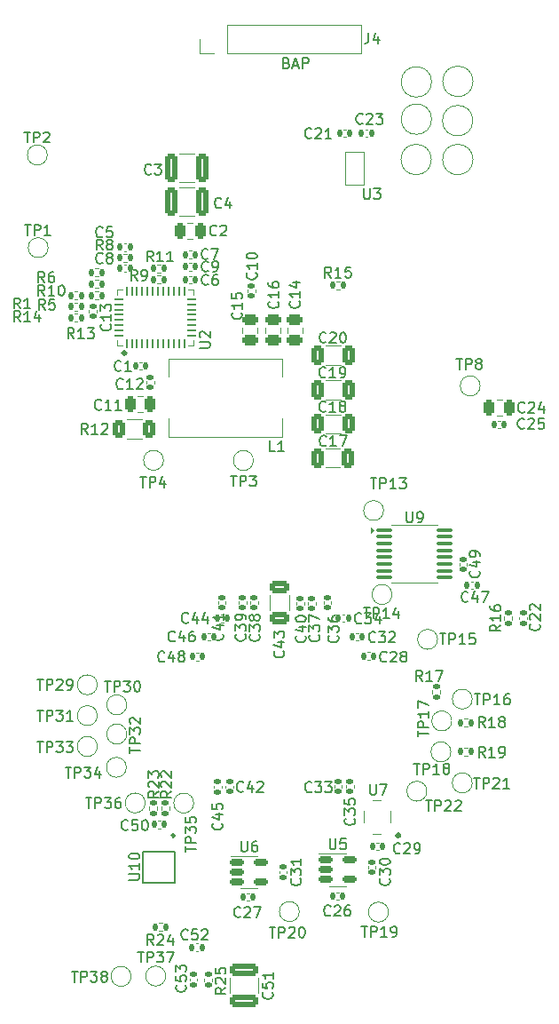
<source format=gbr>
%TF.GenerationSoftware,KiCad,Pcbnew,8.0.1*%
%TF.CreationDate,2024-11-17T20:20:19-05:00*%
%TF.ProjectId,bitaxeGamma,62697461-7865-4476-916d-6d612e6b6963,rev?*%
%TF.SameCoordinates,Original*%
%TF.FileFunction,Legend,Top*%
%TF.FilePolarity,Positive*%
%FSLAX46Y46*%
G04 Gerber Fmt 4.6, Leading zero omitted, Abs format (unit mm)*
G04 Created by KiCad (PCBNEW 8.0.1) date 2024-11-17 20:20:19*
%MOMM*%
%LPD*%
G01*
G04 APERTURE LIST*
G04 Aperture macros list*
%AMRoundRect*
0 Rectangle with rounded corners*
0 $1 Rounding radius*
0 $2 $3 $4 $5 $6 $7 $8 $9 X,Y pos of 4 corners*
0 Add a 4 corners polygon primitive as box body*
4,1,4,$2,$3,$4,$5,$6,$7,$8,$9,$2,$3,0*
0 Add four circle primitives for the rounded corners*
1,1,$1+$1,$2,$3*
1,1,$1+$1,$4,$5*
1,1,$1+$1,$6,$7*
1,1,$1+$1,$8,$9*
0 Add four rect primitives between the rounded corners*
20,1,$1+$1,$2,$3,$4,$5,0*
20,1,$1+$1,$4,$5,$6,$7,0*
20,1,$1+$1,$6,$7,$8,$9,0*
20,1,$1+$1,$8,$9,$2,$3,0*%
G04 Aperture macros list end*
%ADD10C,0.150000*%
%ADD11C,0.120000*%
%ADD12C,0.313180*%
%ADD13C,0.254165*%
%ADD14C,0.300000*%
%ADD15C,0.100000*%
%ADD16RoundRect,0.250000X-0.325000X-0.650000X0.325000X-0.650000X0.325000X0.650000X-0.325000X0.650000X0*%
%ADD17RoundRect,0.250000X0.475000X-0.250000X0.475000X0.250000X-0.475000X0.250000X-0.475000X-0.250000X0*%
%ADD18RoundRect,0.250000X-1.100000X0.325000X-1.100000X-0.325000X1.100000X-0.325000X1.100000X0.325000X0*%
%ADD19C,1.500000*%
%ADD20RoundRect,0.140000X-0.140000X-0.170000X0.140000X-0.170000X0.140000X0.170000X-0.140000X0.170000X0*%
%ADD21C,2.000000*%
%ADD22RoundRect,0.140000X-0.170000X0.140000X-0.170000X-0.140000X0.170000X-0.140000X0.170000X0.140000X0*%
%ADD23RoundRect,0.140000X0.170000X-0.140000X0.170000X0.140000X-0.170000X0.140000X-0.170000X-0.140000X0*%
%ADD24RoundRect,0.135000X-0.185000X0.135000X-0.185000X-0.135000X0.185000X-0.135000X0.185000X0.135000X0*%
%ADD25RoundRect,0.140000X0.140000X0.170000X-0.140000X0.170000X-0.140000X-0.170000X0.140000X-0.170000X0*%
%ADD26C,3.000000*%
%ADD27RoundRect,0.250000X0.312500X0.625000X-0.312500X0.625000X-0.312500X-0.625000X0.312500X-0.625000X0*%
%ADD28RoundRect,0.150000X-0.512500X-0.150000X0.512500X-0.150000X0.512500X0.150000X-0.512500X0.150000X0*%
%ADD29RoundRect,0.135000X-0.135000X-0.185000X0.135000X-0.185000X0.135000X0.185000X-0.135000X0.185000X0*%
%ADD30RoundRect,0.135000X0.135000X0.185000X-0.135000X0.185000X-0.135000X-0.185000X0.135000X-0.185000X0*%
%ADD31RoundRect,0.250000X-0.250000X-0.475000X0.250000X-0.475000X0.250000X0.475000X-0.250000X0.475000X0*%
%ADD32C,2.500000*%
%ADD33RoundRect,0.250000X-0.325000X-1.100000X0.325000X-1.100000X0.325000X1.100000X-0.325000X1.100000X0*%
%ADD34R,1.100000X1.300000*%
%ADD35C,0.800000*%
%ADD36C,6.000000*%
%ADD37RoundRect,0.250000X-0.650000X0.325000X-0.650000X-0.325000X0.650000X-0.325000X0.650000X0.325000X0*%
%ADD38RoundRect,0.135000X0.185000X-0.135000X0.185000X0.135000X-0.185000X0.135000X-0.185000X-0.135000X0*%
%ADD39R,0.400000X1.100000*%
%ADD40R,1.700000X1.700000*%
%ADD41O,1.700000X1.700000*%
%ADD42C,3.500000*%
%ADD43RoundRect,0.100000X-0.637500X-0.100000X0.637500X-0.100000X0.637500X0.100000X-0.637500X0.100000X0*%
%ADD44R,4.000000X4.000000*%
%ADD45RoundRect,0.062500X0.062500X-0.337500X0.062500X0.337500X-0.062500X0.337500X-0.062500X-0.337500X0*%
%ADD46RoundRect,0.062500X0.337500X-0.062500X0.337500X0.062500X-0.337500X0.062500X-0.337500X-0.062500X0*%
%ADD47C,0.400000*%
%ADD48R,5.300000X3.300000*%
%ADD49R,0.952500X0.558800*%
%ADD50C,1.295400*%
%ADD51C,1.574800*%
%ADD52C,1.700000*%
%ADD53C,0.650000*%
%ADD54O,1.800000X1.000000*%
%ADD55O,2.100000X1.000000*%
%ADD56C,0.990600*%
%ADD57C,1.600000*%
%ADD58C,1.800000*%
G04 APERTURE END LIST*
D10*
X106100112Y-53316009D02*
X106242969Y-53363628D01*
X106242969Y-53363628D02*
X106290588Y-53411247D01*
X106290588Y-53411247D02*
X106338207Y-53506485D01*
X106338207Y-53506485D02*
X106338207Y-53649342D01*
X106338207Y-53649342D02*
X106290588Y-53744580D01*
X106290588Y-53744580D02*
X106242969Y-53792200D01*
X106242969Y-53792200D02*
X106147731Y-53839819D01*
X106147731Y-53839819D02*
X105766779Y-53839819D01*
X105766779Y-53839819D02*
X105766779Y-52839819D01*
X105766779Y-52839819D02*
X106100112Y-52839819D01*
X106100112Y-52839819D02*
X106195350Y-52887438D01*
X106195350Y-52887438D02*
X106242969Y-52935057D01*
X106242969Y-52935057D02*
X106290588Y-53030295D01*
X106290588Y-53030295D02*
X106290588Y-53125533D01*
X106290588Y-53125533D02*
X106242969Y-53220771D01*
X106242969Y-53220771D02*
X106195350Y-53268390D01*
X106195350Y-53268390D02*
X106100112Y-53316009D01*
X106100112Y-53316009D02*
X105766779Y-53316009D01*
X106719160Y-53554104D02*
X107195350Y-53554104D01*
X106623922Y-53839819D02*
X106957255Y-52839819D01*
X106957255Y-52839819D02*
X107290588Y-53839819D01*
X107623922Y-53839819D02*
X107623922Y-52839819D01*
X107623922Y-52839819D02*
X108004874Y-52839819D01*
X108004874Y-52839819D02*
X108100112Y-52887438D01*
X108100112Y-52887438D02*
X108147731Y-52935057D01*
X108147731Y-52935057D02*
X108195350Y-53030295D01*
X108195350Y-53030295D02*
X108195350Y-53173152D01*
X108195350Y-53173152D02*
X108147731Y-53268390D01*
X108147731Y-53268390D02*
X108100112Y-53316009D01*
X108100112Y-53316009D02*
X108004874Y-53363628D01*
X108004874Y-53363628D02*
X107623922Y-53363628D01*
X109852142Y-79919580D02*
X109804523Y-79967200D01*
X109804523Y-79967200D02*
X109661666Y-80014819D01*
X109661666Y-80014819D02*
X109566428Y-80014819D01*
X109566428Y-80014819D02*
X109423571Y-79967200D01*
X109423571Y-79967200D02*
X109328333Y-79871961D01*
X109328333Y-79871961D02*
X109280714Y-79776723D01*
X109280714Y-79776723D02*
X109233095Y-79586247D01*
X109233095Y-79586247D02*
X109233095Y-79443390D01*
X109233095Y-79443390D02*
X109280714Y-79252914D01*
X109280714Y-79252914D02*
X109328333Y-79157676D01*
X109328333Y-79157676D02*
X109423571Y-79062438D01*
X109423571Y-79062438D02*
X109566428Y-79014819D01*
X109566428Y-79014819D02*
X109661666Y-79014819D01*
X109661666Y-79014819D02*
X109804523Y-79062438D01*
X109804523Y-79062438D02*
X109852142Y-79110057D01*
X110233095Y-79110057D02*
X110280714Y-79062438D01*
X110280714Y-79062438D02*
X110375952Y-79014819D01*
X110375952Y-79014819D02*
X110614047Y-79014819D01*
X110614047Y-79014819D02*
X110709285Y-79062438D01*
X110709285Y-79062438D02*
X110756904Y-79110057D01*
X110756904Y-79110057D02*
X110804523Y-79205295D01*
X110804523Y-79205295D02*
X110804523Y-79300533D01*
X110804523Y-79300533D02*
X110756904Y-79443390D01*
X110756904Y-79443390D02*
X110185476Y-80014819D01*
X110185476Y-80014819D02*
X110804523Y-80014819D01*
X111423571Y-79014819D02*
X111518809Y-79014819D01*
X111518809Y-79014819D02*
X111614047Y-79062438D01*
X111614047Y-79062438D02*
X111661666Y-79110057D01*
X111661666Y-79110057D02*
X111709285Y-79205295D01*
X111709285Y-79205295D02*
X111756904Y-79395771D01*
X111756904Y-79395771D02*
X111756904Y-79633866D01*
X111756904Y-79633866D02*
X111709285Y-79824342D01*
X111709285Y-79824342D02*
X111661666Y-79919580D01*
X111661666Y-79919580D02*
X111614047Y-79967200D01*
X111614047Y-79967200D02*
X111518809Y-80014819D01*
X111518809Y-80014819D02*
X111423571Y-80014819D01*
X111423571Y-80014819D02*
X111328333Y-79967200D01*
X111328333Y-79967200D02*
X111280714Y-79919580D01*
X111280714Y-79919580D02*
X111233095Y-79824342D01*
X111233095Y-79824342D02*
X111185476Y-79633866D01*
X111185476Y-79633866D02*
X111185476Y-79395771D01*
X111185476Y-79395771D02*
X111233095Y-79205295D01*
X111233095Y-79205295D02*
X111280714Y-79110057D01*
X111280714Y-79110057D02*
X111328333Y-79062438D01*
X111328333Y-79062438D02*
X111423571Y-79014819D01*
X101759580Y-77142857D02*
X101807200Y-77190476D01*
X101807200Y-77190476D02*
X101854819Y-77333333D01*
X101854819Y-77333333D02*
X101854819Y-77428571D01*
X101854819Y-77428571D02*
X101807200Y-77571428D01*
X101807200Y-77571428D02*
X101711961Y-77666666D01*
X101711961Y-77666666D02*
X101616723Y-77714285D01*
X101616723Y-77714285D02*
X101426247Y-77761904D01*
X101426247Y-77761904D02*
X101283390Y-77761904D01*
X101283390Y-77761904D02*
X101092914Y-77714285D01*
X101092914Y-77714285D02*
X100997676Y-77666666D01*
X100997676Y-77666666D02*
X100902438Y-77571428D01*
X100902438Y-77571428D02*
X100854819Y-77428571D01*
X100854819Y-77428571D02*
X100854819Y-77333333D01*
X100854819Y-77333333D02*
X100902438Y-77190476D01*
X100902438Y-77190476D02*
X100950057Y-77142857D01*
X101854819Y-76190476D02*
X101854819Y-76761904D01*
X101854819Y-76476190D02*
X100854819Y-76476190D01*
X100854819Y-76476190D02*
X100997676Y-76571428D01*
X100997676Y-76571428D02*
X101092914Y-76666666D01*
X101092914Y-76666666D02*
X101140533Y-76761904D01*
X100854819Y-75285714D02*
X100854819Y-75761904D01*
X100854819Y-75761904D02*
X101331009Y-75809523D01*
X101331009Y-75809523D02*
X101283390Y-75761904D01*
X101283390Y-75761904D02*
X101235771Y-75666666D01*
X101235771Y-75666666D02*
X101235771Y-75428571D01*
X101235771Y-75428571D02*
X101283390Y-75333333D01*
X101283390Y-75333333D02*
X101331009Y-75285714D01*
X101331009Y-75285714D02*
X101426247Y-75238095D01*
X101426247Y-75238095D02*
X101664342Y-75238095D01*
X101664342Y-75238095D02*
X101759580Y-75285714D01*
X101759580Y-75285714D02*
X101807200Y-75333333D01*
X101807200Y-75333333D02*
X101854819Y-75428571D01*
X101854819Y-75428571D02*
X101854819Y-75666666D01*
X101854819Y-75666666D02*
X101807200Y-75761904D01*
X101807200Y-75761904D02*
X101759580Y-75809523D01*
X104704580Y-141932857D02*
X104752200Y-141980476D01*
X104752200Y-141980476D02*
X104799819Y-142123333D01*
X104799819Y-142123333D02*
X104799819Y-142218571D01*
X104799819Y-142218571D02*
X104752200Y-142361428D01*
X104752200Y-142361428D02*
X104656961Y-142456666D01*
X104656961Y-142456666D02*
X104561723Y-142504285D01*
X104561723Y-142504285D02*
X104371247Y-142551904D01*
X104371247Y-142551904D02*
X104228390Y-142551904D01*
X104228390Y-142551904D02*
X104037914Y-142504285D01*
X104037914Y-142504285D02*
X103942676Y-142456666D01*
X103942676Y-142456666D02*
X103847438Y-142361428D01*
X103847438Y-142361428D02*
X103799819Y-142218571D01*
X103799819Y-142218571D02*
X103799819Y-142123333D01*
X103799819Y-142123333D02*
X103847438Y-141980476D01*
X103847438Y-141980476D02*
X103895057Y-141932857D01*
X103799819Y-141028095D02*
X103799819Y-141504285D01*
X103799819Y-141504285D02*
X104276009Y-141551904D01*
X104276009Y-141551904D02*
X104228390Y-141504285D01*
X104228390Y-141504285D02*
X104180771Y-141409047D01*
X104180771Y-141409047D02*
X104180771Y-141170952D01*
X104180771Y-141170952D02*
X104228390Y-141075714D01*
X104228390Y-141075714D02*
X104276009Y-141028095D01*
X104276009Y-141028095D02*
X104371247Y-140980476D01*
X104371247Y-140980476D02*
X104609342Y-140980476D01*
X104609342Y-140980476D02*
X104704580Y-141028095D01*
X104704580Y-141028095D02*
X104752200Y-141075714D01*
X104752200Y-141075714D02*
X104799819Y-141170952D01*
X104799819Y-141170952D02*
X104799819Y-141409047D01*
X104799819Y-141409047D02*
X104752200Y-141504285D01*
X104752200Y-141504285D02*
X104704580Y-141551904D01*
X104799819Y-140028095D02*
X104799819Y-140599523D01*
X104799819Y-140313809D02*
X103799819Y-140313809D01*
X103799819Y-140313809D02*
X103942676Y-140409047D01*
X103942676Y-140409047D02*
X104037914Y-140504285D01*
X104037914Y-140504285D02*
X104085533Y-140599523D01*
X113231905Y-135644819D02*
X113803333Y-135644819D01*
X113517619Y-136644819D02*
X113517619Y-135644819D01*
X114136667Y-136644819D02*
X114136667Y-135644819D01*
X114136667Y-135644819D02*
X114517619Y-135644819D01*
X114517619Y-135644819D02*
X114612857Y-135692438D01*
X114612857Y-135692438D02*
X114660476Y-135740057D01*
X114660476Y-135740057D02*
X114708095Y-135835295D01*
X114708095Y-135835295D02*
X114708095Y-135978152D01*
X114708095Y-135978152D02*
X114660476Y-136073390D01*
X114660476Y-136073390D02*
X114612857Y-136121009D01*
X114612857Y-136121009D02*
X114517619Y-136168628D01*
X114517619Y-136168628D02*
X114136667Y-136168628D01*
X115660476Y-136644819D02*
X115089048Y-136644819D01*
X115374762Y-136644819D02*
X115374762Y-135644819D01*
X115374762Y-135644819D02*
X115279524Y-135787676D01*
X115279524Y-135787676D02*
X115184286Y-135882914D01*
X115184286Y-135882914D02*
X115089048Y-135930533D01*
X116136667Y-136644819D02*
X116327143Y-136644819D01*
X116327143Y-136644819D02*
X116422381Y-136597200D01*
X116422381Y-136597200D02*
X116470000Y-136549580D01*
X116470000Y-136549580D02*
X116565238Y-136406723D01*
X116565238Y-136406723D02*
X116612857Y-136216247D01*
X116612857Y-136216247D02*
X116612857Y-135835295D01*
X116612857Y-135835295D02*
X116565238Y-135740057D01*
X116565238Y-135740057D02*
X116517619Y-135692438D01*
X116517619Y-135692438D02*
X116422381Y-135644819D01*
X116422381Y-135644819D02*
X116231905Y-135644819D01*
X116231905Y-135644819D02*
X116136667Y-135692438D01*
X116136667Y-135692438D02*
X116089048Y-135740057D01*
X116089048Y-135740057D02*
X116041429Y-135835295D01*
X116041429Y-135835295D02*
X116041429Y-136073390D01*
X116041429Y-136073390D02*
X116089048Y-136168628D01*
X116089048Y-136168628D02*
X116136667Y-136216247D01*
X116136667Y-136216247D02*
X116231905Y-136263866D01*
X116231905Y-136263866D02*
X116422381Y-136263866D01*
X116422381Y-136263866D02*
X116517619Y-136216247D01*
X116517619Y-136216247D02*
X116565238Y-136168628D01*
X116565238Y-136168628D02*
X116612857Y-136073390D01*
X98613333Y-73139580D02*
X98565714Y-73187200D01*
X98565714Y-73187200D02*
X98422857Y-73234819D01*
X98422857Y-73234819D02*
X98327619Y-73234819D01*
X98327619Y-73234819D02*
X98184762Y-73187200D01*
X98184762Y-73187200D02*
X98089524Y-73091961D01*
X98089524Y-73091961D02*
X98041905Y-72996723D01*
X98041905Y-72996723D02*
X97994286Y-72806247D01*
X97994286Y-72806247D02*
X97994286Y-72663390D01*
X97994286Y-72663390D02*
X98041905Y-72472914D01*
X98041905Y-72472914D02*
X98089524Y-72377676D01*
X98089524Y-72377676D02*
X98184762Y-72282438D01*
X98184762Y-72282438D02*
X98327619Y-72234819D01*
X98327619Y-72234819D02*
X98422857Y-72234819D01*
X98422857Y-72234819D02*
X98565714Y-72282438D01*
X98565714Y-72282438D02*
X98613333Y-72330057D01*
X99089524Y-73234819D02*
X99280000Y-73234819D01*
X99280000Y-73234819D02*
X99375238Y-73187200D01*
X99375238Y-73187200D02*
X99422857Y-73139580D01*
X99422857Y-73139580D02*
X99518095Y-72996723D01*
X99518095Y-72996723D02*
X99565714Y-72806247D01*
X99565714Y-72806247D02*
X99565714Y-72425295D01*
X99565714Y-72425295D02*
X99518095Y-72330057D01*
X99518095Y-72330057D02*
X99470476Y-72282438D01*
X99470476Y-72282438D02*
X99375238Y-72234819D01*
X99375238Y-72234819D02*
X99184762Y-72234819D01*
X99184762Y-72234819D02*
X99089524Y-72282438D01*
X99089524Y-72282438D02*
X99041905Y-72330057D01*
X99041905Y-72330057D02*
X98994286Y-72425295D01*
X98994286Y-72425295D02*
X98994286Y-72663390D01*
X98994286Y-72663390D02*
X99041905Y-72758628D01*
X99041905Y-72758628D02*
X99089524Y-72806247D01*
X99089524Y-72806247D02*
X99184762Y-72853866D01*
X99184762Y-72853866D02*
X99375238Y-72853866D01*
X99375238Y-72853866D02*
X99470476Y-72806247D01*
X99470476Y-72806247D02*
X99518095Y-72758628D01*
X99518095Y-72758628D02*
X99565714Y-72663390D01*
X99959580Y-107752857D02*
X100007200Y-107800476D01*
X100007200Y-107800476D02*
X100054819Y-107943333D01*
X100054819Y-107943333D02*
X100054819Y-108038571D01*
X100054819Y-108038571D02*
X100007200Y-108181428D01*
X100007200Y-108181428D02*
X99911961Y-108276666D01*
X99911961Y-108276666D02*
X99816723Y-108324285D01*
X99816723Y-108324285D02*
X99626247Y-108371904D01*
X99626247Y-108371904D02*
X99483390Y-108371904D01*
X99483390Y-108371904D02*
X99292914Y-108324285D01*
X99292914Y-108324285D02*
X99197676Y-108276666D01*
X99197676Y-108276666D02*
X99102438Y-108181428D01*
X99102438Y-108181428D02*
X99054819Y-108038571D01*
X99054819Y-108038571D02*
X99054819Y-107943333D01*
X99054819Y-107943333D02*
X99102438Y-107800476D01*
X99102438Y-107800476D02*
X99150057Y-107752857D01*
X99388152Y-106895714D02*
X100054819Y-106895714D01*
X99007200Y-107133809D02*
X99721485Y-107371904D01*
X99721485Y-107371904D02*
X99721485Y-106752857D01*
X100054819Y-105848095D02*
X100054819Y-106419523D01*
X100054819Y-106133809D02*
X99054819Y-106133809D01*
X99054819Y-106133809D02*
X99197676Y-106229047D01*
X99197676Y-106229047D02*
X99292914Y-106324285D01*
X99292914Y-106324285D02*
X99340533Y-106419523D01*
X123961905Y-121484819D02*
X124533333Y-121484819D01*
X124247619Y-122484819D02*
X124247619Y-121484819D01*
X124866667Y-122484819D02*
X124866667Y-121484819D01*
X124866667Y-121484819D02*
X125247619Y-121484819D01*
X125247619Y-121484819D02*
X125342857Y-121532438D01*
X125342857Y-121532438D02*
X125390476Y-121580057D01*
X125390476Y-121580057D02*
X125438095Y-121675295D01*
X125438095Y-121675295D02*
X125438095Y-121818152D01*
X125438095Y-121818152D02*
X125390476Y-121913390D01*
X125390476Y-121913390D02*
X125342857Y-121961009D01*
X125342857Y-121961009D02*
X125247619Y-122008628D01*
X125247619Y-122008628D02*
X124866667Y-122008628D01*
X125819048Y-121580057D02*
X125866667Y-121532438D01*
X125866667Y-121532438D02*
X125961905Y-121484819D01*
X125961905Y-121484819D02*
X126200000Y-121484819D01*
X126200000Y-121484819D02*
X126295238Y-121532438D01*
X126295238Y-121532438D02*
X126342857Y-121580057D01*
X126342857Y-121580057D02*
X126390476Y-121675295D01*
X126390476Y-121675295D02*
X126390476Y-121770533D01*
X126390476Y-121770533D02*
X126342857Y-121913390D01*
X126342857Y-121913390D02*
X125771429Y-122484819D01*
X125771429Y-122484819D02*
X126390476Y-122484819D01*
X127342857Y-122484819D02*
X126771429Y-122484819D01*
X127057143Y-122484819D02*
X127057143Y-121484819D01*
X127057143Y-121484819D02*
X126961905Y-121627676D01*
X126961905Y-121627676D02*
X126866667Y-121722914D01*
X126866667Y-121722914D02*
X126771429Y-121770533D01*
X118241905Y-120124819D02*
X118813333Y-120124819D01*
X118527619Y-121124819D02*
X118527619Y-120124819D01*
X119146667Y-121124819D02*
X119146667Y-120124819D01*
X119146667Y-120124819D02*
X119527619Y-120124819D01*
X119527619Y-120124819D02*
X119622857Y-120172438D01*
X119622857Y-120172438D02*
X119670476Y-120220057D01*
X119670476Y-120220057D02*
X119718095Y-120315295D01*
X119718095Y-120315295D02*
X119718095Y-120458152D01*
X119718095Y-120458152D02*
X119670476Y-120553390D01*
X119670476Y-120553390D02*
X119622857Y-120601009D01*
X119622857Y-120601009D02*
X119527619Y-120648628D01*
X119527619Y-120648628D02*
X119146667Y-120648628D01*
X120670476Y-121124819D02*
X120099048Y-121124819D01*
X120384762Y-121124819D02*
X120384762Y-120124819D01*
X120384762Y-120124819D02*
X120289524Y-120267676D01*
X120289524Y-120267676D02*
X120194286Y-120362914D01*
X120194286Y-120362914D02*
X120099048Y-120410533D01*
X121241905Y-120553390D02*
X121146667Y-120505771D01*
X121146667Y-120505771D02*
X121099048Y-120458152D01*
X121099048Y-120458152D02*
X121051429Y-120362914D01*
X121051429Y-120362914D02*
X121051429Y-120315295D01*
X121051429Y-120315295D02*
X121099048Y-120220057D01*
X121099048Y-120220057D02*
X121146667Y-120172438D01*
X121146667Y-120172438D02*
X121241905Y-120124819D01*
X121241905Y-120124819D02*
X121432381Y-120124819D01*
X121432381Y-120124819D02*
X121527619Y-120172438D01*
X121527619Y-120172438D02*
X121575238Y-120220057D01*
X121575238Y-120220057D02*
X121622857Y-120315295D01*
X121622857Y-120315295D02*
X121622857Y-120362914D01*
X121622857Y-120362914D02*
X121575238Y-120458152D01*
X121575238Y-120458152D02*
X121527619Y-120505771D01*
X121527619Y-120505771D02*
X121432381Y-120553390D01*
X121432381Y-120553390D02*
X121241905Y-120553390D01*
X121241905Y-120553390D02*
X121146667Y-120601009D01*
X121146667Y-120601009D02*
X121099048Y-120648628D01*
X121099048Y-120648628D02*
X121051429Y-120743866D01*
X121051429Y-120743866D02*
X121051429Y-120934342D01*
X121051429Y-120934342D02*
X121099048Y-121029580D01*
X121099048Y-121029580D02*
X121146667Y-121077200D01*
X121146667Y-121077200D02*
X121241905Y-121124819D01*
X121241905Y-121124819D02*
X121432381Y-121124819D01*
X121432381Y-121124819D02*
X121527619Y-121077200D01*
X121527619Y-121077200D02*
X121575238Y-121029580D01*
X121575238Y-121029580D02*
X121622857Y-120934342D01*
X121622857Y-120934342D02*
X121622857Y-120743866D01*
X121622857Y-120743866D02*
X121575238Y-120648628D01*
X121575238Y-120648628D02*
X121527619Y-120601009D01*
X121527619Y-120601009D02*
X121432381Y-120553390D01*
X101967142Y-122729580D02*
X101919523Y-122777200D01*
X101919523Y-122777200D02*
X101776666Y-122824819D01*
X101776666Y-122824819D02*
X101681428Y-122824819D01*
X101681428Y-122824819D02*
X101538571Y-122777200D01*
X101538571Y-122777200D02*
X101443333Y-122681961D01*
X101443333Y-122681961D02*
X101395714Y-122586723D01*
X101395714Y-122586723D02*
X101348095Y-122396247D01*
X101348095Y-122396247D02*
X101348095Y-122253390D01*
X101348095Y-122253390D02*
X101395714Y-122062914D01*
X101395714Y-122062914D02*
X101443333Y-121967676D01*
X101443333Y-121967676D02*
X101538571Y-121872438D01*
X101538571Y-121872438D02*
X101681428Y-121824819D01*
X101681428Y-121824819D02*
X101776666Y-121824819D01*
X101776666Y-121824819D02*
X101919523Y-121872438D01*
X101919523Y-121872438D02*
X101967142Y-121920057D01*
X102824285Y-122158152D02*
X102824285Y-122824819D01*
X102586190Y-121777200D02*
X102348095Y-122491485D01*
X102348095Y-122491485D02*
X102967142Y-122491485D01*
X103300476Y-121920057D02*
X103348095Y-121872438D01*
X103348095Y-121872438D02*
X103443333Y-121824819D01*
X103443333Y-121824819D02*
X103681428Y-121824819D01*
X103681428Y-121824819D02*
X103776666Y-121872438D01*
X103776666Y-121872438D02*
X103824285Y-121920057D01*
X103824285Y-121920057D02*
X103871904Y-122015295D01*
X103871904Y-122015295D02*
X103871904Y-122110533D01*
X103871904Y-122110533D02*
X103824285Y-122253390D01*
X103824285Y-122253390D02*
X103252857Y-122824819D01*
X103252857Y-122824819D02*
X103871904Y-122824819D01*
X122296095Y-81533819D02*
X122867523Y-81533819D01*
X122581809Y-82533819D02*
X122581809Y-81533819D01*
X123200857Y-82533819D02*
X123200857Y-81533819D01*
X123200857Y-81533819D02*
X123581809Y-81533819D01*
X123581809Y-81533819D02*
X123677047Y-81581438D01*
X123677047Y-81581438D02*
X123724666Y-81629057D01*
X123724666Y-81629057D02*
X123772285Y-81724295D01*
X123772285Y-81724295D02*
X123772285Y-81867152D01*
X123772285Y-81867152D02*
X123724666Y-81962390D01*
X123724666Y-81962390D02*
X123677047Y-82010009D01*
X123677047Y-82010009D02*
X123581809Y-82057628D01*
X123581809Y-82057628D02*
X123200857Y-82057628D01*
X124343714Y-81962390D02*
X124248476Y-81914771D01*
X124248476Y-81914771D02*
X124200857Y-81867152D01*
X124200857Y-81867152D02*
X124153238Y-81771914D01*
X124153238Y-81771914D02*
X124153238Y-81724295D01*
X124153238Y-81724295D02*
X124200857Y-81629057D01*
X124200857Y-81629057D02*
X124248476Y-81581438D01*
X124248476Y-81581438D02*
X124343714Y-81533819D01*
X124343714Y-81533819D02*
X124534190Y-81533819D01*
X124534190Y-81533819D02*
X124629428Y-81581438D01*
X124629428Y-81581438D02*
X124677047Y-81629057D01*
X124677047Y-81629057D02*
X124724666Y-81724295D01*
X124724666Y-81724295D02*
X124724666Y-81771914D01*
X124724666Y-81771914D02*
X124677047Y-81867152D01*
X124677047Y-81867152D02*
X124629428Y-81914771D01*
X124629428Y-81914771D02*
X124534190Y-81962390D01*
X124534190Y-81962390D02*
X124343714Y-81962390D01*
X124343714Y-81962390D02*
X124248476Y-82010009D01*
X124248476Y-82010009D02*
X124200857Y-82057628D01*
X124200857Y-82057628D02*
X124153238Y-82152866D01*
X124153238Y-82152866D02*
X124153238Y-82343342D01*
X124153238Y-82343342D02*
X124200857Y-82438580D01*
X124200857Y-82438580D02*
X124248476Y-82486200D01*
X124248476Y-82486200D02*
X124343714Y-82533819D01*
X124343714Y-82533819D02*
X124534190Y-82533819D01*
X124534190Y-82533819D02*
X124629428Y-82486200D01*
X124629428Y-82486200D02*
X124677047Y-82438580D01*
X124677047Y-82438580D02*
X124724666Y-82343342D01*
X124724666Y-82343342D02*
X124724666Y-82152866D01*
X124724666Y-82152866D02*
X124677047Y-82057628D01*
X124677047Y-82057628D02*
X124629428Y-82010009D01*
X124629428Y-82010009D02*
X124534190Y-81962390D01*
X107862380Y-107942857D02*
X107910000Y-107990476D01*
X107910000Y-107990476D02*
X107957619Y-108133333D01*
X107957619Y-108133333D02*
X107957619Y-108228571D01*
X107957619Y-108228571D02*
X107910000Y-108371428D01*
X107910000Y-108371428D02*
X107814761Y-108466666D01*
X107814761Y-108466666D02*
X107719523Y-108514285D01*
X107719523Y-108514285D02*
X107529047Y-108561904D01*
X107529047Y-108561904D02*
X107386190Y-108561904D01*
X107386190Y-108561904D02*
X107195714Y-108514285D01*
X107195714Y-108514285D02*
X107100476Y-108466666D01*
X107100476Y-108466666D02*
X107005238Y-108371428D01*
X107005238Y-108371428D02*
X106957619Y-108228571D01*
X106957619Y-108228571D02*
X106957619Y-108133333D01*
X106957619Y-108133333D02*
X107005238Y-107990476D01*
X107005238Y-107990476D02*
X107052857Y-107942857D01*
X107290952Y-107085714D02*
X107957619Y-107085714D01*
X106910000Y-107323809D02*
X107624285Y-107561904D01*
X107624285Y-107561904D02*
X107624285Y-106942857D01*
X106957619Y-106371428D02*
X106957619Y-106276190D01*
X106957619Y-106276190D02*
X107005238Y-106180952D01*
X107005238Y-106180952D02*
X107052857Y-106133333D01*
X107052857Y-106133333D02*
X107148095Y-106085714D01*
X107148095Y-106085714D02*
X107338571Y-106038095D01*
X107338571Y-106038095D02*
X107576666Y-106038095D01*
X107576666Y-106038095D02*
X107767142Y-106085714D01*
X107767142Y-106085714D02*
X107862380Y-106133333D01*
X107862380Y-106133333D02*
X107910000Y-106180952D01*
X107910000Y-106180952D02*
X107957619Y-106276190D01*
X107957619Y-106276190D02*
X107957619Y-106371428D01*
X107957619Y-106371428D02*
X107910000Y-106466666D01*
X107910000Y-106466666D02*
X107862380Y-106514285D01*
X107862380Y-106514285D02*
X107767142Y-106561904D01*
X107767142Y-106561904D02*
X107576666Y-106609523D01*
X107576666Y-106609523D02*
X107338571Y-106609523D01*
X107338571Y-106609523D02*
X107148095Y-106561904D01*
X107148095Y-106561904D02*
X107052857Y-106514285D01*
X107052857Y-106514285D02*
X107005238Y-106466666D01*
X107005238Y-106466666D02*
X106957619Y-106371428D01*
X93884819Y-122752857D02*
X93408628Y-123086190D01*
X93884819Y-123324285D02*
X92884819Y-123324285D01*
X92884819Y-123324285D02*
X92884819Y-122943333D01*
X92884819Y-122943333D02*
X92932438Y-122848095D01*
X92932438Y-122848095D02*
X92980057Y-122800476D01*
X92980057Y-122800476D02*
X93075295Y-122752857D01*
X93075295Y-122752857D02*
X93218152Y-122752857D01*
X93218152Y-122752857D02*
X93313390Y-122800476D01*
X93313390Y-122800476D02*
X93361009Y-122848095D01*
X93361009Y-122848095D02*
X93408628Y-122943333D01*
X93408628Y-122943333D02*
X93408628Y-123324285D01*
X92980057Y-122371904D02*
X92932438Y-122324285D01*
X92932438Y-122324285D02*
X92884819Y-122229047D01*
X92884819Y-122229047D02*
X92884819Y-121990952D01*
X92884819Y-121990952D02*
X92932438Y-121895714D01*
X92932438Y-121895714D02*
X92980057Y-121848095D01*
X92980057Y-121848095D02*
X93075295Y-121800476D01*
X93075295Y-121800476D02*
X93170533Y-121800476D01*
X93170533Y-121800476D02*
X93313390Y-121848095D01*
X93313390Y-121848095D02*
X93884819Y-122419523D01*
X93884819Y-122419523D02*
X93884819Y-121800476D01*
X92884819Y-121467142D02*
X92884819Y-120848095D01*
X92884819Y-120848095D02*
X93265771Y-121181428D01*
X93265771Y-121181428D02*
X93265771Y-121038571D01*
X93265771Y-121038571D02*
X93313390Y-120943333D01*
X93313390Y-120943333D02*
X93361009Y-120895714D01*
X93361009Y-120895714D02*
X93456247Y-120848095D01*
X93456247Y-120848095D02*
X93694342Y-120848095D01*
X93694342Y-120848095D02*
X93789580Y-120895714D01*
X93789580Y-120895714D02*
X93837200Y-120943333D01*
X93837200Y-120943333D02*
X93884819Y-121038571D01*
X93884819Y-121038571D02*
X93884819Y-121324285D01*
X93884819Y-121324285D02*
X93837200Y-121419523D01*
X93837200Y-121419523D02*
X93789580Y-121467142D01*
X95437142Y-108399580D02*
X95389523Y-108447200D01*
X95389523Y-108447200D02*
X95246666Y-108494819D01*
X95246666Y-108494819D02*
X95151428Y-108494819D01*
X95151428Y-108494819D02*
X95008571Y-108447200D01*
X95008571Y-108447200D02*
X94913333Y-108351961D01*
X94913333Y-108351961D02*
X94865714Y-108256723D01*
X94865714Y-108256723D02*
X94818095Y-108066247D01*
X94818095Y-108066247D02*
X94818095Y-107923390D01*
X94818095Y-107923390D02*
X94865714Y-107732914D01*
X94865714Y-107732914D02*
X94913333Y-107637676D01*
X94913333Y-107637676D02*
X95008571Y-107542438D01*
X95008571Y-107542438D02*
X95151428Y-107494819D01*
X95151428Y-107494819D02*
X95246666Y-107494819D01*
X95246666Y-107494819D02*
X95389523Y-107542438D01*
X95389523Y-107542438D02*
X95437142Y-107590057D01*
X96294285Y-107828152D02*
X96294285Y-108494819D01*
X96056190Y-107447200D02*
X95818095Y-108161485D01*
X95818095Y-108161485D02*
X96437142Y-108161485D01*
X97246666Y-107494819D02*
X97056190Y-107494819D01*
X97056190Y-107494819D02*
X96960952Y-107542438D01*
X96960952Y-107542438D02*
X96913333Y-107590057D01*
X96913333Y-107590057D02*
X96818095Y-107732914D01*
X96818095Y-107732914D02*
X96770476Y-107923390D01*
X96770476Y-107923390D02*
X96770476Y-108304342D01*
X96770476Y-108304342D02*
X96818095Y-108399580D01*
X96818095Y-108399580D02*
X96865714Y-108447200D01*
X96865714Y-108447200D02*
X96960952Y-108494819D01*
X96960952Y-108494819D02*
X97151428Y-108494819D01*
X97151428Y-108494819D02*
X97246666Y-108447200D01*
X97246666Y-108447200D02*
X97294285Y-108399580D01*
X97294285Y-108399580D02*
X97341904Y-108304342D01*
X97341904Y-108304342D02*
X97341904Y-108066247D01*
X97341904Y-108066247D02*
X97294285Y-107971009D01*
X97294285Y-107971009D02*
X97246666Y-107923390D01*
X97246666Y-107923390D02*
X97151428Y-107875771D01*
X97151428Y-107875771D02*
X96960952Y-107875771D01*
X96960952Y-107875771D02*
X96865714Y-107923390D01*
X96865714Y-107923390D02*
X96818095Y-107971009D01*
X96818095Y-107971009D02*
X96770476Y-108066247D01*
X102114580Y-107802857D02*
X102162200Y-107850476D01*
X102162200Y-107850476D02*
X102209819Y-107993333D01*
X102209819Y-107993333D02*
X102209819Y-108088571D01*
X102209819Y-108088571D02*
X102162200Y-108231428D01*
X102162200Y-108231428D02*
X102066961Y-108326666D01*
X102066961Y-108326666D02*
X101971723Y-108374285D01*
X101971723Y-108374285D02*
X101781247Y-108421904D01*
X101781247Y-108421904D02*
X101638390Y-108421904D01*
X101638390Y-108421904D02*
X101447914Y-108374285D01*
X101447914Y-108374285D02*
X101352676Y-108326666D01*
X101352676Y-108326666D02*
X101257438Y-108231428D01*
X101257438Y-108231428D02*
X101209819Y-108088571D01*
X101209819Y-108088571D02*
X101209819Y-107993333D01*
X101209819Y-107993333D02*
X101257438Y-107850476D01*
X101257438Y-107850476D02*
X101305057Y-107802857D01*
X101209819Y-107469523D02*
X101209819Y-106850476D01*
X101209819Y-106850476D02*
X101590771Y-107183809D01*
X101590771Y-107183809D02*
X101590771Y-107040952D01*
X101590771Y-107040952D02*
X101638390Y-106945714D01*
X101638390Y-106945714D02*
X101686009Y-106898095D01*
X101686009Y-106898095D02*
X101781247Y-106850476D01*
X101781247Y-106850476D02*
X102019342Y-106850476D01*
X102019342Y-106850476D02*
X102114580Y-106898095D01*
X102114580Y-106898095D02*
X102162200Y-106945714D01*
X102162200Y-106945714D02*
X102209819Y-107040952D01*
X102209819Y-107040952D02*
X102209819Y-107326666D01*
X102209819Y-107326666D02*
X102162200Y-107421904D01*
X102162200Y-107421904D02*
X102114580Y-107469523D01*
X102209819Y-106374285D02*
X102209819Y-106183809D01*
X102209819Y-106183809D02*
X102162200Y-106088571D01*
X102162200Y-106088571D02*
X102114580Y-106040952D01*
X102114580Y-106040952D02*
X101971723Y-105945714D01*
X101971723Y-105945714D02*
X101781247Y-105898095D01*
X101781247Y-105898095D02*
X101400295Y-105898095D01*
X101400295Y-105898095D02*
X101305057Y-105945714D01*
X101305057Y-105945714D02*
X101257438Y-105993333D01*
X101257438Y-105993333D02*
X101209819Y-106088571D01*
X101209819Y-106088571D02*
X101209819Y-106279047D01*
X101209819Y-106279047D02*
X101257438Y-106374285D01*
X101257438Y-106374285D02*
X101305057Y-106421904D01*
X101305057Y-106421904D02*
X101400295Y-106469523D01*
X101400295Y-106469523D02*
X101638390Y-106469523D01*
X101638390Y-106469523D02*
X101733628Y-106421904D01*
X101733628Y-106421904D02*
X101781247Y-106374285D01*
X101781247Y-106374285D02*
X101828866Y-106279047D01*
X101828866Y-106279047D02*
X101828866Y-106088571D01*
X101828866Y-106088571D02*
X101781247Y-105993333D01*
X101781247Y-105993333D02*
X101733628Y-105945714D01*
X101733628Y-105945714D02*
X101638390Y-105898095D01*
X87117142Y-88704819D02*
X86783809Y-88228628D01*
X86545714Y-88704819D02*
X86545714Y-87704819D01*
X86545714Y-87704819D02*
X86926666Y-87704819D01*
X86926666Y-87704819D02*
X87021904Y-87752438D01*
X87021904Y-87752438D02*
X87069523Y-87800057D01*
X87069523Y-87800057D02*
X87117142Y-87895295D01*
X87117142Y-87895295D02*
X87117142Y-88038152D01*
X87117142Y-88038152D02*
X87069523Y-88133390D01*
X87069523Y-88133390D02*
X87021904Y-88181009D01*
X87021904Y-88181009D02*
X86926666Y-88228628D01*
X86926666Y-88228628D02*
X86545714Y-88228628D01*
X88069523Y-88704819D02*
X87498095Y-88704819D01*
X87783809Y-88704819D02*
X87783809Y-87704819D01*
X87783809Y-87704819D02*
X87688571Y-87847676D01*
X87688571Y-87847676D02*
X87593333Y-87942914D01*
X87593333Y-87942914D02*
X87498095Y-87990533D01*
X88450476Y-87800057D02*
X88498095Y-87752438D01*
X88498095Y-87752438D02*
X88593333Y-87704819D01*
X88593333Y-87704819D02*
X88831428Y-87704819D01*
X88831428Y-87704819D02*
X88926666Y-87752438D01*
X88926666Y-87752438D02*
X88974285Y-87800057D01*
X88974285Y-87800057D02*
X89021904Y-87895295D01*
X89021904Y-87895295D02*
X89021904Y-87990533D01*
X89021904Y-87990533D02*
X88974285Y-88133390D01*
X88974285Y-88133390D02*
X88402857Y-88704819D01*
X88402857Y-88704819D02*
X89021904Y-88704819D01*
X89259580Y-78242857D02*
X89307200Y-78290476D01*
X89307200Y-78290476D02*
X89354819Y-78433333D01*
X89354819Y-78433333D02*
X89354819Y-78528571D01*
X89354819Y-78528571D02*
X89307200Y-78671428D01*
X89307200Y-78671428D02*
X89211961Y-78766666D01*
X89211961Y-78766666D02*
X89116723Y-78814285D01*
X89116723Y-78814285D02*
X88926247Y-78861904D01*
X88926247Y-78861904D02*
X88783390Y-78861904D01*
X88783390Y-78861904D02*
X88592914Y-78814285D01*
X88592914Y-78814285D02*
X88497676Y-78766666D01*
X88497676Y-78766666D02*
X88402438Y-78671428D01*
X88402438Y-78671428D02*
X88354819Y-78528571D01*
X88354819Y-78528571D02*
X88354819Y-78433333D01*
X88354819Y-78433333D02*
X88402438Y-78290476D01*
X88402438Y-78290476D02*
X88450057Y-78242857D01*
X89354819Y-77290476D02*
X89354819Y-77861904D01*
X89354819Y-77576190D02*
X88354819Y-77576190D01*
X88354819Y-77576190D02*
X88497676Y-77671428D01*
X88497676Y-77671428D02*
X88592914Y-77766666D01*
X88592914Y-77766666D02*
X88640533Y-77861904D01*
X88354819Y-76957142D02*
X88354819Y-76338095D01*
X88354819Y-76338095D02*
X88735771Y-76671428D01*
X88735771Y-76671428D02*
X88735771Y-76528571D01*
X88735771Y-76528571D02*
X88783390Y-76433333D01*
X88783390Y-76433333D02*
X88831009Y-76385714D01*
X88831009Y-76385714D02*
X88926247Y-76338095D01*
X88926247Y-76338095D02*
X89164342Y-76338095D01*
X89164342Y-76338095D02*
X89259580Y-76385714D01*
X89259580Y-76385714D02*
X89307200Y-76433333D01*
X89307200Y-76433333D02*
X89354819Y-76528571D01*
X89354819Y-76528571D02*
X89354819Y-76814285D01*
X89354819Y-76814285D02*
X89307200Y-76909523D01*
X89307200Y-76909523D02*
X89259580Y-76957142D01*
X107279580Y-76062857D02*
X107327200Y-76110476D01*
X107327200Y-76110476D02*
X107374819Y-76253333D01*
X107374819Y-76253333D02*
X107374819Y-76348571D01*
X107374819Y-76348571D02*
X107327200Y-76491428D01*
X107327200Y-76491428D02*
X107231961Y-76586666D01*
X107231961Y-76586666D02*
X107136723Y-76634285D01*
X107136723Y-76634285D02*
X106946247Y-76681904D01*
X106946247Y-76681904D02*
X106803390Y-76681904D01*
X106803390Y-76681904D02*
X106612914Y-76634285D01*
X106612914Y-76634285D02*
X106517676Y-76586666D01*
X106517676Y-76586666D02*
X106422438Y-76491428D01*
X106422438Y-76491428D02*
X106374819Y-76348571D01*
X106374819Y-76348571D02*
X106374819Y-76253333D01*
X106374819Y-76253333D02*
X106422438Y-76110476D01*
X106422438Y-76110476D02*
X106470057Y-76062857D01*
X107374819Y-75110476D02*
X107374819Y-75681904D01*
X107374819Y-75396190D02*
X106374819Y-75396190D01*
X106374819Y-75396190D02*
X106517676Y-75491428D01*
X106517676Y-75491428D02*
X106612914Y-75586666D01*
X106612914Y-75586666D02*
X106660533Y-75681904D01*
X106708152Y-74253333D02*
X107374819Y-74253333D01*
X106327200Y-74491428D02*
X107041485Y-74729523D01*
X107041485Y-74729523D02*
X107041485Y-74110476D01*
X101768095Y-127524819D02*
X101768095Y-128334342D01*
X101768095Y-128334342D02*
X101815714Y-128429580D01*
X101815714Y-128429580D02*
X101863333Y-128477200D01*
X101863333Y-128477200D02*
X101958571Y-128524819D01*
X101958571Y-128524819D02*
X102149047Y-128524819D01*
X102149047Y-128524819D02*
X102244285Y-128477200D01*
X102244285Y-128477200D02*
X102291904Y-128429580D01*
X102291904Y-128429580D02*
X102339523Y-128334342D01*
X102339523Y-128334342D02*
X102339523Y-127524819D01*
X103244285Y-127524819D02*
X103053809Y-127524819D01*
X103053809Y-127524819D02*
X102958571Y-127572438D01*
X102958571Y-127572438D02*
X102910952Y-127620057D01*
X102910952Y-127620057D02*
X102815714Y-127762914D01*
X102815714Y-127762914D02*
X102768095Y-127953390D01*
X102768095Y-127953390D02*
X102768095Y-128334342D01*
X102768095Y-128334342D02*
X102815714Y-128429580D01*
X102815714Y-128429580D02*
X102863333Y-128477200D01*
X102863333Y-128477200D02*
X102958571Y-128524819D01*
X102958571Y-128524819D02*
X103149047Y-128524819D01*
X103149047Y-128524819D02*
X103244285Y-128477200D01*
X103244285Y-128477200D02*
X103291904Y-128429580D01*
X103291904Y-128429580D02*
X103339523Y-128334342D01*
X103339523Y-128334342D02*
X103339523Y-128096247D01*
X103339523Y-128096247D02*
X103291904Y-128001009D01*
X103291904Y-128001009D02*
X103244285Y-127953390D01*
X103244285Y-127953390D02*
X103149047Y-127905771D01*
X103149047Y-127905771D02*
X102958571Y-127905771D01*
X102958571Y-127905771D02*
X102863333Y-127953390D01*
X102863333Y-127953390D02*
X102815714Y-128001009D01*
X102815714Y-128001009D02*
X102768095Y-128096247D01*
X80667142Y-76737319D02*
X80333809Y-76261128D01*
X80095714Y-76737319D02*
X80095714Y-75737319D01*
X80095714Y-75737319D02*
X80476666Y-75737319D01*
X80476666Y-75737319D02*
X80571904Y-75784938D01*
X80571904Y-75784938D02*
X80619523Y-75832557D01*
X80619523Y-75832557D02*
X80667142Y-75927795D01*
X80667142Y-75927795D02*
X80667142Y-76070652D01*
X80667142Y-76070652D02*
X80619523Y-76165890D01*
X80619523Y-76165890D02*
X80571904Y-76213509D01*
X80571904Y-76213509D02*
X80476666Y-76261128D01*
X80476666Y-76261128D02*
X80095714Y-76261128D01*
X81619523Y-76737319D02*
X81048095Y-76737319D01*
X81333809Y-76737319D02*
X81333809Y-75737319D01*
X81333809Y-75737319D02*
X81238571Y-75880176D01*
X81238571Y-75880176D02*
X81143333Y-75975414D01*
X81143333Y-75975414D02*
X81048095Y-76023033D01*
X114111905Y-92904819D02*
X114683333Y-92904819D01*
X114397619Y-93904819D02*
X114397619Y-92904819D01*
X115016667Y-93904819D02*
X115016667Y-92904819D01*
X115016667Y-92904819D02*
X115397619Y-92904819D01*
X115397619Y-92904819D02*
X115492857Y-92952438D01*
X115492857Y-92952438D02*
X115540476Y-93000057D01*
X115540476Y-93000057D02*
X115588095Y-93095295D01*
X115588095Y-93095295D02*
X115588095Y-93238152D01*
X115588095Y-93238152D02*
X115540476Y-93333390D01*
X115540476Y-93333390D02*
X115492857Y-93381009D01*
X115492857Y-93381009D02*
X115397619Y-93428628D01*
X115397619Y-93428628D02*
X115016667Y-93428628D01*
X116540476Y-93904819D02*
X115969048Y-93904819D01*
X116254762Y-93904819D02*
X116254762Y-92904819D01*
X116254762Y-92904819D02*
X116159524Y-93047676D01*
X116159524Y-93047676D02*
X116064286Y-93142914D01*
X116064286Y-93142914D02*
X115969048Y-93190533D01*
X116873810Y-92904819D02*
X117492857Y-92904819D01*
X117492857Y-92904819D02*
X117159524Y-93285771D01*
X117159524Y-93285771D02*
X117302381Y-93285771D01*
X117302381Y-93285771D02*
X117397619Y-93333390D01*
X117397619Y-93333390D02*
X117445238Y-93381009D01*
X117445238Y-93381009D02*
X117492857Y-93476247D01*
X117492857Y-93476247D02*
X117492857Y-93714342D01*
X117492857Y-93714342D02*
X117445238Y-93809580D01*
X117445238Y-93809580D02*
X117397619Y-93857200D01*
X117397619Y-93857200D02*
X117302381Y-93904819D01*
X117302381Y-93904819D02*
X117016667Y-93904819D01*
X117016667Y-93904819D02*
X116921429Y-93857200D01*
X116921429Y-93857200D02*
X116873810Y-93809580D01*
X91911905Y-138064819D02*
X92483333Y-138064819D01*
X92197619Y-139064819D02*
X92197619Y-138064819D01*
X92816667Y-139064819D02*
X92816667Y-138064819D01*
X92816667Y-138064819D02*
X93197619Y-138064819D01*
X93197619Y-138064819D02*
X93292857Y-138112438D01*
X93292857Y-138112438D02*
X93340476Y-138160057D01*
X93340476Y-138160057D02*
X93388095Y-138255295D01*
X93388095Y-138255295D02*
X93388095Y-138398152D01*
X93388095Y-138398152D02*
X93340476Y-138493390D01*
X93340476Y-138493390D02*
X93292857Y-138541009D01*
X93292857Y-138541009D02*
X93197619Y-138588628D01*
X93197619Y-138588628D02*
X92816667Y-138588628D01*
X93721429Y-138064819D02*
X94340476Y-138064819D01*
X94340476Y-138064819D02*
X94007143Y-138445771D01*
X94007143Y-138445771D02*
X94150000Y-138445771D01*
X94150000Y-138445771D02*
X94245238Y-138493390D01*
X94245238Y-138493390D02*
X94292857Y-138541009D01*
X94292857Y-138541009D02*
X94340476Y-138636247D01*
X94340476Y-138636247D02*
X94340476Y-138874342D01*
X94340476Y-138874342D02*
X94292857Y-138969580D01*
X94292857Y-138969580D02*
X94245238Y-139017200D01*
X94245238Y-139017200D02*
X94150000Y-139064819D01*
X94150000Y-139064819D02*
X93864286Y-139064819D01*
X93864286Y-139064819D02*
X93769048Y-139017200D01*
X93769048Y-139017200D02*
X93721429Y-138969580D01*
X94673810Y-138064819D02*
X95340476Y-138064819D01*
X95340476Y-138064819D02*
X94911905Y-139064819D01*
X96464819Y-128568094D02*
X96464819Y-127996666D01*
X97464819Y-128282380D02*
X96464819Y-128282380D01*
X97464819Y-127663332D02*
X96464819Y-127663332D01*
X96464819Y-127663332D02*
X96464819Y-127282380D01*
X96464819Y-127282380D02*
X96512438Y-127187142D01*
X96512438Y-127187142D02*
X96560057Y-127139523D01*
X96560057Y-127139523D02*
X96655295Y-127091904D01*
X96655295Y-127091904D02*
X96798152Y-127091904D01*
X96798152Y-127091904D02*
X96893390Y-127139523D01*
X96893390Y-127139523D02*
X96941009Y-127187142D01*
X96941009Y-127187142D02*
X96988628Y-127282380D01*
X96988628Y-127282380D02*
X96988628Y-127663332D01*
X96464819Y-126758570D02*
X96464819Y-126139523D01*
X96464819Y-126139523D02*
X96845771Y-126472856D01*
X96845771Y-126472856D02*
X96845771Y-126329999D01*
X96845771Y-126329999D02*
X96893390Y-126234761D01*
X96893390Y-126234761D02*
X96941009Y-126187142D01*
X96941009Y-126187142D02*
X97036247Y-126139523D01*
X97036247Y-126139523D02*
X97274342Y-126139523D01*
X97274342Y-126139523D02*
X97369580Y-126187142D01*
X97369580Y-126187142D02*
X97417200Y-126234761D01*
X97417200Y-126234761D02*
X97464819Y-126329999D01*
X97464819Y-126329999D02*
X97464819Y-126615713D01*
X97464819Y-126615713D02*
X97417200Y-126710951D01*
X97417200Y-126710951D02*
X97369580Y-126758570D01*
X96464819Y-125234761D02*
X96464819Y-125710951D01*
X96464819Y-125710951D02*
X96941009Y-125758570D01*
X96941009Y-125758570D02*
X96893390Y-125710951D01*
X96893390Y-125710951D02*
X96845771Y-125615713D01*
X96845771Y-125615713D02*
X96845771Y-125377618D01*
X96845771Y-125377618D02*
X96893390Y-125282380D01*
X96893390Y-125282380D02*
X96941009Y-125234761D01*
X96941009Y-125234761D02*
X97036247Y-125187142D01*
X97036247Y-125187142D02*
X97274342Y-125187142D01*
X97274342Y-125187142D02*
X97369580Y-125234761D01*
X97369580Y-125234761D02*
X97417200Y-125282380D01*
X97417200Y-125282380D02*
X97464819Y-125377618D01*
X97464819Y-125377618D02*
X97464819Y-125615713D01*
X97464819Y-125615713D02*
X97417200Y-125710951D01*
X97417200Y-125710951D02*
X97369580Y-125758570D01*
X88533333Y-71154819D02*
X88200000Y-70678628D01*
X87961905Y-71154819D02*
X87961905Y-70154819D01*
X87961905Y-70154819D02*
X88342857Y-70154819D01*
X88342857Y-70154819D02*
X88438095Y-70202438D01*
X88438095Y-70202438D02*
X88485714Y-70250057D01*
X88485714Y-70250057D02*
X88533333Y-70345295D01*
X88533333Y-70345295D02*
X88533333Y-70488152D01*
X88533333Y-70488152D02*
X88485714Y-70583390D01*
X88485714Y-70583390D02*
X88438095Y-70631009D01*
X88438095Y-70631009D02*
X88342857Y-70678628D01*
X88342857Y-70678628D02*
X87961905Y-70678628D01*
X89104762Y-70583390D02*
X89009524Y-70535771D01*
X89009524Y-70535771D02*
X88961905Y-70488152D01*
X88961905Y-70488152D02*
X88914286Y-70392914D01*
X88914286Y-70392914D02*
X88914286Y-70345295D01*
X88914286Y-70345295D02*
X88961905Y-70250057D01*
X88961905Y-70250057D02*
X89009524Y-70202438D01*
X89009524Y-70202438D02*
X89104762Y-70154819D01*
X89104762Y-70154819D02*
X89295238Y-70154819D01*
X89295238Y-70154819D02*
X89390476Y-70202438D01*
X89390476Y-70202438D02*
X89438095Y-70250057D01*
X89438095Y-70250057D02*
X89485714Y-70345295D01*
X89485714Y-70345295D02*
X89485714Y-70392914D01*
X89485714Y-70392914D02*
X89438095Y-70488152D01*
X89438095Y-70488152D02*
X89390476Y-70535771D01*
X89390476Y-70535771D02*
X89295238Y-70583390D01*
X89295238Y-70583390D02*
X89104762Y-70583390D01*
X89104762Y-70583390D02*
X89009524Y-70631009D01*
X89009524Y-70631009D02*
X88961905Y-70678628D01*
X88961905Y-70678628D02*
X88914286Y-70773866D01*
X88914286Y-70773866D02*
X88914286Y-70964342D01*
X88914286Y-70964342D02*
X88961905Y-71059580D01*
X88961905Y-71059580D02*
X89009524Y-71107200D01*
X89009524Y-71107200D02*
X89104762Y-71154819D01*
X89104762Y-71154819D02*
X89295238Y-71154819D01*
X89295238Y-71154819D02*
X89390476Y-71107200D01*
X89390476Y-71107200D02*
X89438095Y-71059580D01*
X89438095Y-71059580D02*
X89485714Y-70964342D01*
X89485714Y-70964342D02*
X89485714Y-70773866D01*
X89485714Y-70773866D02*
X89438095Y-70678628D01*
X89438095Y-70678628D02*
X89390476Y-70631009D01*
X89390476Y-70631009D02*
X89295238Y-70583390D01*
X93357142Y-72254819D02*
X93023809Y-71778628D01*
X92785714Y-72254819D02*
X92785714Y-71254819D01*
X92785714Y-71254819D02*
X93166666Y-71254819D01*
X93166666Y-71254819D02*
X93261904Y-71302438D01*
X93261904Y-71302438D02*
X93309523Y-71350057D01*
X93309523Y-71350057D02*
X93357142Y-71445295D01*
X93357142Y-71445295D02*
X93357142Y-71588152D01*
X93357142Y-71588152D02*
X93309523Y-71683390D01*
X93309523Y-71683390D02*
X93261904Y-71731009D01*
X93261904Y-71731009D02*
X93166666Y-71778628D01*
X93166666Y-71778628D02*
X92785714Y-71778628D01*
X94309523Y-72254819D02*
X93738095Y-72254819D01*
X94023809Y-72254819D02*
X94023809Y-71254819D01*
X94023809Y-71254819D02*
X93928571Y-71397676D01*
X93928571Y-71397676D02*
X93833333Y-71492914D01*
X93833333Y-71492914D02*
X93738095Y-71540533D01*
X95261904Y-72254819D02*
X94690476Y-72254819D01*
X94976190Y-72254819D02*
X94976190Y-71254819D01*
X94976190Y-71254819D02*
X94880952Y-71397676D01*
X94880952Y-71397676D02*
X94785714Y-71492914D01*
X94785714Y-71492914D02*
X94690476Y-71540533D01*
X109822142Y-86489580D02*
X109774523Y-86537200D01*
X109774523Y-86537200D02*
X109631666Y-86584819D01*
X109631666Y-86584819D02*
X109536428Y-86584819D01*
X109536428Y-86584819D02*
X109393571Y-86537200D01*
X109393571Y-86537200D02*
X109298333Y-86441961D01*
X109298333Y-86441961D02*
X109250714Y-86346723D01*
X109250714Y-86346723D02*
X109203095Y-86156247D01*
X109203095Y-86156247D02*
X109203095Y-86013390D01*
X109203095Y-86013390D02*
X109250714Y-85822914D01*
X109250714Y-85822914D02*
X109298333Y-85727676D01*
X109298333Y-85727676D02*
X109393571Y-85632438D01*
X109393571Y-85632438D02*
X109536428Y-85584819D01*
X109536428Y-85584819D02*
X109631666Y-85584819D01*
X109631666Y-85584819D02*
X109774523Y-85632438D01*
X109774523Y-85632438D02*
X109822142Y-85680057D01*
X110774523Y-86584819D02*
X110203095Y-86584819D01*
X110488809Y-86584819D02*
X110488809Y-85584819D01*
X110488809Y-85584819D02*
X110393571Y-85727676D01*
X110393571Y-85727676D02*
X110298333Y-85822914D01*
X110298333Y-85822914D02*
X110203095Y-85870533D01*
X111345952Y-86013390D02*
X111250714Y-85965771D01*
X111250714Y-85965771D02*
X111203095Y-85918152D01*
X111203095Y-85918152D02*
X111155476Y-85822914D01*
X111155476Y-85822914D02*
X111155476Y-85775295D01*
X111155476Y-85775295D02*
X111203095Y-85680057D01*
X111203095Y-85680057D02*
X111250714Y-85632438D01*
X111250714Y-85632438D02*
X111345952Y-85584819D01*
X111345952Y-85584819D02*
X111536428Y-85584819D01*
X111536428Y-85584819D02*
X111631666Y-85632438D01*
X111631666Y-85632438D02*
X111679285Y-85680057D01*
X111679285Y-85680057D02*
X111726904Y-85775295D01*
X111726904Y-85775295D02*
X111726904Y-85822914D01*
X111726904Y-85822914D02*
X111679285Y-85918152D01*
X111679285Y-85918152D02*
X111631666Y-85965771D01*
X111631666Y-85965771D02*
X111536428Y-86013390D01*
X111536428Y-86013390D02*
X111345952Y-86013390D01*
X111345952Y-86013390D02*
X111250714Y-86061009D01*
X111250714Y-86061009D02*
X111203095Y-86108628D01*
X111203095Y-86108628D02*
X111155476Y-86203866D01*
X111155476Y-86203866D02*
X111155476Y-86394342D01*
X111155476Y-86394342D02*
X111203095Y-86489580D01*
X111203095Y-86489580D02*
X111250714Y-86537200D01*
X111250714Y-86537200D02*
X111345952Y-86584819D01*
X111345952Y-86584819D02*
X111536428Y-86584819D01*
X111536428Y-86584819D02*
X111631666Y-86537200D01*
X111631666Y-86537200D02*
X111679285Y-86489580D01*
X111679285Y-86489580D02*
X111726904Y-86394342D01*
X111726904Y-86394342D02*
X111726904Y-86203866D01*
X111726904Y-86203866D02*
X111679285Y-86108628D01*
X111679285Y-86108628D02*
X111631666Y-86061009D01*
X111631666Y-86061009D02*
X111536428Y-86013390D01*
X85591905Y-139934819D02*
X86163333Y-139934819D01*
X85877619Y-140934819D02*
X85877619Y-139934819D01*
X86496667Y-140934819D02*
X86496667Y-139934819D01*
X86496667Y-139934819D02*
X86877619Y-139934819D01*
X86877619Y-139934819D02*
X86972857Y-139982438D01*
X86972857Y-139982438D02*
X87020476Y-140030057D01*
X87020476Y-140030057D02*
X87068095Y-140125295D01*
X87068095Y-140125295D02*
X87068095Y-140268152D01*
X87068095Y-140268152D02*
X87020476Y-140363390D01*
X87020476Y-140363390D02*
X86972857Y-140411009D01*
X86972857Y-140411009D02*
X86877619Y-140458628D01*
X86877619Y-140458628D02*
X86496667Y-140458628D01*
X87401429Y-139934819D02*
X88020476Y-139934819D01*
X88020476Y-139934819D02*
X87687143Y-140315771D01*
X87687143Y-140315771D02*
X87830000Y-140315771D01*
X87830000Y-140315771D02*
X87925238Y-140363390D01*
X87925238Y-140363390D02*
X87972857Y-140411009D01*
X87972857Y-140411009D02*
X88020476Y-140506247D01*
X88020476Y-140506247D02*
X88020476Y-140744342D01*
X88020476Y-140744342D02*
X87972857Y-140839580D01*
X87972857Y-140839580D02*
X87925238Y-140887200D01*
X87925238Y-140887200D02*
X87830000Y-140934819D01*
X87830000Y-140934819D02*
X87544286Y-140934819D01*
X87544286Y-140934819D02*
X87449048Y-140887200D01*
X87449048Y-140887200D02*
X87401429Y-140839580D01*
X88591905Y-140363390D02*
X88496667Y-140315771D01*
X88496667Y-140315771D02*
X88449048Y-140268152D01*
X88449048Y-140268152D02*
X88401429Y-140172914D01*
X88401429Y-140172914D02*
X88401429Y-140125295D01*
X88401429Y-140125295D02*
X88449048Y-140030057D01*
X88449048Y-140030057D02*
X88496667Y-139982438D01*
X88496667Y-139982438D02*
X88591905Y-139934819D01*
X88591905Y-139934819D02*
X88782381Y-139934819D01*
X88782381Y-139934819D02*
X88877619Y-139982438D01*
X88877619Y-139982438D02*
X88925238Y-140030057D01*
X88925238Y-140030057D02*
X88972857Y-140125295D01*
X88972857Y-140125295D02*
X88972857Y-140172914D01*
X88972857Y-140172914D02*
X88925238Y-140268152D01*
X88925238Y-140268152D02*
X88877619Y-140315771D01*
X88877619Y-140315771D02*
X88782381Y-140363390D01*
X88782381Y-140363390D02*
X88591905Y-140363390D01*
X88591905Y-140363390D02*
X88496667Y-140411009D01*
X88496667Y-140411009D02*
X88449048Y-140458628D01*
X88449048Y-140458628D02*
X88401429Y-140553866D01*
X88401429Y-140553866D02*
X88401429Y-140744342D01*
X88401429Y-140744342D02*
X88449048Y-140839580D01*
X88449048Y-140839580D02*
X88496667Y-140887200D01*
X88496667Y-140887200D02*
X88591905Y-140934819D01*
X88591905Y-140934819D02*
X88782381Y-140934819D01*
X88782381Y-140934819D02*
X88877619Y-140887200D01*
X88877619Y-140887200D02*
X88925238Y-140839580D01*
X88925238Y-140839580D02*
X88972857Y-140744342D01*
X88972857Y-140744342D02*
X88972857Y-140553866D01*
X88972857Y-140553866D02*
X88925238Y-140458628D01*
X88925238Y-140458628D02*
X88877619Y-140411009D01*
X88877619Y-140411009D02*
X88782381Y-140363390D01*
X82301905Y-118044819D02*
X82873333Y-118044819D01*
X82587619Y-119044819D02*
X82587619Y-118044819D01*
X83206667Y-119044819D02*
X83206667Y-118044819D01*
X83206667Y-118044819D02*
X83587619Y-118044819D01*
X83587619Y-118044819D02*
X83682857Y-118092438D01*
X83682857Y-118092438D02*
X83730476Y-118140057D01*
X83730476Y-118140057D02*
X83778095Y-118235295D01*
X83778095Y-118235295D02*
X83778095Y-118378152D01*
X83778095Y-118378152D02*
X83730476Y-118473390D01*
X83730476Y-118473390D02*
X83682857Y-118521009D01*
X83682857Y-118521009D02*
X83587619Y-118568628D01*
X83587619Y-118568628D02*
X83206667Y-118568628D01*
X84111429Y-118044819D02*
X84730476Y-118044819D01*
X84730476Y-118044819D02*
X84397143Y-118425771D01*
X84397143Y-118425771D02*
X84540000Y-118425771D01*
X84540000Y-118425771D02*
X84635238Y-118473390D01*
X84635238Y-118473390D02*
X84682857Y-118521009D01*
X84682857Y-118521009D02*
X84730476Y-118616247D01*
X84730476Y-118616247D02*
X84730476Y-118854342D01*
X84730476Y-118854342D02*
X84682857Y-118949580D01*
X84682857Y-118949580D02*
X84635238Y-118997200D01*
X84635238Y-118997200D02*
X84540000Y-119044819D01*
X84540000Y-119044819D02*
X84254286Y-119044819D01*
X84254286Y-119044819D02*
X84159048Y-118997200D01*
X84159048Y-118997200D02*
X84111429Y-118949580D01*
X85063810Y-118044819D02*
X85682857Y-118044819D01*
X85682857Y-118044819D02*
X85349524Y-118425771D01*
X85349524Y-118425771D02*
X85492381Y-118425771D01*
X85492381Y-118425771D02*
X85587619Y-118473390D01*
X85587619Y-118473390D02*
X85635238Y-118521009D01*
X85635238Y-118521009D02*
X85682857Y-118616247D01*
X85682857Y-118616247D02*
X85682857Y-118854342D01*
X85682857Y-118854342D02*
X85635238Y-118949580D01*
X85635238Y-118949580D02*
X85587619Y-118997200D01*
X85587619Y-118997200D02*
X85492381Y-119044819D01*
X85492381Y-119044819D02*
X85206667Y-119044819D01*
X85206667Y-119044819D02*
X85111429Y-118997200D01*
X85111429Y-118997200D02*
X85063810Y-118949580D01*
X100758095Y-92684819D02*
X101329523Y-92684819D01*
X101043809Y-93684819D02*
X101043809Y-92684819D01*
X101662857Y-93684819D02*
X101662857Y-92684819D01*
X101662857Y-92684819D02*
X102043809Y-92684819D01*
X102043809Y-92684819D02*
X102139047Y-92732438D01*
X102139047Y-92732438D02*
X102186666Y-92780057D01*
X102186666Y-92780057D02*
X102234285Y-92875295D01*
X102234285Y-92875295D02*
X102234285Y-93018152D01*
X102234285Y-93018152D02*
X102186666Y-93113390D01*
X102186666Y-93113390D02*
X102139047Y-93161009D01*
X102139047Y-93161009D02*
X102043809Y-93208628D01*
X102043809Y-93208628D02*
X101662857Y-93208628D01*
X102567619Y-92684819D02*
X103186666Y-92684819D01*
X103186666Y-92684819D02*
X102853333Y-93065771D01*
X102853333Y-93065771D02*
X102996190Y-93065771D01*
X102996190Y-93065771D02*
X103091428Y-93113390D01*
X103091428Y-93113390D02*
X103139047Y-93161009D01*
X103139047Y-93161009D02*
X103186666Y-93256247D01*
X103186666Y-93256247D02*
X103186666Y-93494342D01*
X103186666Y-93494342D02*
X103139047Y-93589580D01*
X103139047Y-93589580D02*
X103091428Y-93637200D01*
X103091428Y-93637200D02*
X102996190Y-93684819D01*
X102996190Y-93684819D02*
X102710476Y-93684819D01*
X102710476Y-93684819D02*
X102615238Y-93637200D01*
X102615238Y-93637200D02*
X102567619Y-93589580D01*
X128807142Y-86569580D02*
X128759523Y-86617200D01*
X128759523Y-86617200D02*
X128616666Y-86664819D01*
X128616666Y-86664819D02*
X128521428Y-86664819D01*
X128521428Y-86664819D02*
X128378571Y-86617200D01*
X128378571Y-86617200D02*
X128283333Y-86521961D01*
X128283333Y-86521961D02*
X128235714Y-86426723D01*
X128235714Y-86426723D02*
X128188095Y-86236247D01*
X128188095Y-86236247D02*
X128188095Y-86093390D01*
X128188095Y-86093390D02*
X128235714Y-85902914D01*
X128235714Y-85902914D02*
X128283333Y-85807676D01*
X128283333Y-85807676D02*
X128378571Y-85712438D01*
X128378571Y-85712438D02*
X128521428Y-85664819D01*
X128521428Y-85664819D02*
X128616666Y-85664819D01*
X128616666Y-85664819D02*
X128759523Y-85712438D01*
X128759523Y-85712438D02*
X128807142Y-85760057D01*
X129188095Y-85760057D02*
X129235714Y-85712438D01*
X129235714Y-85712438D02*
X129330952Y-85664819D01*
X129330952Y-85664819D02*
X129569047Y-85664819D01*
X129569047Y-85664819D02*
X129664285Y-85712438D01*
X129664285Y-85712438D02*
X129711904Y-85760057D01*
X129711904Y-85760057D02*
X129759523Y-85855295D01*
X129759523Y-85855295D02*
X129759523Y-85950533D01*
X129759523Y-85950533D02*
X129711904Y-86093390D01*
X129711904Y-86093390D02*
X129140476Y-86664819D01*
X129140476Y-86664819D02*
X129759523Y-86664819D01*
X130616666Y-85998152D02*
X130616666Y-86664819D01*
X130378571Y-85617200D02*
X130140476Y-86331485D01*
X130140476Y-86331485D02*
X130759523Y-86331485D01*
X105259580Y-76082857D02*
X105307200Y-76130476D01*
X105307200Y-76130476D02*
X105354819Y-76273333D01*
X105354819Y-76273333D02*
X105354819Y-76368571D01*
X105354819Y-76368571D02*
X105307200Y-76511428D01*
X105307200Y-76511428D02*
X105211961Y-76606666D01*
X105211961Y-76606666D02*
X105116723Y-76654285D01*
X105116723Y-76654285D02*
X104926247Y-76701904D01*
X104926247Y-76701904D02*
X104783390Y-76701904D01*
X104783390Y-76701904D02*
X104592914Y-76654285D01*
X104592914Y-76654285D02*
X104497676Y-76606666D01*
X104497676Y-76606666D02*
X104402438Y-76511428D01*
X104402438Y-76511428D02*
X104354819Y-76368571D01*
X104354819Y-76368571D02*
X104354819Y-76273333D01*
X104354819Y-76273333D02*
X104402438Y-76130476D01*
X104402438Y-76130476D02*
X104450057Y-76082857D01*
X105354819Y-75130476D02*
X105354819Y-75701904D01*
X105354819Y-75416190D02*
X104354819Y-75416190D01*
X104354819Y-75416190D02*
X104497676Y-75511428D01*
X104497676Y-75511428D02*
X104592914Y-75606666D01*
X104592914Y-75606666D02*
X104640533Y-75701904D01*
X104354819Y-74273333D02*
X104354819Y-74463809D01*
X104354819Y-74463809D02*
X104402438Y-74559047D01*
X104402438Y-74559047D02*
X104450057Y-74606666D01*
X104450057Y-74606666D02*
X104592914Y-74701904D01*
X104592914Y-74701904D02*
X104783390Y-74749523D01*
X104783390Y-74749523D02*
X105164342Y-74749523D01*
X105164342Y-74749523D02*
X105259580Y-74701904D01*
X105259580Y-74701904D02*
X105307200Y-74654285D01*
X105307200Y-74654285D02*
X105354819Y-74559047D01*
X105354819Y-74559047D02*
X105354819Y-74368571D01*
X105354819Y-74368571D02*
X105307200Y-74273333D01*
X105307200Y-74273333D02*
X105259580Y-74225714D01*
X105259580Y-74225714D02*
X105164342Y-74178095D01*
X105164342Y-74178095D02*
X104926247Y-74178095D01*
X104926247Y-74178095D02*
X104831009Y-74225714D01*
X104831009Y-74225714D02*
X104783390Y-74273333D01*
X104783390Y-74273333D02*
X104735771Y-74368571D01*
X104735771Y-74368571D02*
X104735771Y-74559047D01*
X104735771Y-74559047D02*
X104783390Y-74654285D01*
X104783390Y-74654285D02*
X104831009Y-74701904D01*
X104831009Y-74701904D02*
X104926247Y-74749523D01*
X99909580Y-125832857D02*
X99957200Y-125880476D01*
X99957200Y-125880476D02*
X100004819Y-126023333D01*
X100004819Y-126023333D02*
X100004819Y-126118571D01*
X100004819Y-126118571D02*
X99957200Y-126261428D01*
X99957200Y-126261428D02*
X99861961Y-126356666D01*
X99861961Y-126356666D02*
X99766723Y-126404285D01*
X99766723Y-126404285D02*
X99576247Y-126451904D01*
X99576247Y-126451904D02*
X99433390Y-126451904D01*
X99433390Y-126451904D02*
X99242914Y-126404285D01*
X99242914Y-126404285D02*
X99147676Y-126356666D01*
X99147676Y-126356666D02*
X99052438Y-126261428D01*
X99052438Y-126261428D02*
X99004819Y-126118571D01*
X99004819Y-126118571D02*
X99004819Y-126023333D01*
X99004819Y-126023333D02*
X99052438Y-125880476D01*
X99052438Y-125880476D02*
X99100057Y-125832857D01*
X99338152Y-124975714D02*
X100004819Y-124975714D01*
X98957200Y-125213809D02*
X99671485Y-125451904D01*
X99671485Y-125451904D02*
X99671485Y-124832857D01*
X99004819Y-123975714D02*
X99004819Y-124451904D01*
X99004819Y-124451904D02*
X99481009Y-124499523D01*
X99481009Y-124499523D02*
X99433390Y-124451904D01*
X99433390Y-124451904D02*
X99385771Y-124356666D01*
X99385771Y-124356666D02*
X99385771Y-124118571D01*
X99385771Y-124118571D02*
X99433390Y-124023333D01*
X99433390Y-124023333D02*
X99481009Y-123975714D01*
X99481009Y-123975714D02*
X99576247Y-123928095D01*
X99576247Y-123928095D02*
X99814342Y-123928095D01*
X99814342Y-123928095D02*
X99909580Y-123975714D01*
X99909580Y-123975714D02*
X99957200Y-124023333D01*
X99957200Y-124023333D02*
X100004819Y-124118571D01*
X100004819Y-124118571D02*
X100004819Y-124356666D01*
X100004819Y-124356666D02*
X99957200Y-124451904D01*
X99957200Y-124451904D02*
X99909580Y-124499523D01*
X103169580Y-73342857D02*
X103217200Y-73390476D01*
X103217200Y-73390476D02*
X103264819Y-73533333D01*
X103264819Y-73533333D02*
X103264819Y-73628571D01*
X103264819Y-73628571D02*
X103217200Y-73771428D01*
X103217200Y-73771428D02*
X103121961Y-73866666D01*
X103121961Y-73866666D02*
X103026723Y-73914285D01*
X103026723Y-73914285D02*
X102836247Y-73961904D01*
X102836247Y-73961904D02*
X102693390Y-73961904D01*
X102693390Y-73961904D02*
X102502914Y-73914285D01*
X102502914Y-73914285D02*
X102407676Y-73866666D01*
X102407676Y-73866666D02*
X102312438Y-73771428D01*
X102312438Y-73771428D02*
X102264819Y-73628571D01*
X102264819Y-73628571D02*
X102264819Y-73533333D01*
X102264819Y-73533333D02*
X102312438Y-73390476D01*
X102312438Y-73390476D02*
X102360057Y-73342857D01*
X103264819Y-72390476D02*
X103264819Y-72961904D01*
X103264819Y-72676190D02*
X102264819Y-72676190D01*
X102264819Y-72676190D02*
X102407676Y-72771428D01*
X102407676Y-72771428D02*
X102502914Y-72866666D01*
X102502914Y-72866666D02*
X102550533Y-72961904D01*
X102264819Y-71771428D02*
X102264819Y-71676190D01*
X102264819Y-71676190D02*
X102312438Y-71580952D01*
X102312438Y-71580952D02*
X102360057Y-71533333D01*
X102360057Y-71533333D02*
X102455295Y-71485714D01*
X102455295Y-71485714D02*
X102645771Y-71438095D01*
X102645771Y-71438095D02*
X102883866Y-71438095D01*
X102883866Y-71438095D02*
X103074342Y-71485714D01*
X103074342Y-71485714D02*
X103169580Y-71533333D01*
X103169580Y-71533333D02*
X103217200Y-71580952D01*
X103217200Y-71580952D02*
X103264819Y-71676190D01*
X103264819Y-71676190D02*
X103264819Y-71771428D01*
X103264819Y-71771428D02*
X103217200Y-71866666D01*
X103217200Y-71866666D02*
X103169580Y-71914285D01*
X103169580Y-71914285D02*
X103074342Y-71961904D01*
X103074342Y-71961904D02*
X102883866Y-72009523D01*
X102883866Y-72009523D02*
X102645771Y-72009523D01*
X102645771Y-72009523D02*
X102455295Y-71961904D01*
X102455295Y-71961904D02*
X102360057Y-71914285D01*
X102360057Y-71914285D02*
X102312438Y-71866666D01*
X102312438Y-71866666D02*
X102264819Y-71771428D01*
X112539580Y-125362857D02*
X112587200Y-125410476D01*
X112587200Y-125410476D02*
X112634819Y-125553333D01*
X112634819Y-125553333D02*
X112634819Y-125648571D01*
X112634819Y-125648571D02*
X112587200Y-125791428D01*
X112587200Y-125791428D02*
X112491961Y-125886666D01*
X112491961Y-125886666D02*
X112396723Y-125934285D01*
X112396723Y-125934285D02*
X112206247Y-125981904D01*
X112206247Y-125981904D02*
X112063390Y-125981904D01*
X112063390Y-125981904D02*
X111872914Y-125934285D01*
X111872914Y-125934285D02*
X111777676Y-125886666D01*
X111777676Y-125886666D02*
X111682438Y-125791428D01*
X111682438Y-125791428D02*
X111634819Y-125648571D01*
X111634819Y-125648571D02*
X111634819Y-125553333D01*
X111634819Y-125553333D02*
X111682438Y-125410476D01*
X111682438Y-125410476D02*
X111730057Y-125362857D01*
X111634819Y-125029523D02*
X111634819Y-124410476D01*
X111634819Y-124410476D02*
X112015771Y-124743809D01*
X112015771Y-124743809D02*
X112015771Y-124600952D01*
X112015771Y-124600952D02*
X112063390Y-124505714D01*
X112063390Y-124505714D02*
X112111009Y-124458095D01*
X112111009Y-124458095D02*
X112206247Y-124410476D01*
X112206247Y-124410476D02*
X112444342Y-124410476D01*
X112444342Y-124410476D02*
X112539580Y-124458095D01*
X112539580Y-124458095D02*
X112587200Y-124505714D01*
X112587200Y-124505714D02*
X112634819Y-124600952D01*
X112634819Y-124600952D02*
X112634819Y-124886666D01*
X112634819Y-124886666D02*
X112587200Y-124981904D01*
X112587200Y-124981904D02*
X112539580Y-125029523D01*
X111634819Y-123505714D02*
X111634819Y-123981904D01*
X111634819Y-123981904D02*
X112111009Y-124029523D01*
X112111009Y-124029523D02*
X112063390Y-123981904D01*
X112063390Y-123981904D02*
X112015771Y-123886666D01*
X112015771Y-123886666D02*
X112015771Y-123648571D01*
X112015771Y-123648571D02*
X112063390Y-123553333D01*
X112063390Y-123553333D02*
X112111009Y-123505714D01*
X112111009Y-123505714D02*
X112206247Y-123458095D01*
X112206247Y-123458095D02*
X112444342Y-123458095D01*
X112444342Y-123458095D02*
X112539580Y-123505714D01*
X112539580Y-123505714D02*
X112587200Y-123553333D01*
X112587200Y-123553333D02*
X112634819Y-123648571D01*
X112634819Y-123648571D02*
X112634819Y-123886666D01*
X112634819Y-123886666D02*
X112587200Y-123981904D01*
X112587200Y-123981904D02*
X112539580Y-124029523D01*
X99853333Y-67089580D02*
X99805714Y-67137200D01*
X99805714Y-67137200D02*
X99662857Y-67184819D01*
X99662857Y-67184819D02*
X99567619Y-67184819D01*
X99567619Y-67184819D02*
X99424762Y-67137200D01*
X99424762Y-67137200D02*
X99329524Y-67041961D01*
X99329524Y-67041961D02*
X99281905Y-66946723D01*
X99281905Y-66946723D02*
X99234286Y-66756247D01*
X99234286Y-66756247D02*
X99234286Y-66613390D01*
X99234286Y-66613390D02*
X99281905Y-66422914D01*
X99281905Y-66422914D02*
X99329524Y-66327676D01*
X99329524Y-66327676D02*
X99424762Y-66232438D01*
X99424762Y-66232438D02*
X99567619Y-66184819D01*
X99567619Y-66184819D02*
X99662857Y-66184819D01*
X99662857Y-66184819D02*
X99805714Y-66232438D01*
X99805714Y-66232438D02*
X99853333Y-66280057D01*
X100710476Y-66518152D02*
X100710476Y-67184819D01*
X100472381Y-66137200D02*
X100234286Y-66851485D01*
X100234286Y-66851485D02*
X100853333Y-66851485D01*
X98613333Y-74409580D02*
X98565714Y-74457200D01*
X98565714Y-74457200D02*
X98422857Y-74504819D01*
X98422857Y-74504819D02*
X98327619Y-74504819D01*
X98327619Y-74504819D02*
X98184762Y-74457200D01*
X98184762Y-74457200D02*
X98089524Y-74361961D01*
X98089524Y-74361961D02*
X98041905Y-74266723D01*
X98041905Y-74266723D02*
X97994286Y-74076247D01*
X97994286Y-74076247D02*
X97994286Y-73933390D01*
X97994286Y-73933390D02*
X98041905Y-73742914D01*
X98041905Y-73742914D02*
X98089524Y-73647676D01*
X98089524Y-73647676D02*
X98184762Y-73552438D01*
X98184762Y-73552438D02*
X98327619Y-73504819D01*
X98327619Y-73504819D02*
X98422857Y-73504819D01*
X98422857Y-73504819D02*
X98565714Y-73552438D01*
X98565714Y-73552438D02*
X98613333Y-73600057D01*
X99470476Y-73504819D02*
X99280000Y-73504819D01*
X99280000Y-73504819D02*
X99184762Y-73552438D01*
X99184762Y-73552438D02*
X99137143Y-73600057D01*
X99137143Y-73600057D02*
X99041905Y-73742914D01*
X99041905Y-73742914D02*
X98994286Y-73933390D01*
X98994286Y-73933390D02*
X98994286Y-74314342D01*
X98994286Y-74314342D02*
X99041905Y-74409580D01*
X99041905Y-74409580D02*
X99089524Y-74457200D01*
X99089524Y-74457200D02*
X99184762Y-74504819D01*
X99184762Y-74504819D02*
X99375238Y-74504819D01*
X99375238Y-74504819D02*
X99470476Y-74457200D01*
X99470476Y-74457200D02*
X99518095Y-74409580D01*
X99518095Y-74409580D02*
X99565714Y-74314342D01*
X99565714Y-74314342D02*
X99565714Y-74076247D01*
X99565714Y-74076247D02*
X99518095Y-73981009D01*
X99518095Y-73981009D02*
X99470476Y-73933390D01*
X99470476Y-73933390D02*
X99375238Y-73885771D01*
X99375238Y-73885771D02*
X99184762Y-73885771D01*
X99184762Y-73885771D02*
X99089524Y-73933390D01*
X99089524Y-73933390D02*
X99041905Y-73981009D01*
X99041905Y-73981009D02*
X98994286Y-74076247D01*
X128767142Y-88119580D02*
X128719523Y-88167200D01*
X128719523Y-88167200D02*
X128576666Y-88214819D01*
X128576666Y-88214819D02*
X128481428Y-88214819D01*
X128481428Y-88214819D02*
X128338571Y-88167200D01*
X128338571Y-88167200D02*
X128243333Y-88071961D01*
X128243333Y-88071961D02*
X128195714Y-87976723D01*
X128195714Y-87976723D02*
X128148095Y-87786247D01*
X128148095Y-87786247D02*
X128148095Y-87643390D01*
X128148095Y-87643390D02*
X128195714Y-87452914D01*
X128195714Y-87452914D02*
X128243333Y-87357676D01*
X128243333Y-87357676D02*
X128338571Y-87262438D01*
X128338571Y-87262438D02*
X128481428Y-87214819D01*
X128481428Y-87214819D02*
X128576666Y-87214819D01*
X128576666Y-87214819D02*
X128719523Y-87262438D01*
X128719523Y-87262438D02*
X128767142Y-87310057D01*
X129148095Y-87310057D02*
X129195714Y-87262438D01*
X129195714Y-87262438D02*
X129290952Y-87214819D01*
X129290952Y-87214819D02*
X129529047Y-87214819D01*
X129529047Y-87214819D02*
X129624285Y-87262438D01*
X129624285Y-87262438D02*
X129671904Y-87310057D01*
X129671904Y-87310057D02*
X129719523Y-87405295D01*
X129719523Y-87405295D02*
X129719523Y-87500533D01*
X129719523Y-87500533D02*
X129671904Y-87643390D01*
X129671904Y-87643390D02*
X129100476Y-88214819D01*
X129100476Y-88214819D02*
X129719523Y-88214819D01*
X130624285Y-87214819D02*
X130148095Y-87214819D01*
X130148095Y-87214819D02*
X130100476Y-87691009D01*
X130100476Y-87691009D02*
X130148095Y-87643390D01*
X130148095Y-87643390D02*
X130243333Y-87595771D01*
X130243333Y-87595771D02*
X130481428Y-87595771D01*
X130481428Y-87595771D02*
X130576666Y-87643390D01*
X130576666Y-87643390D02*
X130624285Y-87691009D01*
X130624285Y-87691009D02*
X130671904Y-87786247D01*
X130671904Y-87786247D02*
X130671904Y-88024342D01*
X130671904Y-88024342D02*
X130624285Y-88119580D01*
X130624285Y-88119580D02*
X130576666Y-88167200D01*
X130576666Y-88167200D02*
X130481428Y-88214819D01*
X130481428Y-88214819D02*
X130243333Y-88214819D01*
X130243333Y-88214819D02*
X130148095Y-88167200D01*
X130148095Y-88167200D02*
X130100476Y-88119580D01*
X114068095Y-122104819D02*
X114068095Y-122914342D01*
X114068095Y-122914342D02*
X114115714Y-123009580D01*
X114115714Y-123009580D02*
X114163333Y-123057200D01*
X114163333Y-123057200D02*
X114258571Y-123104819D01*
X114258571Y-123104819D02*
X114449047Y-123104819D01*
X114449047Y-123104819D02*
X114544285Y-123057200D01*
X114544285Y-123057200D02*
X114591904Y-123009580D01*
X114591904Y-123009580D02*
X114639523Y-122914342D01*
X114639523Y-122914342D02*
X114639523Y-122104819D01*
X115020476Y-122104819D02*
X115687142Y-122104819D01*
X115687142Y-122104819D02*
X115258571Y-123104819D01*
X101687142Y-134689580D02*
X101639523Y-134737200D01*
X101639523Y-134737200D02*
X101496666Y-134784819D01*
X101496666Y-134784819D02*
X101401428Y-134784819D01*
X101401428Y-134784819D02*
X101258571Y-134737200D01*
X101258571Y-134737200D02*
X101163333Y-134641961D01*
X101163333Y-134641961D02*
X101115714Y-134546723D01*
X101115714Y-134546723D02*
X101068095Y-134356247D01*
X101068095Y-134356247D02*
X101068095Y-134213390D01*
X101068095Y-134213390D02*
X101115714Y-134022914D01*
X101115714Y-134022914D02*
X101163333Y-133927676D01*
X101163333Y-133927676D02*
X101258571Y-133832438D01*
X101258571Y-133832438D02*
X101401428Y-133784819D01*
X101401428Y-133784819D02*
X101496666Y-133784819D01*
X101496666Y-133784819D02*
X101639523Y-133832438D01*
X101639523Y-133832438D02*
X101687142Y-133880057D01*
X102068095Y-133880057D02*
X102115714Y-133832438D01*
X102115714Y-133832438D02*
X102210952Y-133784819D01*
X102210952Y-133784819D02*
X102449047Y-133784819D01*
X102449047Y-133784819D02*
X102544285Y-133832438D01*
X102544285Y-133832438D02*
X102591904Y-133880057D01*
X102591904Y-133880057D02*
X102639523Y-133975295D01*
X102639523Y-133975295D02*
X102639523Y-134070533D01*
X102639523Y-134070533D02*
X102591904Y-134213390D01*
X102591904Y-134213390D02*
X102020476Y-134784819D01*
X102020476Y-134784819D02*
X102639523Y-134784819D01*
X102972857Y-133784819D02*
X103639523Y-133784819D01*
X103639523Y-133784819D02*
X103210952Y-134784819D01*
X92118095Y-92784819D02*
X92689523Y-92784819D01*
X92403809Y-93784819D02*
X92403809Y-92784819D01*
X93022857Y-93784819D02*
X93022857Y-92784819D01*
X93022857Y-92784819D02*
X93403809Y-92784819D01*
X93403809Y-92784819D02*
X93499047Y-92832438D01*
X93499047Y-92832438D02*
X93546666Y-92880057D01*
X93546666Y-92880057D02*
X93594285Y-92975295D01*
X93594285Y-92975295D02*
X93594285Y-93118152D01*
X93594285Y-93118152D02*
X93546666Y-93213390D01*
X93546666Y-93213390D02*
X93499047Y-93261009D01*
X93499047Y-93261009D02*
X93403809Y-93308628D01*
X93403809Y-93308628D02*
X93022857Y-93308628D01*
X94451428Y-93118152D02*
X94451428Y-93784819D01*
X94213333Y-92737200D02*
X93975238Y-93451485D01*
X93975238Y-93451485D02*
X94594285Y-93451485D01*
X116927142Y-128609580D02*
X116879523Y-128657200D01*
X116879523Y-128657200D02*
X116736666Y-128704819D01*
X116736666Y-128704819D02*
X116641428Y-128704819D01*
X116641428Y-128704819D02*
X116498571Y-128657200D01*
X116498571Y-128657200D02*
X116403333Y-128561961D01*
X116403333Y-128561961D02*
X116355714Y-128466723D01*
X116355714Y-128466723D02*
X116308095Y-128276247D01*
X116308095Y-128276247D02*
X116308095Y-128133390D01*
X116308095Y-128133390D02*
X116355714Y-127942914D01*
X116355714Y-127942914D02*
X116403333Y-127847676D01*
X116403333Y-127847676D02*
X116498571Y-127752438D01*
X116498571Y-127752438D02*
X116641428Y-127704819D01*
X116641428Y-127704819D02*
X116736666Y-127704819D01*
X116736666Y-127704819D02*
X116879523Y-127752438D01*
X116879523Y-127752438D02*
X116927142Y-127800057D01*
X117308095Y-127800057D02*
X117355714Y-127752438D01*
X117355714Y-127752438D02*
X117450952Y-127704819D01*
X117450952Y-127704819D02*
X117689047Y-127704819D01*
X117689047Y-127704819D02*
X117784285Y-127752438D01*
X117784285Y-127752438D02*
X117831904Y-127800057D01*
X117831904Y-127800057D02*
X117879523Y-127895295D01*
X117879523Y-127895295D02*
X117879523Y-127990533D01*
X117879523Y-127990533D02*
X117831904Y-128133390D01*
X117831904Y-128133390D02*
X117260476Y-128704819D01*
X117260476Y-128704819D02*
X117879523Y-128704819D01*
X118355714Y-128704819D02*
X118546190Y-128704819D01*
X118546190Y-128704819D02*
X118641428Y-128657200D01*
X118641428Y-128657200D02*
X118689047Y-128609580D01*
X118689047Y-128609580D02*
X118784285Y-128466723D01*
X118784285Y-128466723D02*
X118831904Y-128276247D01*
X118831904Y-128276247D02*
X118831904Y-127895295D01*
X118831904Y-127895295D02*
X118784285Y-127800057D01*
X118784285Y-127800057D02*
X118736666Y-127752438D01*
X118736666Y-127752438D02*
X118641428Y-127704819D01*
X118641428Y-127704819D02*
X118450952Y-127704819D01*
X118450952Y-127704819D02*
X118355714Y-127752438D01*
X118355714Y-127752438D02*
X118308095Y-127800057D01*
X118308095Y-127800057D02*
X118260476Y-127895295D01*
X118260476Y-127895295D02*
X118260476Y-128133390D01*
X118260476Y-128133390D02*
X118308095Y-128228628D01*
X118308095Y-128228628D02*
X118355714Y-128276247D01*
X118355714Y-128276247D02*
X118450952Y-128323866D01*
X118450952Y-128323866D02*
X118641428Y-128323866D01*
X118641428Y-128323866D02*
X118736666Y-128276247D01*
X118736666Y-128276247D02*
X118784285Y-128228628D01*
X118784285Y-128228628D02*
X118831904Y-128133390D01*
X90477142Y-84329580D02*
X90429523Y-84377200D01*
X90429523Y-84377200D02*
X90286666Y-84424819D01*
X90286666Y-84424819D02*
X90191428Y-84424819D01*
X90191428Y-84424819D02*
X90048571Y-84377200D01*
X90048571Y-84377200D02*
X89953333Y-84281961D01*
X89953333Y-84281961D02*
X89905714Y-84186723D01*
X89905714Y-84186723D02*
X89858095Y-83996247D01*
X89858095Y-83996247D02*
X89858095Y-83853390D01*
X89858095Y-83853390D02*
X89905714Y-83662914D01*
X89905714Y-83662914D02*
X89953333Y-83567676D01*
X89953333Y-83567676D02*
X90048571Y-83472438D01*
X90048571Y-83472438D02*
X90191428Y-83424819D01*
X90191428Y-83424819D02*
X90286666Y-83424819D01*
X90286666Y-83424819D02*
X90429523Y-83472438D01*
X90429523Y-83472438D02*
X90477142Y-83520057D01*
X91429523Y-84424819D02*
X90858095Y-84424819D01*
X91143809Y-84424819D02*
X91143809Y-83424819D01*
X91143809Y-83424819D02*
X91048571Y-83567676D01*
X91048571Y-83567676D02*
X90953333Y-83662914D01*
X90953333Y-83662914D02*
X90858095Y-83710533D01*
X91810476Y-83520057D02*
X91858095Y-83472438D01*
X91858095Y-83472438D02*
X91953333Y-83424819D01*
X91953333Y-83424819D02*
X92191428Y-83424819D01*
X92191428Y-83424819D02*
X92286666Y-83472438D01*
X92286666Y-83472438D02*
X92334285Y-83520057D01*
X92334285Y-83520057D02*
X92381904Y-83615295D01*
X92381904Y-83615295D02*
X92381904Y-83710533D01*
X92381904Y-83710533D02*
X92334285Y-83853390D01*
X92334285Y-83853390D02*
X91762857Y-84424819D01*
X91762857Y-84424819D02*
X92381904Y-84424819D01*
X113461905Y-105284819D02*
X114033333Y-105284819D01*
X113747619Y-106284819D02*
X113747619Y-105284819D01*
X114366667Y-106284819D02*
X114366667Y-105284819D01*
X114366667Y-105284819D02*
X114747619Y-105284819D01*
X114747619Y-105284819D02*
X114842857Y-105332438D01*
X114842857Y-105332438D02*
X114890476Y-105380057D01*
X114890476Y-105380057D02*
X114938095Y-105475295D01*
X114938095Y-105475295D02*
X114938095Y-105618152D01*
X114938095Y-105618152D02*
X114890476Y-105713390D01*
X114890476Y-105713390D02*
X114842857Y-105761009D01*
X114842857Y-105761009D02*
X114747619Y-105808628D01*
X114747619Y-105808628D02*
X114366667Y-105808628D01*
X115890476Y-106284819D02*
X115319048Y-106284819D01*
X115604762Y-106284819D02*
X115604762Y-105284819D01*
X115604762Y-105284819D02*
X115509524Y-105427676D01*
X115509524Y-105427676D02*
X115414286Y-105522914D01*
X115414286Y-105522914D02*
X115319048Y-105570533D01*
X116747619Y-105618152D02*
X116747619Y-106284819D01*
X116509524Y-105237200D02*
X116271429Y-105951485D01*
X116271429Y-105951485D02*
X116890476Y-105951485D01*
X125027142Y-119514819D02*
X124693809Y-119038628D01*
X124455714Y-119514819D02*
X124455714Y-118514819D01*
X124455714Y-118514819D02*
X124836666Y-118514819D01*
X124836666Y-118514819D02*
X124931904Y-118562438D01*
X124931904Y-118562438D02*
X124979523Y-118610057D01*
X124979523Y-118610057D02*
X125027142Y-118705295D01*
X125027142Y-118705295D02*
X125027142Y-118848152D01*
X125027142Y-118848152D02*
X124979523Y-118943390D01*
X124979523Y-118943390D02*
X124931904Y-118991009D01*
X124931904Y-118991009D02*
X124836666Y-119038628D01*
X124836666Y-119038628D02*
X124455714Y-119038628D01*
X125979523Y-119514819D02*
X125408095Y-119514819D01*
X125693809Y-119514819D02*
X125693809Y-118514819D01*
X125693809Y-118514819D02*
X125598571Y-118657676D01*
X125598571Y-118657676D02*
X125503333Y-118752914D01*
X125503333Y-118752914D02*
X125408095Y-118800533D01*
X126455714Y-119514819D02*
X126646190Y-119514819D01*
X126646190Y-119514819D02*
X126741428Y-119467200D01*
X126741428Y-119467200D02*
X126789047Y-119419580D01*
X126789047Y-119419580D02*
X126884285Y-119276723D01*
X126884285Y-119276723D02*
X126931904Y-119086247D01*
X126931904Y-119086247D02*
X126931904Y-118705295D01*
X126931904Y-118705295D02*
X126884285Y-118610057D01*
X126884285Y-118610057D02*
X126836666Y-118562438D01*
X126836666Y-118562438D02*
X126741428Y-118514819D01*
X126741428Y-118514819D02*
X126550952Y-118514819D01*
X126550952Y-118514819D02*
X126455714Y-118562438D01*
X126455714Y-118562438D02*
X126408095Y-118610057D01*
X126408095Y-118610057D02*
X126360476Y-118705295D01*
X126360476Y-118705295D02*
X126360476Y-118943390D01*
X126360476Y-118943390D02*
X126408095Y-119038628D01*
X126408095Y-119038628D02*
X126455714Y-119086247D01*
X126455714Y-119086247D02*
X126550952Y-119133866D01*
X126550952Y-119133866D02*
X126741428Y-119133866D01*
X126741428Y-119133866D02*
X126836666Y-119086247D01*
X126836666Y-119086247D02*
X126884285Y-119038628D01*
X126884285Y-119038628D02*
X126931904Y-118943390D01*
X86921905Y-123374819D02*
X87493333Y-123374819D01*
X87207619Y-124374819D02*
X87207619Y-123374819D01*
X87826667Y-124374819D02*
X87826667Y-123374819D01*
X87826667Y-123374819D02*
X88207619Y-123374819D01*
X88207619Y-123374819D02*
X88302857Y-123422438D01*
X88302857Y-123422438D02*
X88350476Y-123470057D01*
X88350476Y-123470057D02*
X88398095Y-123565295D01*
X88398095Y-123565295D02*
X88398095Y-123708152D01*
X88398095Y-123708152D02*
X88350476Y-123803390D01*
X88350476Y-123803390D02*
X88302857Y-123851009D01*
X88302857Y-123851009D02*
X88207619Y-123898628D01*
X88207619Y-123898628D02*
X87826667Y-123898628D01*
X88731429Y-123374819D02*
X89350476Y-123374819D01*
X89350476Y-123374819D02*
X89017143Y-123755771D01*
X89017143Y-123755771D02*
X89160000Y-123755771D01*
X89160000Y-123755771D02*
X89255238Y-123803390D01*
X89255238Y-123803390D02*
X89302857Y-123851009D01*
X89302857Y-123851009D02*
X89350476Y-123946247D01*
X89350476Y-123946247D02*
X89350476Y-124184342D01*
X89350476Y-124184342D02*
X89302857Y-124279580D01*
X89302857Y-124279580D02*
X89255238Y-124327200D01*
X89255238Y-124327200D02*
X89160000Y-124374819D01*
X89160000Y-124374819D02*
X88874286Y-124374819D01*
X88874286Y-124374819D02*
X88779048Y-124327200D01*
X88779048Y-124327200D02*
X88731429Y-124279580D01*
X90207619Y-123374819D02*
X90017143Y-123374819D01*
X90017143Y-123374819D02*
X89921905Y-123422438D01*
X89921905Y-123422438D02*
X89874286Y-123470057D01*
X89874286Y-123470057D02*
X89779048Y-123612914D01*
X89779048Y-123612914D02*
X89731429Y-123803390D01*
X89731429Y-123803390D02*
X89731429Y-124184342D01*
X89731429Y-124184342D02*
X89779048Y-124279580D01*
X89779048Y-124279580D02*
X89826667Y-124327200D01*
X89826667Y-124327200D02*
X89921905Y-124374819D01*
X89921905Y-124374819D02*
X90112381Y-124374819D01*
X90112381Y-124374819D02*
X90207619Y-124327200D01*
X90207619Y-124327200D02*
X90255238Y-124279580D01*
X90255238Y-124279580D02*
X90302857Y-124184342D01*
X90302857Y-124184342D02*
X90302857Y-123946247D01*
X90302857Y-123946247D02*
X90255238Y-123851009D01*
X90255238Y-123851009D02*
X90207619Y-123803390D01*
X90207619Y-123803390D02*
X90112381Y-123755771D01*
X90112381Y-123755771D02*
X89921905Y-123755771D01*
X89921905Y-123755771D02*
X89826667Y-123803390D01*
X89826667Y-123803390D02*
X89779048Y-123851009D01*
X89779048Y-123851009D02*
X89731429Y-123946247D01*
X105789580Y-109392857D02*
X105837200Y-109440476D01*
X105837200Y-109440476D02*
X105884819Y-109583333D01*
X105884819Y-109583333D02*
X105884819Y-109678571D01*
X105884819Y-109678571D02*
X105837200Y-109821428D01*
X105837200Y-109821428D02*
X105741961Y-109916666D01*
X105741961Y-109916666D02*
X105646723Y-109964285D01*
X105646723Y-109964285D02*
X105456247Y-110011904D01*
X105456247Y-110011904D02*
X105313390Y-110011904D01*
X105313390Y-110011904D02*
X105122914Y-109964285D01*
X105122914Y-109964285D02*
X105027676Y-109916666D01*
X105027676Y-109916666D02*
X104932438Y-109821428D01*
X104932438Y-109821428D02*
X104884819Y-109678571D01*
X104884819Y-109678571D02*
X104884819Y-109583333D01*
X104884819Y-109583333D02*
X104932438Y-109440476D01*
X104932438Y-109440476D02*
X104980057Y-109392857D01*
X105218152Y-108535714D02*
X105884819Y-108535714D01*
X104837200Y-108773809D02*
X105551485Y-109011904D01*
X105551485Y-109011904D02*
X105551485Y-108392857D01*
X104884819Y-108107142D02*
X104884819Y-107488095D01*
X104884819Y-107488095D02*
X105265771Y-107821428D01*
X105265771Y-107821428D02*
X105265771Y-107678571D01*
X105265771Y-107678571D02*
X105313390Y-107583333D01*
X105313390Y-107583333D02*
X105361009Y-107535714D01*
X105361009Y-107535714D02*
X105456247Y-107488095D01*
X105456247Y-107488095D02*
X105694342Y-107488095D01*
X105694342Y-107488095D02*
X105789580Y-107535714D01*
X105789580Y-107535714D02*
X105837200Y-107583333D01*
X105837200Y-107583333D02*
X105884819Y-107678571D01*
X105884819Y-107678571D02*
X105884819Y-107964285D01*
X105884819Y-107964285D02*
X105837200Y-108059523D01*
X105837200Y-108059523D02*
X105789580Y-108107142D01*
X120721905Y-107724819D02*
X121293333Y-107724819D01*
X121007619Y-108724819D02*
X121007619Y-107724819D01*
X121626667Y-108724819D02*
X121626667Y-107724819D01*
X121626667Y-107724819D02*
X122007619Y-107724819D01*
X122007619Y-107724819D02*
X122102857Y-107772438D01*
X122102857Y-107772438D02*
X122150476Y-107820057D01*
X122150476Y-107820057D02*
X122198095Y-107915295D01*
X122198095Y-107915295D02*
X122198095Y-108058152D01*
X122198095Y-108058152D02*
X122150476Y-108153390D01*
X122150476Y-108153390D02*
X122102857Y-108201009D01*
X122102857Y-108201009D02*
X122007619Y-108248628D01*
X122007619Y-108248628D02*
X121626667Y-108248628D01*
X123150476Y-108724819D02*
X122579048Y-108724819D01*
X122864762Y-108724819D02*
X122864762Y-107724819D01*
X122864762Y-107724819D02*
X122769524Y-107867676D01*
X122769524Y-107867676D02*
X122674286Y-107962914D01*
X122674286Y-107962914D02*
X122579048Y-108010533D01*
X124055238Y-107724819D02*
X123579048Y-107724819D01*
X123579048Y-107724819D02*
X123531429Y-108201009D01*
X123531429Y-108201009D02*
X123579048Y-108153390D01*
X123579048Y-108153390D02*
X123674286Y-108105771D01*
X123674286Y-108105771D02*
X123912381Y-108105771D01*
X123912381Y-108105771D02*
X124007619Y-108153390D01*
X124007619Y-108153390D02*
X124055238Y-108201009D01*
X124055238Y-108201009D02*
X124102857Y-108296247D01*
X124102857Y-108296247D02*
X124102857Y-108534342D01*
X124102857Y-108534342D02*
X124055238Y-108629580D01*
X124055238Y-108629580D02*
X124007619Y-108677200D01*
X124007619Y-108677200D02*
X123912381Y-108724819D01*
X123912381Y-108724819D02*
X123674286Y-108724819D01*
X123674286Y-108724819D02*
X123579048Y-108677200D01*
X123579048Y-108677200D02*
X123531429Y-108629580D01*
X119371905Y-123614819D02*
X119943333Y-123614819D01*
X119657619Y-124614819D02*
X119657619Y-123614819D01*
X120276667Y-124614819D02*
X120276667Y-123614819D01*
X120276667Y-123614819D02*
X120657619Y-123614819D01*
X120657619Y-123614819D02*
X120752857Y-123662438D01*
X120752857Y-123662438D02*
X120800476Y-123710057D01*
X120800476Y-123710057D02*
X120848095Y-123805295D01*
X120848095Y-123805295D02*
X120848095Y-123948152D01*
X120848095Y-123948152D02*
X120800476Y-124043390D01*
X120800476Y-124043390D02*
X120752857Y-124091009D01*
X120752857Y-124091009D02*
X120657619Y-124138628D01*
X120657619Y-124138628D02*
X120276667Y-124138628D01*
X121229048Y-123710057D02*
X121276667Y-123662438D01*
X121276667Y-123662438D02*
X121371905Y-123614819D01*
X121371905Y-123614819D02*
X121610000Y-123614819D01*
X121610000Y-123614819D02*
X121705238Y-123662438D01*
X121705238Y-123662438D02*
X121752857Y-123710057D01*
X121752857Y-123710057D02*
X121800476Y-123805295D01*
X121800476Y-123805295D02*
X121800476Y-123900533D01*
X121800476Y-123900533D02*
X121752857Y-124043390D01*
X121752857Y-124043390D02*
X121181429Y-124614819D01*
X121181429Y-124614819D02*
X121800476Y-124614819D01*
X122181429Y-123710057D02*
X122229048Y-123662438D01*
X122229048Y-123662438D02*
X122324286Y-123614819D01*
X122324286Y-123614819D02*
X122562381Y-123614819D01*
X122562381Y-123614819D02*
X122657619Y-123662438D01*
X122657619Y-123662438D02*
X122705238Y-123710057D01*
X122705238Y-123710057D02*
X122752857Y-123805295D01*
X122752857Y-123805295D02*
X122752857Y-123900533D01*
X122752857Y-123900533D02*
X122705238Y-124043390D01*
X122705238Y-124043390D02*
X122133810Y-124614819D01*
X122133810Y-124614819D02*
X122752857Y-124614819D01*
X100284819Y-141482857D02*
X99808628Y-141816190D01*
X100284819Y-142054285D02*
X99284819Y-142054285D01*
X99284819Y-142054285D02*
X99284819Y-141673333D01*
X99284819Y-141673333D02*
X99332438Y-141578095D01*
X99332438Y-141578095D02*
X99380057Y-141530476D01*
X99380057Y-141530476D02*
X99475295Y-141482857D01*
X99475295Y-141482857D02*
X99618152Y-141482857D01*
X99618152Y-141482857D02*
X99713390Y-141530476D01*
X99713390Y-141530476D02*
X99761009Y-141578095D01*
X99761009Y-141578095D02*
X99808628Y-141673333D01*
X99808628Y-141673333D02*
X99808628Y-142054285D01*
X99380057Y-141101904D02*
X99332438Y-141054285D01*
X99332438Y-141054285D02*
X99284819Y-140959047D01*
X99284819Y-140959047D02*
X99284819Y-140720952D01*
X99284819Y-140720952D02*
X99332438Y-140625714D01*
X99332438Y-140625714D02*
X99380057Y-140578095D01*
X99380057Y-140578095D02*
X99475295Y-140530476D01*
X99475295Y-140530476D02*
X99570533Y-140530476D01*
X99570533Y-140530476D02*
X99713390Y-140578095D01*
X99713390Y-140578095D02*
X100284819Y-141149523D01*
X100284819Y-141149523D02*
X100284819Y-140530476D01*
X99284819Y-139625714D02*
X99284819Y-140101904D01*
X99284819Y-140101904D02*
X99761009Y-140149523D01*
X99761009Y-140149523D02*
X99713390Y-140101904D01*
X99713390Y-140101904D02*
X99665771Y-140006666D01*
X99665771Y-140006666D02*
X99665771Y-139768571D01*
X99665771Y-139768571D02*
X99713390Y-139673333D01*
X99713390Y-139673333D02*
X99761009Y-139625714D01*
X99761009Y-139625714D02*
X99856247Y-139578095D01*
X99856247Y-139578095D02*
X100094342Y-139578095D01*
X100094342Y-139578095D02*
X100189580Y-139625714D01*
X100189580Y-139625714D02*
X100237200Y-139673333D01*
X100237200Y-139673333D02*
X100284819Y-139768571D01*
X100284819Y-139768571D02*
X100284819Y-140006666D01*
X100284819Y-140006666D02*
X100237200Y-140101904D01*
X100237200Y-140101904D02*
X100189580Y-140149523D01*
X130189580Y-106812857D02*
X130237200Y-106860476D01*
X130237200Y-106860476D02*
X130284819Y-107003333D01*
X130284819Y-107003333D02*
X130284819Y-107098571D01*
X130284819Y-107098571D02*
X130237200Y-107241428D01*
X130237200Y-107241428D02*
X130141961Y-107336666D01*
X130141961Y-107336666D02*
X130046723Y-107384285D01*
X130046723Y-107384285D02*
X129856247Y-107431904D01*
X129856247Y-107431904D02*
X129713390Y-107431904D01*
X129713390Y-107431904D02*
X129522914Y-107384285D01*
X129522914Y-107384285D02*
X129427676Y-107336666D01*
X129427676Y-107336666D02*
X129332438Y-107241428D01*
X129332438Y-107241428D02*
X129284819Y-107098571D01*
X129284819Y-107098571D02*
X129284819Y-107003333D01*
X129284819Y-107003333D02*
X129332438Y-106860476D01*
X129332438Y-106860476D02*
X129380057Y-106812857D01*
X129380057Y-106431904D02*
X129332438Y-106384285D01*
X129332438Y-106384285D02*
X129284819Y-106289047D01*
X129284819Y-106289047D02*
X129284819Y-106050952D01*
X129284819Y-106050952D02*
X129332438Y-105955714D01*
X129332438Y-105955714D02*
X129380057Y-105908095D01*
X129380057Y-105908095D02*
X129475295Y-105860476D01*
X129475295Y-105860476D02*
X129570533Y-105860476D01*
X129570533Y-105860476D02*
X129713390Y-105908095D01*
X129713390Y-105908095D02*
X130284819Y-106479523D01*
X130284819Y-106479523D02*
X130284819Y-105860476D01*
X129380057Y-105479523D02*
X129332438Y-105431904D01*
X129332438Y-105431904D02*
X129284819Y-105336666D01*
X129284819Y-105336666D02*
X129284819Y-105098571D01*
X129284819Y-105098571D02*
X129332438Y-105003333D01*
X129332438Y-105003333D02*
X129380057Y-104955714D01*
X129380057Y-104955714D02*
X129475295Y-104908095D01*
X129475295Y-104908095D02*
X129570533Y-104908095D01*
X129570533Y-104908095D02*
X129713390Y-104955714D01*
X129713390Y-104955714D02*
X130284819Y-105527142D01*
X130284819Y-105527142D02*
X130284819Y-104908095D01*
X91049819Y-131198094D02*
X91859342Y-131198094D01*
X91859342Y-131198094D02*
X91954580Y-131150475D01*
X91954580Y-131150475D02*
X92002200Y-131102856D01*
X92002200Y-131102856D02*
X92049819Y-131007618D01*
X92049819Y-131007618D02*
X92049819Y-130817142D01*
X92049819Y-130817142D02*
X92002200Y-130721904D01*
X92002200Y-130721904D02*
X91954580Y-130674285D01*
X91954580Y-130674285D02*
X91859342Y-130626666D01*
X91859342Y-130626666D02*
X91049819Y-130626666D01*
X92049819Y-129626666D02*
X92049819Y-130198094D01*
X92049819Y-129912380D02*
X91049819Y-129912380D01*
X91049819Y-129912380D02*
X91192676Y-130007618D01*
X91192676Y-130007618D02*
X91287914Y-130102856D01*
X91287914Y-130102856D02*
X91335533Y-130198094D01*
X91049819Y-129007618D02*
X91049819Y-128912380D01*
X91049819Y-128912380D02*
X91097438Y-128817142D01*
X91097438Y-128817142D02*
X91145057Y-128769523D01*
X91145057Y-128769523D02*
X91240295Y-128721904D01*
X91240295Y-128721904D02*
X91430771Y-128674285D01*
X91430771Y-128674285D02*
X91668866Y-128674285D01*
X91668866Y-128674285D02*
X91859342Y-128721904D01*
X91859342Y-128721904D02*
X91954580Y-128769523D01*
X91954580Y-128769523D02*
X92002200Y-128817142D01*
X92002200Y-128817142D02*
X92049819Y-128912380D01*
X92049819Y-128912380D02*
X92049819Y-129007618D01*
X92049819Y-129007618D02*
X92002200Y-129102856D01*
X92002200Y-129102856D02*
X91954580Y-129150475D01*
X91954580Y-129150475D02*
X91859342Y-129198094D01*
X91859342Y-129198094D02*
X91668866Y-129245713D01*
X91668866Y-129245713D02*
X91430771Y-129245713D01*
X91430771Y-129245713D02*
X91240295Y-129198094D01*
X91240295Y-129198094D02*
X91145057Y-129150475D01*
X91145057Y-129150475D02*
X91097438Y-129102856D01*
X91097438Y-129102856D02*
X91049819Y-129007618D01*
X88533333Y-72359580D02*
X88485714Y-72407200D01*
X88485714Y-72407200D02*
X88342857Y-72454819D01*
X88342857Y-72454819D02*
X88247619Y-72454819D01*
X88247619Y-72454819D02*
X88104762Y-72407200D01*
X88104762Y-72407200D02*
X88009524Y-72311961D01*
X88009524Y-72311961D02*
X87961905Y-72216723D01*
X87961905Y-72216723D02*
X87914286Y-72026247D01*
X87914286Y-72026247D02*
X87914286Y-71883390D01*
X87914286Y-71883390D02*
X87961905Y-71692914D01*
X87961905Y-71692914D02*
X88009524Y-71597676D01*
X88009524Y-71597676D02*
X88104762Y-71502438D01*
X88104762Y-71502438D02*
X88247619Y-71454819D01*
X88247619Y-71454819D02*
X88342857Y-71454819D01*
X88342857Y-71454819D02*
X88485714Y-71502438D01*
X88485714Y-71502438D02*
X88533333Y-71550057D01*
X89104762Y-71883390D02*
X89009524Y-71835771D01*
X89009524Y-71835771D02*
X88961905Y-71788152D01*
X88961905Y-71788152D02*
X88914286Y-71692914D01*
X88914286Y-71692914D02*
X88914286Y-71645295D01*
X88914286Y-71645295D02*
X88961905Y-71550057D01*
X88961905Y-71550057D02*
X89009524Y-71502438D01*
X89009524Y-71502438D02*
X89104762Y-71454819D01*
X89104762Y-71454819D02*
X89295238Y-71454819D01*
X89295238Y-71454819D02*
X89390476Y-71502438D01*
X89390476Y-71502438D02*
X89438095Y-71550057D01*
X89438095Y-71550057D02*
X89485714Y-71645295D01*
X89485714Y-71645295D02*
X89485714Y-71692914D01*
X89485714Y-71692914D02*
X89438095Y-71788152D01*
X89438095Y-71788152D02*
X89390476Y-71835771D01*
X89390476Y-71835771D02*
X89295238Y-71883390D01*
X89295238Y-71883390D02*
X89104762Y-71883390D01*
X89104762Y-71883390D02*
X89009524Y-71931009D01*
X89009524Y-71931009D02*
X88961905Y-71978628D01*
X88961905Y-71978628D02*
X88914286Y-72073866D01*
X88914286Y-72073866D02*
X88914286Y-72264342D01*
X88914286Y-72264342D02*
X88961905Y-72359580D01*
X88961905Y-72359580D02*
X89009524Y-72407200D01*
X89009524Y-72407200D02*
X89104762Y-72454819D01*
X89104762Y-72454819D02*
X89295238Y-72454819D01*
X89295238Y-72454819D02*
X89390476Y-72407200D01*
X89390476Y-72407200D02*
X89438095Y-72359580D01*
X89438095Y-72359580D02*
X89485714Y-72264342D01*
X89485714Y-72264342D02*
X89485714Y-72073866D01*
X89485714Y-72073866D02*
X89438095Y-71978628D01*
X89438095Y-71978628D02*
X89390476Y-71931009D01*
X89390476Y-71931009D02*
X89295238Y-71883390D01*
X83033333Y-76854819D02*
X82700000Y-76378628D01*
X82461905Y-76854819D02*
X82461905Y-75854819D01*
X82461905Y-75854819D02*
X82842857Y-75854819D01*
X82842857Y-75854819D02*
X82938095Y-75902438D01*
X82938095Y-75902438D02*
X82985714Y-75950057D01*
X82985714Y-75950057D02*
X83033333Y-76045295D01*
X83033333Y-76045295D02*
X83033333Y-76188152D01*
X83033333Y-76188152D02*
X82985714Y-76283390D01*
X82985714Y-76283390D02*
X82938095Y-76331009D01*
X82938095Y-76331009D02*
X82842857Y-76378628D01*
X82842857Y-76378628D02*
X82461905Y-76378628D01*
X83938095Y-75854819D02*
X83461905Y-75854819D01*
X83461905Y-75854819D02*
X83414286Y-76331009D01*
X83414286Y-76331009D02*
X83461905Y-76283390D01*
X83461905Y-76283390D02*
X83557143Y-76235771D01*
X83557143Y-76235771D02*
X83795238Y-76235771D01*
X83795238Y-76235771D02*
X83890476Y-76283390D01*
X83890476Y-76283390D02*
X83938095Y-76331009D01*
X83938095Y-76331009D02*
X83985714Y-76426247D01*
X83985714Y-76426247D02*
X83985714Y-76664342D01*
X83985714Y-76664342D02*
X83938095Y-76759580D01*
X83938095Y-76759580D02*
X83890476Y-76807200D01*
X83890476Y-76807200D02*
X83795238Y-76854819D01*
X83795238Y-76854819D02*
X83557143Y-76854819D01*
X83557143Y-76854819D02*
X83461905Y-76807200D01*
X83461905Y-76807200D02*
X83414286Y-76759580D01*
X83003333Y-74254819D02*
X82670000Y-73778628D01*
X82431905Y-74254819D02*
X82431905Y-73254819D01*
X82431905Y-73254819D02*
X82812857Y-73254819D01*
X82812857Y-73254819D02*
X82908095Y-73302438D01*
X82908095Y-73302438D02*
X82955714Y-73350057D01*
X82955714Y-73350057D02*
X83003333Y-73445295D01*
X83003333Y-73445295D02*
X83003333Y-73588152D01*
X83003333Y-73588152D02*
X82955714Y-73683390D01*
X82955714Y-73683390D02*
X82908095Y-73731009D01*
X82908095Y-73731009D02*
X82812857Y-73778628D01*
X82812857Y-73778628D02*
X82431905Y-73778628D01*
X83860476Y-73254819D02*
X83670000Y-73254819D01*
X83670000Y-73254819D02*
X83574762Y-73302438D01*
X83574762Y-73302438D02*
X83527143Y-73350057D01*
X83527143Y-73350057D02*
X83431905Y-73492914D01*
X83431905Y-73492914D02*
X83384286Y-73683390D01*
X83384286Y-73683390D02*
X83384286Y-74064342D01*
X83384286Y-74064342D02*
X83431905Y-74159580D01*
X83431905Y-74159580D02*
X83479524Y-74207200D01*
X83479524Y-74207200D02*
X83574762Y-74254819D01*
X83574762Y-74254819D02*
X83765238Y-74254819D01*
X83765238Y-74254819D02*
X83860476Y-74207200D01*
X83860476Y-74207200D02*
X83908095Y-74159580D01*
X83908095Y-74159580D02*
X83955714Y-74064342D01*
X83955714Y-74064342D02*
X83955714Y-73826247D01*
X83955714Y-73826247D02*
X83908095Y-73731009D01*
X83908095Y-73731009D02*
X83860476Y-73683390D01*
X83860476Y-73683390D02*
X83765238Y-73635771D01*
X83765238Y-73635771D02*
X83574762Y-73635771D01*
X83574762Y-73635771D02*
X83479524Y-73683390D01*
X83479524Y-73683390D02*
X83431905Y-73731009D01*
X83431905Y-73731009D02*
X83384286Y-73826247D01*
X82301905Y-112078819D02*
X82873333Y-112078819D01*
X82587619Y-113078819D02*
X82587619Y-112078819D01*
X83206667Y-113078819D02*
X83206667Y-112078819D01*
X83206667Y-112078819D02*
X83587619Y-112078819D01*
X83587619Y-112078819D02*
X83682857Y-112126438D01*
X83682857Y-112126438D02*
X83730476Y-112174057D01*
X83730476Y-112174057D02*
X83778095Y-112269295D01*
X83778095Y-112269295D02*
X83778095Y-112412152D01*
X83778095Y-112412152D02*
X83730476Y-112507390D01*
X83730476Y-112507390D02*
X83682857Y-112555009D01*
X83682857Y-112555009D02*
X83587619Y-112602628D01*
X83587619Y-112602628D02*
X83206667Y-112602628D01*
X84159048Y-112174057D02*
X84206667Y-112126438D01*
X84206667Y-112126438D02*
X84301905Y-112078819D01*
X84301905Y-112078819D02*
X84540000Y-112078819D01*
X84540000Y-112078819D02*
X84635238Y-112126438D01*
X84635238Y-112126438D02*
X84682857Y-112174057D01*
X84682857Y-112174057D02*
X84730476Y-112269295D01*
X84730476Y-112269295D02*
X84730476Y-112364533D01*
X84730476Y-112364533D02*
X84682857Y-112507390D01*
X84682857Y-112507390D02*
X84111429Y-113078819D01*
X84111429Y-113078819D02*
X84730476Y-113078819D01*
X85206667Y-113078819D02*
X85397143Y-113078819D01*
X85397143Y-113078819D02*
X85492381Y-113031200D01*
X85492381Y-113031200D02*
X85540000Y-112983580D01*
X85540000Y-112983580D02*
X85635238Y-112840723D01*
X85635238Y-112840723D02*
X85682857Y-112650247D01*
X85682857Y-112650247D02*
X85682857Y-112269295D01*
X85682857Y-112269295D02*
X85635238Y-112174057D01*
X85635238Y-112174057D02*
X85587619Y-112126438D01*
X85587619Y-112126438D02*
X85492381Y-112078819D01*
X85492381Y-112078819D02*
X85301905Y-112078819D01*
X85301905Y-112078819D02*
X85206667Y-112126438D01*
X85206667Y-112126438D02*
X85159048Y-112174057D01*
X85159048Y-112174057D02*
X85111429Y-112269295D01*
X85111429Y-112269295D02*
X85111429Y-112507390D01*
X85111429Y-112507390D02*
X85159048Y-112602628D01*
X85159048Y-112602628D02*
X85206667Y-112650247D01*
X85206667Y-112650247D02*
X85301905Y-112697866D01*
X85301905Y-112697866D02*
X85492381Y-112697866D01*
X85492381Y-112697866D02*
X85587619Y-112650247D01*
X85587619Y-112650247D02*
X85635238Y-112602628D01*
X85635238Y-112602628D02*
X85682857Y-112507390D01*
X110219095Y-127283819D02*
X110219095Y-128093342D01*
X110219095Y-128093342D02*
X110266714Y-128188580D01*
X110266714Y-128188580D02*
X110314333Y-128236200D01*
X110314333Y-128236200D02*
X110409571Y-128283819D01*
X110409571Y-128283819D02*
X110600047Y-128283819D01*
X110600047Y-128283819D02*
X110695285Y-128236200D01*
X110695285Y-128236200D02*
X110742904Y-128188580D01*
X110742904Y-128188580D02*
X110790523Y-128093342D01*
X110790523Y-128093342D02*
X110790523Y-127283819D01*
X111742904Y-127283819D02*
X111266714Y-127283819D01*
X111266714Y-127283819D02*
X111219095Y-127760009D01*
X111219095Y-127760009D02*
X111266714Y-127712390D01*
X111266714Y-127712390D02*
X111361952Y-127664771D01*
X111361952Y-127664771D02*
X111600047Y-127664771D01*
X111600047Y-127664771D02*
X111695285Y-127712390D01*
X111695285Y-127712390D02*
X111742904Y-127760009D01*
X111742904Y-127760009D02*
X111790523Y-127855247D01*
X111790523Y-127855247D02*
X111790523Y-128093342D01*
X111790523Y-128093342D02*
X111742904Y-128188580D01*
X111742904Y-128188580D02*
X111695285Y-128236200D01*
X111695285Y-128236200D02*
X111600047Y-128283819D01*
X111600047Y-128283819D02*
X111361952Y-128283819D01*
X111361952Y-128283819D02*
X111266714Y-128236200D01*
X111266714Y-128236200D02*
X111219095Y-128188580D01*
X124449580Y-101762857D02*
X124497200Y-101810476D01*
X124497200Y-101810476D02*
X124544819Y-101953333D01*
X124544819Y-101953333D02*
X124544819Y-102048571D01*
X124544819Y-102048571D02*
X124497200Y-102191428D01*
X124497200Y-102191428D02*
X124401961Y-102286666D01*
X124401961Y-102286666D02*
X124306723Y-102334285D01*
X124306723Y-102334285D02*
X124116247Y-102381904D01*
X124116247Y-102381904D02*
X123973390Y-102381904D01*
X123973390Y-102381904D02*
X123782914Y-102334285D01*
X123782914Y-102334285D02*
X123687676Y-102286666D01*
X123687676Y-102286666D02*
X123592438Y-102191428D01*
X123592438Y-102191428D02*
X123544819Y-102048571D01*
X123544819Y-102048571D02*
X123544819Y-101953333D01*
X123544819Y-101953333D02*
X123592438Y-101810476D01*
X123592438Y-101810476D02*
X123640057Y-101762857D01*
X123878152Y-100905714D02*
X124544819Y-100905714D01*
X123497200Y-101143809D02*
X124211485Y-101381904D01*
X124211485Y-101381904D02*
X124211485Y-100762857D01*
X124544819Y-100334285D02*
X124544819Y-100143809D01*
X124544819Y-100143809D02*
X124497200Y-100048571D01*
X124497200Y-100048571D02*
X124449580Y-100000952D01*
X124449580Y-100000952D02*
X124306723Y-99905714D01*
X124306723Y-99905714D02*
X124116247Y-99858095D01*
X124116247Y-99858095D02*
X123735295Y-99858095D01*
X123735295Y-99858095D02*
X123640057Y-99905714D01*
X123640057Y-99905714D02*
X123592438Y-99953333D01*
X123592438Y-99953333D02*
X123544819Y-100048571D01*
X123544819Y-100048571D02*
X123544819Y-100239047D01*
X123544819Y-100239047D02*
X123592438Y-100334285D01*
X123592438Y-100334285D02*
X123640057Y-100381904D01*
X123640057Y-100381904D02*
X123735295Y-100429523D01*
X123735295Y-100429523D02*
X123973390Y-100429523D01*
X123973390Y-100429523D02*
X124068628Y-100381904D01*
X124068628Y-100381904D02*
X124116247Y-100334285D01*
X124116247Y-100334285D02*
X124163866Y-100239047D01*
X124163866Y-100239047D02*
X124163866Y-100048571D01*
X124163866Y-100048571D02*
X124116247Y-99953333D01*
X124116247Y-99953333D02*
X124068628Y-99905714D01*
X124068628Y-99905714D02*
X123973390Y-99858095D01*
X81048095Y-59906819D02*
X81619523Y-59906819D01*
X81333809Y-60906819D02*
X81333809Y-59906819D01*
X81952857Y-60906819D02*
X81952857Y-59906819D01*
X81952857Y-59906819D02*
X82333809Y-59906819D01*
X82333809Y-59906819D02*
X82429047Y-59954438D01*
X82429047Y-59954438D02*
X82476666Y-60002057D01*
X82476666Y-60002057D02*
X82524285Y-60097295D01*
X82524285Y-60097295D02*
X82524285Y-60240152D01*
X82524285Y-60240152D02*
X82476666Y-60335390D01*
X82476666Y-60335390D02*
X82429047Y-60383009D01*
X82429047Y-60383009D02*
X82333809Y-60430628D01*
X82333809Y-60430628D02*
X81952857Y-60430628D01*
X82905238Y-60002057D02*
X82952857Y-59954438D01*
X82952857Y-59954438D02*
X83048095Y-59906819D01*
X83048095Y-59906819D02*
X83286190Y-59906819D01*
X83286190Y-59906819D02*
X83381428Y-59954438D01*
X83381428Y-59954438D02*
X83429047Y-60002057D01*
X83429047Y-60002057D02*
X83476666Y-60097295D01*
X83476666Y-60097295D02*
X83476666Y-60192533D01*
X83476666Y-60192533D02*
X83429047Y-60335390D01*
X83429047Y-60335390D02*
X82857619Y-60906819D01*
X82857619Y-60906819D02*
X83476666Y-60906819D01*
X91833333Y-74054819D02*
X91500000Y-73578628D01*
X91261905Y-74054819D02*
X91261905Y-73054819D01*
X91261905Y-73054819D02*
X91642857Y-73054819D01*
X91642857Y-73054819D02*
X91738095Y-73102438D01*
X91738095Y-73102438D02*
X91785714Y-73150057D01*
X91785714Y-73150057D02*
X91833333Y-73245295D01*
X91833333Y-73245295D02*
X91833333Y-73388152D01*
X91833333Y-73388152D02*
X91785714Y-73483390D01*
X91785714Y-73483390D02*
X91738095Y-73531009D01*
X91738095Y-73531009D02*
X91642857Y-73578628D01*
X91642857Y-73578628D02*
X91261905Y-73578628D01*
X92309524Y-74054819D02*
X92500000Y-74054819D01*
X92500000Y-74054819D02*
X92595238Y-74007200D01*
X92595238Y-74007200D02*
X92642857Y-73959580D01*
X92642857Y-73959580D02*
X92738095Y-73816723D01*
X92738095Y-73816723D02*
X92785714Y-73626247D01*
X92785714Y-73626247D02*
X92785714Y-73245295D01*
X92785714Y-73245295D02*
X92738095Y-73150057D01*
X92738095Y-73150057D02*
X92690476Y-73102438D01*
X92690476Y-73102438D02*
X92595238Y-73054819D01*
X92595238Y-73054819D02*
X92404762Y-73054819D01*
X92404762Y-73054819D02*
X92309524Y-73102438D01*
X92309524Y-73102438D02*
X92261905Y-73150057D01*
X92261905Y-73150057D02*
X92214286Y-73245295D01*
X92214286Y-73245295D02*
X92214286Y-73483390D01*
X92214286Y-73483390D02*
X92261905Y-73578628D01*
X92261905Y-73578628D02*
X92309524Y-73626247D01*
X92309524Y-73626247D02*
X92404762Y-73673866D01*
X92404762Y-73673866D02*
X92595238Y-73673866D01*
X92595238Y-73673866D02*
X92690476Y-73626247D01*
X92690476Y-73626247D02*
X92738095Y-73578628D01*
X92738095Y-73578628D02*
X92785714Y-73483390D01*
X103464580Y-107822857D02*
X103512200Y-107870476D01*
X103512200Y-107870476D02*
X103559819Y-108013333D01*
X103559819Y-108013333D02*
X103559819Y-108108571D01*
X103559819Y-108108571D02*
X103512200Y-108251428D01*
X103512200Y-108251428D02*
X103416961Y-108346666D01*
X103416961Y-108346666D02*
X103321723Y-108394285D01*
X103321723Y-108394285D02*
X103131247Y-108441904D01*
X103131247Y-108441904D02*
X102988390Y-108441904D01*
X102988390Y-108441904D02*
X102797914Y-108394285D01*
X102797914Y-108394285D02*
X102702676Y-108346666D01*
X102702676Y-108346666D02*
X102607438Y-108251428D01*
X102607438Y-108251428D02*
X102559819Y-108108571D01*
X102559819Y-108108571D02*
X102559819Y-108013333D01*
X102559819Y-108013333D02*
X102607438Y-107870476D01*
X102607438Y-107870476D02*
X102655057Y-107822857D01*
X102559819Y-107489523D02*
X102559819Y-106870476D01*
X102559819Y-106870476D02*
X102940771Y-107203809D01*
X102940771Y-107203809D02*
X102940771Y-107060952D01*
X102940771Y-107060952D02*
X102988390Y-106965714D01*
X102988390Y-106965714D02*
X103036009Y-106918095D01*
X103036009Y-106918095D02*
X103131247Y-106870476D01*
X103131247Y-106870476D02*
X103369342Y-106870476D01*
X103369342Y-106870476D02*
X103464580Y-106918095D01*
X103464580Y-106918095D02*
X103512200Y-106965714D01*
X103512200Y-106965714D02*
X103559819Y-107060952D01*
X103559819Y-107060952D02*
X103559819Y-107346666D01*
X103559819Y-107346666D02*
X103512200Y-107441904D01*
X103512200Y-107441904D02*
X103464580Y-107489523D01*
X102988390Y-106299047D02*
X102940771Y-106394285D01*
X102940771Y-106394285D02*
X102893152Y-106441904D01*
X102893152Y-106441904D02*
X102797914Y-106489523D01*
X102797914Y-106489523D02*
X102750295Y-106489523D01*
X102750295Y-106489523D02*
X102655057Y-106441904D01*
X102655057Y-106441904D02*
X102607438Y-106394285D01*
X102607438Y-106394285D02*
X102559819Y-106299047D01*
X102559819Y-106299047D02*
X102559819Y-106108571D01*
X102559819Y-106108571D02*
X102607438Y-106013333D01*
X102607438Y-106013333D02*
X102655057Y-105965714D01*
X102655057Y-105965714D02*
X102750295Y-105918095D01*
X102750295Y-105918095D02*
X102797914Y-105918095D01*
X102797914Y-105918095D02*
X102893152Y-105965714D01*
X102893152Y-105965714D02*
X102940771Y-106013333D01*
X102940771Y-106013333D02*
X102988390Y-106108571D01*
X102988390Y-106108571D02*
X102988390Y-106299047D01*
X102988390Y-106299047D02*
X103036009Y-106394285D01*
X103036009Y-106394285D02*
X103083628Y-106441904D01*
X103083628Y-106441904D02*
X103178866Y-106489523D01*
X103178866Y-106489523D02*
X103369342Y-106489523D01*
X103369342Y-106489523D02*
X103464580Y-106441904D01*
X103464580Y-106441904D02*
X103512200Y-106394285D01*
X103512200Y-106394285D02*
X103559819Y-106299047D01*
X103559819Y-106299047D02*
X103559819Y-106108571D01*
X103559819Y-106108571D02*
X103512200Y-106013333D01*
X103512200Y-106013333D02*
X103464580Y-105965714D01*
X103464580Y-105965714D02*
X103369342Y-105918095D01*
X103369342Y-105918095D02*
X103178866Y-105918095D01*
X103178866Y-105918095D02*
X103083628Y-105965714D01*
X103083628Y-105965714D02*
X103036009Y-106013333D01*
X103036009Y-106013333D02*
X102988390Y-106108571D01*
X113357142Y-59059580D02*
X113309523Y-59107200D01*
X113309523Y-59107200D02*
X113166666Y-59154819D01*
X113166666Y-59154819D02*
X113071428Y-59154819D01*
X113071428Y-59154819D02*
X112928571Y-59107200D01*
X112928571Y-59107200D02*
X112833333Y-59011961D01*
X112833333Y-59011961D02*
X112785714Y-58916723D01*
X112785714Y-58916723D02*
X112738095Y-58726247D01*
X112738095Y-58726247D02*
X112738095Y-58583390D01*
X112738095Y-58583390D02*
X112785714Y-58392914D01*
X112785714Y-58392914D02*
X112833333Y-58297676D01*
X112833333Y-58297676D02*
X112928571Y-58202438D01*
X112928571Y-58202438D02*
X113071428Y-58154819D01*
X113071428Y-58154819D02*
X113166666Y-58154819D01*
X113166666Y-58154819D02*
X113309523Y-58202438D01*
X113309523Y-58202438D02*
X113357142Y-58250057D01*
X113738095Y-58250057D02*
X113785714Y-58202438D01*
X113785714Y-58202438D02*
X113880952Y-58154819D01*
X113880952Y-58154819D02*
X114119047Y-58154819D01*
X114119047Y-58154819D02*
X114214285Y-58202438D01*
X114214285Y-58202438D02*
X114261904Y-58250057D01*
X114261904Y-58250057D02*
X114309523Y-58345295D01*
X114309523Y-58345295D02*
X114309523Y-58440533D01*
X114309523Y-58440533D02*
X114261904Y-58583390D01*
X114261904Y-58583390D02*
X113690476Y-59154819D01*
X113690476Y-59154819D02*
X114309523Y-59154819D01*
X114642857Y-58154819D02*
X115261904Y-58154819D01*
X115261904Y-58154819D02*
X114928571Y-58535771D01*
X114928571Y-58535771D02*
X115071428Y-58535771D01*
X115071428Y-58535771D02*
X115166666Y-58583390D01*
X115166666Y-58583390D02*
X115214285Y-58631009D01*
X115214285Y-58631009D02*
X115261904Y-58726247D01*
X115261904Y-58726247D02*
X115261904Y-58964342D01*
X115261904Y-58964342D02*
X115214285Y-59059580D01*
X115214285Y-59059580D02*
X115166666Y-59107200D01*
X115166666Y-59107200D02*
X115071428Y-59154819D01*
X115071428Y-59154819D02*
X114785714Y-59154819D01*
X114785714Y-59154819D02*
X114690476Y-59107200D01*
X114690476Y-59107200D02*
X114642857Y-59059580D01*
X109822142Y-83229580D02*
X109774523Y-83277200D01*
X109774523Y-83277200D02*
X109631666Y-83324819D01*
X109631666Y-83324819D02*
X109536428Y-83324819D01*
X109536428Y-83324819D02*
X109393571Y-83277200D01*
X109393571Y-83277200D02*
X109298333Y-83181961D01*
X109298333Y-83181961D02*
X109250714Y-83086723D01*
X109250714Y-83086723D02*
X109203095Y-82896247D01*
X109203095Y-82896247D02*
X109203095Y-82753390D01*
X109203095Y-82753390D02*
X109250714Y-82562914D01*
X109250714Y-82562914D02*
X109298333Y-82467676D01*
X109298333Y-82467676D02*
X109393571Y-82372438D01*
X109393571Y-82372438D02*
X109536428Y-82324819D01*
X109536428Y-82324819D02*
X109631666Y-82324819D01*
X109631666Y-82324819D02*
X109774523Y-82372438D01*
X109774523Y-82372438D02*
X109822142Y-82420057D01*
X110774523Y-83324819D02*
X110203095Y-83324819D01*
X110488809Y-83324819D02*
X110488809Y-82324819D01*
X110488809Y-82324819D02*
X110393571Y-82467676D01*
X110393571Y-82467676D02*
X110298333Y-82562914D01*
X110298333Y-82562914D02*
X110203095Y-82610533D01*
X111250714Y-83324819D02*
X111441190Y-83324819D01*
X111441190Y-83324819D02*
X111536428Y-83277200D01*
X111536428Y-83277200D02*
X111584047Y-83229580D01*
X111584047Y-83229580D02*
X111679285Y-83086723D01*
X111679285Y-83086723D02*
X111726904Y-82896247D01*
X111726904Y-82896247D02*
X111726904Y-82515295D01*
X111726904Y-82515295D02*
X111679285Y-82420057D01*
X111679285Y-82420057D02*
X111631666Y-82372438D01*
X111631666Y-82372438D02*
X111536428Y-82324819D01*
X111536428Y-82324819D02*
X111345952Y-82324819D01*
X111345952Y-82324819D02*
X111250714Y-82372438D01*
X111250714Y-82372438D02*
X111203095Y-82420057D01*
X111203095Y-82420057D02*
X111155476Y-82515295D01*
X111155476Y-82515295D02*
X111155476Y-82753390D01*
X111155476Y-82753390D02*
X111203095Y-82848628D01*
X111203095Y-82848628D02*
X111250714Y-82896247D01*
X111250714Y-82896247D02*
X111345952Y-82943866D01*
X111345952Y-82943866D02*
X111536428Y-82943866D01*
X111536428Y-82943866D02*
X111631666Y-82896247D01*
X111631666Y-82896247D02*
X111679285Y-82848628D01*
X111679285Y-82848628D02*
X111726904Y-82753390D01*
X119037142Y-112244819D02*
X118703809Y-111768628D01*
X118465714Y-112244819D02*
X118465714Y-111244819D01*
X118465714Y-111244819D02*
X118846666Y-111244819D01*
X118846666Y-111244819D02*
X118941904Y-111292438D01*
X118941904Y-111292438D02*
X118989523Y-111340057D01*
X118989523Y-111340057D02*
X119037142Y-111435295D01*
X119037142Y-111435295D02*
X119037142Y-111578152D01*
X119037142Y-111578152D02*
X118989523Y-111673390D01*
X118989523Y-111673390D02*
X118941904Y-111721009D01*
X118941904Y-111721009D02*
X118846666Y-111768628D01*
X118846666Y-111768628D02*
X118465714Y-111768628D01*
X119989523Y-112244819D02*
X119418095Y-112244819D01*
X119703809Y-112244819D02*
X119703809Y-111244819D01*
X119703809Y-111244819D02*
X119608571Y-111387676D01*
X119608571Y-111387676D02*
X119513333Y-111482914D01*
X119513333Y-111482914D02*
X119418095Y-111530533D01*
X120322857Y-111244819D02*
X120989523Y-111244819D01*
X120989523Y-111244819D02*
X120560952Y-112244819D01*
X98593333Y-71939580D02*
X98545714Y-71987200D01*
X98545714Y-71987200D02*
X98402857Y-72034819D01*
X98402857Y-72034819D02*
X98307619Y-72034819D01*
X98307619Y-72034819D02*
X98164762Y-71987200D01*
X98164762Y-71987200D02*
X98069524Y-71891961D01*
X98069524Y-71891961D02*
X98021905Y-71796723D01*
X98021905Y-71796723D02*
X97974286Y-71606247D01*
X97974286Y-71606247D02*
X97974286Y-71463390D01*
X97974286Y-71463390D02*
X98021905Y-71272914D01*
X98021905Y-71272914D02*
X98069524Y-71177676D01*
X98069524Y-71177676D02*
X98164762Y-71082438D01*
X98164762Y-71082438D02*
X98307619Y-71034819D01*
X98307619Y-71034819D02*
X98402857Y-71034819D01*
X98402857Y-71034819D02*
X98545714Y-71082438D01*
X98545714Y-71082438D02*
X98593333Y-71130057D01*
X98926667Y-71034819D02*
X99593333Y-71034819D01*
X99593333Y-71034819D02*
X99164762Y-72034819D01*
X113928171Y-50478819D02*
X113928171Y-51193104D01*
X113928171Y-51193104D02*
X113880552Y-51335961D01*
X113880552Y-51335961D02*
X113785314Y-51431200D01*
X113785314Y-51431200D02*
X113642457Y-51478819D01*
X113642457Y-51478819D02*
X113547219Y-51478819D01*
X114832933Y-50812152D02*
X114832933Y-51478819D01*
X114594838Y-50431200D02*
X114356743Y-51145485D01*
X114356743Y-51145485D02*
X114975790Y-51145485D01*
X124021905Y-113494819D02*
X124593333Y-113494819D01*
X124307619Y-114494819D02*
X124307619Y-113494819D01*
X124926667Y-114494819D02*
X124926667Y-113494819D01*
X124926667Y-113494819D02*
X125307619Y-113494819D01*
X125307619Y-113494819D02*
X125402857Y-113542438D01*
X125402857Y-113542438D02*
X125450476Y-113590057D01*
X125450476Y-113590057D02*
X125498095Y-113685295D01*
X125498095Y-113685295D02*
X125498095Y-113828152D01*
X125498095Y-113828152D02*
X125450476Y-113923390D01*
X125450476Y-113923390D02*
X125402857Y-113971009D01*
X125402857Y-113971009D02*
X125307619Y-114018628D01*
X125307619Y-114018628D02*
X124926667Y-114018628D01*
X126450476Y-114494819D02*
X125879048Y-114494819D01*
X126164762Y-114494819D02*
X126164762Y-113494819D01*
X126164762Y-113494819D02*
X126069524Y-113637676D01*
X126069524Y-113637676D02*
X125974286Y-113732914D01*
X125974286Y-113732914D02*
X125879048Y-113780533D01*
X127307619Y-113494819D02*
X127117143Y-113494819D01*
X127117143Y-113494819D02*
X127021905Y-113542438D01*
X127021905Y-113542438D02*
X126974286Y-113590057D01*
X126974286Y-113590057D02*
X126879048Y-113732914D01*
X126879048Y-113732914D02*
X126831429Y-113923390D01*
X126831429Y-113923390D02*
X126831429Y-114304342D01*
X126831429Y-114304342D02*
X126879048Y-114399580D01*
X126879048Y-114399580D02*
X126926667Y-114447200D01*
X126926667Y-114447200D02*
X127021905Y-114494819D01*
X127021905Y-114494819D02*
X127212381Y-114494819D01*
X127212381Y-114494819D02*
X127307619Y-114447200D01*
X127307619Y-114447200D02*
X127355238Y-114399580D01*
X127355238Y-114399580D02*
X127402857Y-114304342D01*
X127402857Y-114304342D02*
X127402857Y-114066247D01*
X127402857Y-114066247D02*
X127355238Y-113971009D01*
X127355238Y-113971009D02*
X127307619Y-113923390D01*
X127307619Y-113923390D02*
X127212381Y-113875771D01*
X127212381Y-113875771D02*
X127021905Y-113875771D01*
X127021905Y-113875771D02*
X126926667Y-113923390D01*
X126926667Y-113923390D02*
X126879048Y-113971009D01*
X126879048Y-113971009D02*
X126831429Y-114066247D01*
X84981905Y-120464819D02*
X85553333Y-120464819D01*
X85267619Y-121464819D02*
X85267619Y-120464819D01*
X85886667Y-121464819D02*
X85886667Y-120464819D01*
X85886667Y-120464819D02*
X86267619Y-120464819D01*
X86267619Y-120464819D02*
X86362857Y-120512438D01*
X86362857Y-120512438D02*
X86410476Y-120560057D01*
X86410476Y-120560057D02*
X86458095Y-120655295D01*
X86458095Y-120655295D02*
X86458095Y-120798152D01*
X86458095Y-120798152D02*
X86410476Y-120893390D01*
X86410476Y-120893390D02*
X86362857Y-120941009D01*
X86362857Y-120941009D02*
X86267619Y-120988628D01*
X86267619Y-120988628D02*
X85886667Y-120988628D01*
X86791429Y-120464819D02*
X87410476Y-120464819D01*
X87410476Y-120464819D02*
X87077143Y-120845771D01*
X87077143Y-120845771D02*
X87220000Y-120845771D01*
X87220000Y-120845771D02*
X87315238Y-120893390D01*
X87315238Y-120893390D02*
X87362857Y-120941009D01*
X87362857Y-120941009D02*
X87410476Y-121036247D01*
X87410476Y-121036247D02*
X87410476Y-121274342D01*
X87410476Y-121274342D02*
X87362857Y-121369580D01*
X87362857Y-121369580D02*
X87315238Y-121417200D01*
X87315238Y-121417200D02*
X87220000Y-121464819D01*
X87220000Y-121464819D02*
X86934286Y-121464819D01*
X86934286Y-121464819D02*
X86839048Y-121417200D01*
X86839048Y-121417200D02*
X86791429Y-121369580D01*
X88267619Y-120798152D02*
X88267619Y-121464819D01*
X88029524Y-120417200D02*
X87791429Y-121131485D01*
X87791429Y-121131485D02*
X88410476Y-121131485D01*
X81128095Y-68746819D02*
X81699523Y-68746819D01*
X81413809Y-69746819D02*
X81413809Y-68746819D01*
X82032857Y-69746819D02*
X82032857Y-68746819D01*
X82032857Y-68746819D02*
X82413809Y-68746819D01*
X82413809Y-68746819D02*
X82509047Y-68794438D01*
X82509047Y-68794438D02*
X82556666Y-68842057D01*
X82556666Y-68842057D02*
X82604285Y-68937295D01*
X82604285Y-68937295D02*
X82604285Y-69080152D01*
X82604285Y-69080152D02*
X82556666Y-69175390D01*
X82556666Y-69175390D02*
X82509047Y-69223009D01*
X82509047Y-69223009D02*
X82413809Y-69270628D01*
X82413809Y-69270628D02*
X82032857Y-69270628D01*
X83556666Y-69746819D02*
X82985238Y-69746819D01*
X83270952Y-69746819D02*
X83270952Y-68746819D01*
X83270952Y-68746819D02*
X83175714Y-68889676D01*
X83175714Y-68889676D02*
X83080476Y-68984914D01*
X83080476Y-68984914D02*
X82985238Y-69032533D01*
X85807142Y-79594819D02*
X85473809Y-79118628D01*
X85235714Y-79594819D02*
X85235714Y-78594819D01*
X85235714Y-78594819D02*
X85616666Y-78594819D01*
X85616666Y-78594819D02*
X85711904Y-78642438D01*
X85711904Y-78642438D02*
X85759523Y-78690057D01*
X85759523Y-78690057D02*
X85807142Y-78785295D01*
X85807142Y-78785295D02*
X85807142Y-78928152D01*
X85807142Y-78928152D02*
X85759523Y-79023390D01*
X85759523Y-79023390D02*
X85711904Y-79071009D01*
X85711904Y-79071009D02*
X85616666Y-79118628D01*
X85616666Y-79118628D02*
X85235714Y-79118628D01*
X86759523Y-79594819D02*
X86188095Y-79594819D01*
X86473809Y-79594819D02*
X86473809Y-78594819D01*
X86473809Y-78594819D02*
X86378571Y-78737676D01*
X86378571Y-78737676D02*
X86283333Y-78832914D01*
X86283333Y-78832914D02*
X86188095Y-78880533D01*
X87092857Y-78594819D02*
X87711904Y-78594819D01*
X87711904Y-78594819D02*
X87378571Y-78975771D01*
X87378571Y-78975771D02*
X87521428Y-78975771D01*
X87521428Y-78975771D02*
X87616666Y-79023390D01*
X87616666Y-79023390D02*
X87664285Y-79071009D01*
X87664285Y-79071009D02*
X87711904Y-79166247D01*
X87711904Y-79166247D02*
X87711904Y-79404342D01*
X87711904Y-79404342D02*
X87664285Y-79499580D01*
X87664285Y-79499580D02*
X87616666Y-79547200D01*
X87616666Y-79547200D02*
X87521428Y-79594819D01*
X87521428Y-79594819D02*
X87235714Y-79594819D01*
X87235714Y-79594819D02*
X87140476Y-79547200D01*
X87140476Y-79547200D02*
X87092857Y-79499580D01*
X96439580Y-141252857D02*
X96487200Y-141300476D01*
X96487200Y-141300476D02*
X96534819Y-141443333D01*
X96534819Y-141443333D02*
X96534819Y-141538571D01*
X96534819Y-141538571D02*
X96487200Y-141681428D01*
X96487200Y-141681428D02*
X96391961Y-141776666D01*
X96391961Y-141776666D02*
X96296723Y-141824285D01*
X96296723Y-141824285D02*
X96106247Y-141871904D01*
X96106247Y-141871904D02*
X95963390Y-141871904D01*
X95963390Y-141871904D02*
X95772914Y-141824285D01*
X95772914Y-141824285D02*
X95677676Y-141776666D01*
X95677676Y-141776666D02*
X95582438Y-141681428D01*
X95582438Y-141681428D02*
X95534819Y-141538571D01*
X95534819Y-141538571D02*
X95534819Y-141443333D01*
X95534819Y-141443333D02*
X95582438Y-141300476D01*
X95582438Y-141300476D02*
X95630057Y-141252857D01*
X95534819Y-140348095D02*
X95534819Y-140824285D01*
X95534819Y-140824285D02*
X96011009Y-140871904D01*
X96011009Y-140871904D02*
X95963390Y-140824285D01*
X95963390Y-140824285D02*
X95915771Y-140729047D01*
X95915771Y-140729047D02*
X95915771Y-140490952D01*
X95915771Y-140490952D02*
X95963390Y-140395714D01*
X95963390Y-140395714D02*
X96011009Y-140348095D01*
X96011009Y-140348095D02*
X96106247Y-140300476D01*
X96106247Y-140300476D02*
X96344342Y-140300476D01*
X96344342Y-140300476D02*
X96439580Y-140348095D01*
X96439580Y-140348095D02*
X96487200Y-140395714D01*
X96487200Y-140395714D02*
X96534819Y-140490952D01*
X96534819Y-140490952D02*
X96534819Y-140729047D01*
X96534819Y-140729047D02*
X96487200Y-140824285D01*
X96487200Y-140824285D02*
X96439580Y-140871904D01*
X95534819Y-139967142D02*
X95534819Y-139348095D01*
X95534819Y-139348095D02*
X95915771Y-139681428D01*
X95915771Y-139681428D02*
X95915771Y-139538571D01*
X95915771Y-139538571D02*
X95963390Y-139443333D01*
X95963390Y-139443333D02*
X96011009Y-139395714D01*
X96011009Y-139395714D02*
X96106247Y-139348095D01*
X96106247Y-139348095D02*
X96344342Y-139348095D01*
X96344342Y-139348095D02*
X96439580Y-139395714D01*
X96439580Y-139395714D02*
X96487200Y-139443333D01*
X96487200Y-139443333D02*
X96534819Y-139538571D01*
X96534819Y-139538571D02*
X96534819Y-139824285D01*
X96534819Y-139824285D02*
X96487200Y-139919523D01*
X96487200Y-139919523D02*
X96439580Y-139967142D01*
X94437142Y-110329580D02*
X94389523Y-110377200D01*
X94389523Y-110377200D02*
X94246666Y-110424819D01*
X94246666Y-110424819D02*
X94151428Y-110424819D01*
X94151428Y-110424819D02*
X94008571Y-110377200D01*
X94008571Y-110377200D02*
X93913333Y-110281961D01*
X93913333Y-110281961D02*
X93865714Y-110186723D01*
X93865714Y-110186723D02*
X93818095Y-109996247D01*
X93818095Y-109996247D02*
X93818095Y-109853390D01*
X93818095Y-109853390D02*
X93865714Y-109662914D01*
X93865714Y-109662914D02*
X93913333Y-109567676D01*
X93913333Y-109567676D02*
X94008571Y-109472438D01*
X94008571Y-109472438D02*
X94151428Y-109424819D01*
X94151428Y-109424819D02*
X94246666Y-109424819D01*
X94246666Y-109424819D02*
X94389523Y-109472438D01*
X94389523Y-109472438D02*
X94437142Y-109520057D01*
X95294285Y-109758152D02*
X95294285Y-110424819D01*
X95056190Y-109377200D02*
X94818095Y-110091485D01*
X94818095Y-110091485D02*
X95437142Y-110091485D01*
X95960952Y-109853390D02*
X95865714Y-109805771D01*
X95865714Y-109805771D02*
X95818095Y-109758152D01*
X95818095Y-109758152D02*
X95770476Y-109662914D01*
X95770476Y-109662914D02*
X95770476Y-109615295D01*
X95770476Y-109615295D02*
X95818095Y-109520057D01*
X95818095Y-109520057D02*
X95865714Y-109472438D01*
X95865714Y-109472438D02*
X95960952Y-109424819D01*
X95960952Y-109424819D02*
X96151428Y-109424819D01*
X96151428Y-109424819D02*
X96246666Y-109472438D01*
X96246666Y-109472438D02*
X96294285Y-109520057D01*
X96294285Y-109520057D02*
X96341904Y-109615295D01*
X96341904Y-109615295D02*
X96341904Y-109662914D01*
X96341904Y-109662914D02*
X96294285Y-109758152D01*
X96294285Y-109758152D02*
X96246666Y-109805771D01*
X96246666Y-109805771D02*
X96151428Y-109853390D01*
X96151428Y-109853390D02*
X95960952Y-109853390D01*
X95960952Y-109853390D02*
X95865714Y-109901009D01*
X95865714Y-109901009D02*
X95818095Y-109948628D01*
X95818095Y-109948628D02*
X95770476Y-110043866D01*
X95770476Y-110043866D02*
X95770476Y-110234342D01*
X95770476Y-110234342D02*
X95818095Y-110329580D01*
X95818095Y-110329580D02*
X95865714Y-110377200D01*
X95865714Y-110377200D02*
X95960952Y-110424819D01*
X95960952Y-110424819D02*
X96151428Y-110424819D01*
X96151428Y-110424819D02*
X96246666Y-110377200D01*
X96246666Y-110377200D02*
X96294285Y-110329580D01*
X96294285Y-110329580D02*
X96341904Y-110234342D01*
X96341904Y-110234342D02*
X96341904Y-110043866D01*
X96341904Y-110043866D02*
X96294285Y-109948628D01*
X96294285Y-109948628D02*
X96246666Y-109901009D01*
X96246666Y-109901009D02*
X96151428Y-109853390D01*
X115637142Y-110349580D02*
X115589523Y-110397200D01*
X115589523Y-110397200D02*
X115446666Y-110444819D01*
X115446666Y-110444819D02*
X115351428Y-110444819D01*
X115351428Y-110444819D02*
X115208571Y-110397200D01*
X115208571Y-110397200D02*
X115113333Y-110301961D01*
X115113333Y-110301961D02*
X115065714Y-110206723D01*
X115065714Y-110206723D02*
X115018095Y-110016247D01*
X115018095Y-110016247D02*
X115018095Y-109873390D01*
X115018095Y-109873390D02*
X115065714Y-109682914D01*
X115065714Y-109682914D02*
X115113333Y-109587676D01*
X115113333Y-109587676D02*
X115208571Y-109492438D01*
X115208571Y-109492438D02*
X115351428Y-109444819D01*
X115351428Y-109444819D02*
X115446666Y-109444819D01*
X115446666Y-109444819D02*
X115589523Y-109492438D01*
X115589523Y-109492438D02*
X115637142Y-109540057D01*
X116018095Y-109540057D02*
X116065714Y-109492438D01*
X116065714Y-109492438D02*
X116160952Y-109444819D01*
X116160952Y-109444819D02*
X116399047Y-109444819D01*
X116399047Y-109444819D02*
X116494285Y-109492438D01*
X116494285Y-109492438D02*
X116541904Y-109540057D01*
X116541904Y-109540057D02*
X116589523Y-109635295D01*
X116589523Y-109635295D02*
X116589523Y-109730533D01*
X116589523Y-109730533D02*
X116541904Y-109873390D01*
X116541904Y-109873390D02*
X115970476Y-110444819D01*
X115970476Y-110444819D02*
X116589523Y-110444819D01*
X117160952Y-109873390D02*
X117065714Y-109825771D01*
X117065714Y-109825771D02*
X117018095Y-109778152D01*
X117018095Y-109778152D02*
X116970476Y-109682914D01*
X116970476Y-109682914D02*
X116970476Y-109635295D01*
X116970476Y-109635295D02*
X117018095Y-109540057D01*
X117018095Y-109540057D02*
X117065714Y-109492438D01*
X117065714Y-109492438D02*
X117160952Y-109444819D01*
X117160952Y-109444819D02*
X117351428Y-109444819D01*
X117351428Y-109444819D02*
X117446666Y-109492438D01*
X117446666Y-109492438D02*
X117494285Y-109540057D01*
X117494285Y-109540057D02*
X117541904Y-109635295D01*
X117541904Y-109635295D02*
X117541904Y-109682914D01*
X117541904Y-109682914D02*
X117494285Y-109778152D01*
X117494285Y-109778152D02*
X117446666Y-109825771D01*
X117446666Y-109825771D02*
X117351428Y-109873390D01*
X117351428Y-109873390D02*
X117160952Y-109873390D01*
X117160952Y-109873390D02*
X117065714Y-109921009D01*
X117065714Y-109921009D02*
X117018095Y-109968628D01*
X117018095Y-109968628D02*
X116970476Y-110063866D01*
X116970476Y-110063866D02*
X116970476Y-110254342D01*
X116970476Y-110254342D02*
X117018095Y-110349580D01*
X117018095Y-110349580D02*
X117065714Y-110397200D01*
X117065714Y-110397200D02*
X117160952Y-110444819D01*
X117160952Y-110444819D02*
X117351428Y-110444819D01*
X117351428Y-110444819D02*
X117446666Y-110397200D01*
X117446666Y-110397200D02*
X117494285Y-110349580D01*
X117494285Y-110349580D02*
X117541904Y-110254342D01*
X117541904Y-110254342D02*
X117541904Y-110063866D01*
X117541904Y-110063866D02*
X117494285Y-109968628D01*
X117494285Y-109968628D02*
X117446666Y-109921009D01*
X117446666Y-109921009D02*
X117351428Y-109873390D01*
X117528095Y-96134819D02*
X117528095Y-96944342D01*
X117528095Y-96944342D02*
X117575714Y-97039580D01*
X117575714Y-97039580D02*
X117623333Y-97087200D01*
X117623333Y-97087200D02*
X117718571Y-97134819D01*
X117718571Y-97134819D02*
X117909047Y-97134819D01*
X117909047Y-97134819D02*
X118004285Y-97087200D01*
X118004285Y-97087200D02*
X118051904Y-97039580D01*
X118051904Y-97039580D02*
X118099523Y-96944342D01*
X118099523Y-96944342D02*
X118099523Y-96134819D01*
X118623333Y-97134819D02*
X118813809Y-97134819D01*
X118813809Y-97134819D02*
X118909047Y-97087200D01*
X118909047Y-97087200D02*
X118956666Y-97039580D01*
X118956666Y-97039580D02*
X119051904Y-96896723D01*
X119051904Y-96896723D02*
X119099523Y-96706247D01*
X119099523Y-96706247D02*
X119099523Y-96325295D01*
X119099523Y-96325295D02*
X119051904Y-96230057D01*
X119051904Y-96230057D02*
X119004285Y-96182438D01*
X119004285Y-96182438D02*
X118909047Y-96134819D01*
X118909047Y-96134819D02*
X118718571Y-96134819D01*
X118718571Y-96134819D02*
X118623333Y-96182438D01*
X118623333Y-96182438D02*
X118575714Y-96230057D01*
X118575714Y-96230057D02*
X118528095Y-96325295D01*
X118528095Y-96325295D02*
X118528095Y-96563390D01*
X118528095Y-96563390D02*
X118575714Y-96658628D01*
X118575714Y-96658628D02*
X118623333Y-96706247D01*
X118623333Y-96706247D02*
X118718571Y-96753866D01*
X118718571Y-96753866D02*
X118909047Y-96753866D01*
X118909047Y-96753866D02*
X119004285Y-96706247D01*
X119004285Y-96706247D02*
X119051904Y-96658628D01*
X119051904Y-96658628D02*
X119099523Y-96563390D01*
X93416142Y-137410219D02*
X93082809Y-136934028D01*
X92844714Y-137410219D02*
X92844714Y-136410219D01*
X92844714Y-136410219D02*
X93225666Y-136410219D01*
X93225666Y-136410219D02*
X93320904Y-136457838D01*
X93320904Y-136457838D02*
X93368523Y-136505457D01*
X93368523Y-136505457D02*
X93416142Y-136600695D01*
X93416142Y-136600695D02*
X93416142Y-136743552D01*
X93416142Y-136743552D02*
X93368523Y-136838790D01*
X93368523Y-136838790D02*
X93320904Y-136886409D01*
X93320904Y-136886409D02*
X93225666Y-136934028D01*
X93225666Y-136934028D02*
X92844714Y-136934028D01*
X93797095Y-136505457D02*
X93844714Y-136457838D01*
X93844714Y-136457838D02*
X93939952Y-136410219D01*
X93939952Y-136410219D02*
X94178047Y-136410219D01*
X94178047Y-136410219D02*
X94273285Y-136457838D01*
X94273285Y-136457838D02*
X94320904Y-136505457D01*
X94320904Y-136505457D02*
X94368523Y-136600695D01*
X94368523Y-136600695D02*
X94368523Y-136695933D01*
X94368523Y-136695933D02*
X94320904Y-136838790D01*
X94320904Y-136838790D02*
X93749476Y-137410219D01*
X93749476Y-137410219D02*
X94368523Y-137410219D01*
X95225666Y-136743552D02*
X95225666Y-137410219D01*
X94987571Y-136362600D02*
X94749476Y-137076885D01*
X94749476Y-137076885D02*
X95368523Y-137076885D01*
X88533333Y-69859580D02*
X88485714Y-69907200D01*
X88485714Y-69907200D02*
X88342857Y-69954819D01*
X88342857Y-69954819D02*
X88247619Y-69954819D01*
X88247619Y-69954819D02*
X88104762Y-69907200D01*
X88104762Y-69907200D02*
X88009524Y-69811961D01*
X88009524Y-69811961D02*
X87961905Y-69716723D01*
X87961905Y-69716723D02*
X87914286Y-69526247D01*
X87914286Y-69526247D02*
X87914286Y-69383390D01*
X87914286Y-69383390D02*
X87961905Y-69192914D01*
X87961905Y-69192914D02*
X88009524Y-69097676D01*
X88009524Y-69097676D02*
X88104762Y-69002438D01*
X88104762Y-69002438D02*
X88247619Y-68954819D01*
X88247619Y-68954819D02*
X88342857Y-68954819D01*
X88342857Y-68954819D02*
X88485714Y-69002438D01*
X88485714Y-69002438D02*
X88533333Y-69050057D01*
X89438095Y-68954819D02*
X88961905Y-68954819D01*
X88961905Y-68954819D02*
X88914286Y-69431009D01*
X88914286Y-69431009D02*
X88961905Y-69383390D01*
X88961905Y-69383390D02*
X89057143Y-69335771D01*
X89057143Y-69335771D02*
X89295238Y-69335771D01*
X89295238Y-69335771D02*
X89390476Y-69383390D01*
X89390476Y-69383390D02*
X89438095Y-69431009D01*
X89438095Y-69431009D02*
X89485714Y-69526247D01*
X89485714Y-69526247D02*
X89485714Y-69764342D01*
X89485714Y-69764342D02*
X89438095Y-69859580D01*
X89438095Y-69859580D02*
X89390476Y-69907200D01*
X89390476Y-69907200D02*
X89295238Y-69954819D01*
X89295238Y-69954819D02*
X89057143Y-69954819D01*
X89057143Y-69954819D02*
X88961905Y-69907200D01*
X88961905Y-69907200D02*
X88914286Y-69859580D01*
X113217142Y-106679580D02*
X113169523Y-106727200D01*
X113169523Y-106727200D02*
X113026666Y-106774819D01*
X113026666Y-106774819D02*
X112931428Y-106774819D01*
X112931428Y-106774819D02*
X112788571Y-106727200D01*
X112788571Y-106727200D02*
X112693333Y-106631961D01*
X112693333Y-106631961D02*
X112645714Y-106536723D01*
X112645714Y-106536723D02*
X112598095Y-106346247D01*
X112598095Y-106346247D02*
X112598095Y-106203390D01*
X112598095Y-106203390D02*
X112645714Y-106012914D01*
X112645714Y-106012914D02*
X112693333Y-105917676D01*
X112693333Y-105917676D02*
X112788571Y-105822438D01*
X112788571Y-105822438D02*
X112931428Y-105774819D01*
X112931428Y-105774819D02*
X113026666Y-105774819D01*
X113026666Y-105774819D02*
X113169523Y-105822438D01*
X113169523Y-105822438D02*
X113217142Y-105870057D01*
X113550476Y-105774819D02*
X114169523Y-105774819D01*
X114169523Y-105774819D02*
X113836190Y-106155771D01*
X113836190Y-106155771D02*
X113979047Y-106155771D01*
X113979047Y-106155771D02*
X114074285Y-106203390D01*
X114074285Y-106203390D02*
X114121904Y-106251009D01*
X114121904Y-106251009D02*
X114169523Y-106346247D01*
X114169523Y-106346247D02*
X114169523Y-106584342D01*
X114169523Y-106584342D02*
X114121904Y-106679580D01*
X114121904Y-106679580D02*
X114074285Y-106727200D01*
X114074285Y-106727200D02*
X113979047Y-106774819D01*
X113979047Y-106774819D02*
X113693333Y-106774819D01*
X113693333Y-106774819D02*
X113598095Y-106727200D01*
X113598095Y-106727200D02*
X113550476Y-106679580D01*
X115026666Y-106108152D02*
X115026666Y-106774819D01*
X114788571Y-105727200D02*
X114550476Y-106441485D01*
X114550476Y-106441485D02*
X115169523Y-106441485D01*
X95104819Y-122752857D02*
X94628628Y-123086190D01*
X95104819Y-123324285D02*
X94104819Y-123324285D01*
X94104819Y-123324285D02*
X94104819Y-122943333D01*
X94104819Y-122943333D02*
X94152438Y-122848095D01*
X94152438Y-122848095D02*
X94200057Y-122800476D01*
X94200057Y-122800476D02*
X94295295Y-122752857D01*
X94295295Y-122752857D02*
X94438152Y-122752857D01*
X94438152Y-122752857D02*
X94533390Y-122800476D01*
X94533390Y-122800476D02*
X94581009Y-122848095D01*
X94581009Y-122848095D02*
X94628628Y-122943333D01*
X94628628Y-122943333D02*
X94628628Y-123324285D01*
X94200057Y-122371904D02*
X94152438Y-122324285D01*
X94152438Y-122324285D02*
X94104819Y-122229047D01*
X94104819Y-122229047D02*
X94104819Y-121990952D01*
X94104819Y-121990952D02*
X94152438Y-121895714D01*
X94152438Y-121895714D02*
X94200057Y-121848095D01*
X94200057Y-121848095D02*
X94295295Y-121800476D01*
X94295295Y-121800476D02*
X94390533Y-121800476D01*
X94390533Y-121800476D02*
X94533390Y-121848095D01*
X94533390Y-121848095D02*
X95104819Y-122419523D01*
X95104819Y-122419523D02*
X95104819Y-121800476D01*
X94200057Y-121419523D02*
X94152438Y-121371904D01*
X94152438Y-121371904D02*
X94104819Y-121276666D01*
X94104819Y-121276666D02*
X94104819Y-121038571D01*
X94104819Y-121038571D02*
X94152438Y-120943333D01*
X94152438Y-120943333D02*
X94200057Y-120895714D01*
X94200057Y-120895714D02*
X94295295Y-120848095D01*
X94295295Y-120848095D02*
X94390533Y-120848095D01*
X94390533Y-120848095D02*
X94533390Y-120895714D01*
X94533390Y-120895714D02*
X95104819Y-121467142D01*
X95104819Y-121467142D02*
X95104819Y-120848095D01*
X105003333Y-90344819D02*
X104527143Y-90344819D01*
X104527143Y-90344819D02*
X104527143Y-89344819D01*
X105860476Y-90344819D02*
X105289048Y-90344819D01*
X105574762Y-90344819D02*
X105574762Y-89344819D01*
X105574762Y-89344819D02*
X105479524Y-89487676D01*
X105479524Y-89487676D02*
X105384286Y-89582914D01*
X105384286Y-89582914D02*
X105289048Y-89630533D01*
X109872142Y-89759580D02*
X109824523Y-89807200D01*
X109824523Y-89807200D02*
X109681666Y-89854819D01*
X109681666Y-89854819D02*
X109586428Y-89854819D01*
X109586428Y-89854819D02*
X109443571Y-89807200D01*
X109443571Y-89807200D02*
X109348333Y-89711961D01*
X109348333Y-89711961D02*
X109300714Y-89616723D01*
X109300714Y-89616723D02*
X109253095Y-89426247D01*
X109253095Y-89426247D02*
X109253095Y-89283390D01*
X109253095Y-89283390D02*
X109300714Y-89092914D01*
X109300714Y-89092914D02*
X109348333Y-88997676D01*
X109348333Y-88997676D02*
X109443571Y-88902438D01*
X109443571Y-88902438D02*
X109586428Y-88854819D01*
X109586428Y-88854819D02*
X109681666Y-88854819D01*
X109681666Y-88854819D02*
X109824523Y-88902438D01*
X109824523Y-88902438D02*
X109872142Y-88950057D01*
X110824523Y-89854819D02*
X110253095Y-89854819D01*
X110538809Y-89854819D02*
X110538809Y-88854819D01*
X110538809Y-88854819D02*
X110443571Y-88997676D01*
X110443571Y-88997676D02*
X110348333Y-89092914D01*
X110348333Y-89092914D02*
X110253095Y-89140533D01*
X111157857Y-88854819D02*
X111824523Y-88854819D01*
X111824523Y-88854819D02*
X111395952Y-89854819D01*
X110288142Y-134548580D02*
X110240523Y-134596200D01*
X110240523Y-134596200D02*
X110097666Y-134643819D01*
X110097666Y-134643819D02*
X110002428Y-134643819D01*
X110002428Y-134643819D02*
X109859571Y-134596200D01*
X109859571Y-134596200D02*
X109764333Y-134500961D01*
X109764333Y-134500961D02*
X109716714Y-134405723D01*
X109716714Y-134405723D02*
X109669095Y-134215247D01*
X109669095Y-134215247D02*
X109669095Y-134072390D01*
X109669095Y-134072390D02*
X109716714Y-133881914D01*
X109716714Y-133881914D02*
X109764333Y-133786676D01*
X109764333Y-133786676D02*
X109859571Y-133691438D01*
X109859571Y-133691438D02*
X110002428Y-133643819D01*
X110002428Y-133643819D02*
X110097666Y-133643819D01*
X110097666Y-133643819D02*
X110240523Y-133691438D01*
X110240523Y-133691438D02*
X110288142Y-133739057D01*
X110669095Y-133739057D02*
X110716714Y-133691438D01*
X110716714Y-133691438D02*
X110811952Y-133643819D01*
X110811952Y-133643819D02*
X111050047Y-133643819D01*
X111050047Y-133643819D02*
X111145285Y-133691438D01*
X111145285Y-133691438D02*
X111192904Y-133739057D01*
X111192904Y-133739057D02*
X111240523Y-133834295D01*
X111240523Y-133834295D02*
X111240523Y-133929533D01*
X111240523Y-133929533D02*
X111192904Y-134072390D01*
X111192904Y-134072390D02*
X110621476Y-134643819D01*
X110621476Y-134643819D02*
X111240523Y-134643819D01*
X112097666Y-133643819D02*
X111907190Y-133643819D01*
X111907190Y-133643819D02*
X111811952Y-133691438D01*
X111811952Y-133691438D02*
X111764333Y-133739057D01*
X111764333Y-133739057D02*
X111669095Y-133881914D01*
X111669095Y-133881914D02*
X111621476Y-134072390D01*
X111621476Y-134072390D02*
X111621476Y-134453342D01*
X111621476Y-134453342D02*
X111669095Y-134548580D01*
X111669095Y-134548580D02*
X111716714Y-134596200D01*
X111716714Y-134596200D02*
X111811952Y-134643819D01*
X111811952Y-134643819D02*
X112002428Y-134643819D01*
X112002428Y-134643819D02*
X112097666Y-134596200D01*
X112097666Y-134596200D02*
X112145285Y-134548580D01*
X112145285Y-134548580D02*
X112192904Y-134453342D01*
X112192904Y-134453342D02*
X112192904Y-134215247D01*
X112192904Y-134215247D02*
X112145285Y-134120009D01*
X112145285Y-134120009D02*
X112097666Y-134072390D01*
X112097666Y-134072390D02*
X112002428Y-134024771D01*
X112002428Y-134024771D02*
X111811952Y-134024771D01*
X111811952Y-134024771D02*
X111716714Y-134072390D01*
X111716714Y-134072390D02*
X111669095Y-134120009D01*
X111669095Y-134120009D02*
X111621476Y-134215247D01*
X123407142Y-104619580D02*
X123359523Y-104667200D01*
X123359523Y-104667200D02*
X123216666Y-104714819D01*
X123216666Y-104714819D02*
X123121428Y-104714819D01*
X123121428Y-104714819D02*
X122978571Y-104667200D01*
X122978571Y-104667200D02*
X122883333Y-104571961D01*
X122883333Y-104571961D02*
X122835714Y-104476723D01*
X122835714Y-104476723D02*
X122788095Y-104286247D01*
X122788095Y-104286247D02*
X122788095Y-104143390D01*
X122788095Y-104143390D02*
X122835714Y-103952914D01*
X122835714Y-103952914D02*
X122883333Y-103857676D01*
X122883333Y-103857676D02*
X122978571Y-103762438D01*
X122978571Y-103762438D02*
X123121428Y-103714819D01*
X123121428Y-103714819D02*
X123216666Y-103714819D01*
X123216666Y-103714819D02*
X123359523Y-103762438D01*
X123359523Y-103762438D02*
X123407142Y-103810057D01*
X124264285Y-104048152D02*
X124264285Y-104714819D01*
X124026190Y-103667200D02*
X123788095Y-104381485D01*
X123788095Y-104381485D02*
X124407142Y-104381485D01*
X124692857Y-103714819D02*
X125359523Y-103714819D01*
X125359523Y-103714819D02*
X124930952Y-104714819D01*
X108487142Y-122769580D02*
X108439523Y-122817200D01*
X108439523Y-122817200D02*
X108296666Y-122864819D01*
X108296666Y-122864819D02*
X108201428Y-122864819D01*
X108201428Y-122864819D02*
X108058571Y-122817200D01*
X108058571Y-122817200D02*
X107963333Y-122721961D01*
X107963333Y-122721961D02*
X107915714Y-122626723D01*
X107915714Y-122626723D02*
X107868095Y-122436247D01*
X107868095Y-122436247D02*
X107868095Y-122293390D01*
X107868095Y-122293390D02*
X107915714Y-122102914D01*
X107915714Y-122102914D02*
X107963333Y-122007676D01*
X107963333Y-122007676D02*
X108058571Y-121912438D01*
X108058571Y-121912438D02*
X108201428Y-121864819D01*
X108201428Y-121864819D02*
X108296666Y-121864819D01*
X108296666Y-121864819D02*
X108439523Y-121912438D01*
X108439523Y-121912438D02*
X108487142Y-121960057D01*
X108820476Y-121864819D02*
X109439523Y-121864819D01*
X109439523Y-121864819D02*
X109106190Y-122245771D01*
X109106190Y-122245771D02*
X109249047Y-122245771D01*
X109249047Y-122245771D02*
X109344285Y-122293390D01*
X109344285Y-122293390D02*
X109391904Y-122341009D01*
X109391904Y-122341009D02*
X109439523Y-122436247D01*
X109439523Y-122436247D02*
X109439523Y-122674342D01*
X109439523Y-122674342D02*
X109391904Y-122769580D01*
X109391904Y-122769580D02*
X109344285Y-122817200D01*
X109344285Y-122817200D02*
X109249047Y-122864819D01*
X109249047Y-122864819D02*
X108963333Y-122864819D01*
X108963333Y-122864819D02*
X108868095Y-122817200D01*
X108868095Y-122817200D02*
X108820476Y-122769580D01*
X109772857Y-121864819D02*
X110391904Y-121864819D01*
X110391904Y-121864819D02*
X110058571Y-122245771D01*
X110058571Y-122245771D02*
X110201428Y-122245771D01*
X110201428Y-122245771D02*
X110296666Y-122293390D01*
X110296666Y-122293390D02*
X110344285Y-122341009D01*
X110344285Y-122341009D02*
X110391904Y-122436247D01*
X110391904Y-122436247D02*
X110391904Y-122674342D01*
X110391904Y-122674342D02*
X110344285Y-122769580D01*
X110344285Y-122769580D02*
X110296666Y-122817200D01*
X110296666Y-122817200D02*
X110201428Y-122864819D01*
X110201428Y-122864819D02*
X109915714Y-122864819D01*
X109915714Y-122864819D02*
X109820476Y-122817200D01*
X109820476Y-122817200D02*
X109772857Y-122769580D01*
X109154580Y-107862857D02*
X109202200Y-107910476D01*
X109202200Y-107910476D02*
X109249819Y-108053333D01*
X109249819Y-108053333D02*
X109249819Y-108148571D01*
X109249819Y-108148571D02*
X109202200Y-108291428D01*
X109202200Y-108291428D02*
X109106961Y-108386666D01*
X109106961Y-108386666D02*
X109011723Y-108434285D01*
X109011723Y-108434285D02*
X108821247Y-108481904D01*
X108821247Y-108481904D02*
X108678390Y-108481904D01*
X108678390Y-108481904D02*
X108487914Y-108434285D01*
X108487914Y-108434285D02*
X108392676Y-108386666D01*
X108392676Y-108386666D02*
X108297438Y-108291428D01*
X108297438Y-108291428D02*
X108249819Y-108148571D01*
X108249819Y-108148571D02*
X108249819Y-108053333D01*
X108249819Y-108053333D02*
X108297438Y-107910476D01*
X108297438Y-107910476D02*
X108345057Y-107862857D01*
X108249819Y-107529523D02*
X108249819Y-106910476D01*
X108249819Y-106910476D02*
X108630771Y-107243809D01*
X108630771Y-107243809D02*
X108630771Y-107100952D01*
X108630771Y-107100952D02*
X108678390Y-107005714D01*
X108678390Y-107005714D02*
X108726009Y-106958095D01*
X108726009Y-106958095D02*
X108821247Y-106910476D01*
X108821247Y-106910476D02*
X109059342Y-106910476D01*
X109059342Y-106910476D02*
X109154580Y-106958095D01*
X109154580Y-106958095D02*
X109202200Y-107005714D01*
X109202200Y-107005714D02*
X109249819Y-107100952D01*
X109249819Y-107100952D02*
X109249819Y-107386666D01*
X109249819Y-107386666D02*
X109202200Y-107481904D01*
X109202200Y-107481904D02*
X109154580Y-107529523D01*
X108249819Y-106577142D02*
X108249819Y-105910476D01*
X108249819Y-105910476D02*
X109249819Y-106339047D01*
X90293333Y-82619580D02*
X90245714Y-82667200D01*
X90245714Y-82667200D02*
X90102857Y-82714819D01*
X90102857Y-82714819D02*
X90007619Y-82714819D01*
X90007619Y-82714819D02*
X89864762Y-82667200D01*
X89864762Y-82667200D02*
X89769524Y-82571961D01*
X89769524Y-82571961D02*
X89721905Y-82476723D01*
X89721905Y-82476723D02*
X89674286Y-82286247D01*
X89674286Y-82286247D02*
X89674286Y-82143390D01*
X89674286Y-82143390D02*
X89721905Y-81952914D01*
X89721905Y-81952914D02*
X89769524Y-81857676D01*
X89769524Y-81857676D02*
X89864762Y-81762438D01*
X89864762Y-81762438D02*
X90007619Y-81714819D01*
X90007619Y-81714819D02*
X90102857Y-81714819D01*
X90102857Y-81714819D02*
X90245714Y-81762438D01*
X90245714Y-81762438D02*
X90293333Y-81810057D01*
X91245714Y-82714819D02*
X90674286Y-82714819D01*
X90960000Y-82714819D02*
X90960000Y-81714819D01*
X90960000Y-81714819D02*
X90864762Y-81857676D01*
X90864762Y-81857676D02*
X90769524Y-81952914D01*
X90769524Y-81952914D02*
X90674286Y-82000533D01*
X125027142Y-116674819D02*
X124693809Y-116198628D01*
X124455714Y-116674819D02*
X124455714Y-115674819D01*
X124455714Y-115674819D02*
X124836666Y-115674819D01*
X124836666Y-115674819D02*
X124931904Y-115722438D01*
X124931904Y-115722438D02*
X124979523Y-115770057D01*
X124979523Y-115770057D02*
X125027142Y-115865295D01*
X125027142Y-115865295D02*
X125027142Y-116008152D01*
X125027142Y-116008152D02*
X124979523Y-116103390D01*
X124979523Y-116103390D02*
X124931904Y-116151009D01*
X124931904Y-116151009D02*
X124836666Y-116198628D01*
X124836666Y-116198628D02*
X124455714Y-116198628D01*
X125979523Y-116674819D02*
X125408095Y-116674819D01*
X125693809Y-116674819D02*
X125693809Y-115674819D01*
X125693809Y-115674819D02*
X125598571Y-115817676D01*
X125598571Y-115817676D02*
X125503333Y-115912914D01*
X125503333Y-115912914D02*
X125408095Y-115960533D01*
X126550952Y-116103390D02*
X126455714Y-116055771D01*
X126455714Y-116055771D02*
X126408095Y-116008152D01*
X126408095Y-116008152D02*
X126360476Y-115912914D01*
X126360476Y-115912914D02*
X126360476Y-115865295D01*
X126360476Y-115865295D02*
X126408095Y-115770057D01*
X126408095Y-115770057D02*
X126455714Y-115722438D01*
X126455714Y-115722438D02*
X126550952Y-115674819D01*
X126550952Y-115674819D02*
X126741428Y-115674819D01*
X126741428Y-115674819D02*
X126836666Y-115722438D01*
X126836666Y-115722438D02*
X126884285Y-115770057D01*
X126884285Y-115770057D02*
X126931904Y-115865295D01*
X126931904Y-115865295D02*
X126931904Y-115912914D01*
X126931904Y-115912914D02*
X126884285Y-116008152D01*
X126884285Y-116008152D02*
X126836666Y-116055771D01*
X126836666Y-116055771D02*
X126741428Y-116103390D01*
X126741428Y-116103390D02*
X126550952Y-116103390D01*
X126550952Y-116103390D02*
X126455714Y-116151009D01*
X126455714Y-116151009D02*
X126408095Y-116198628D01*
X126408095Y-116198628D02*
X126360476Y-116293866D01*
X126360476Y-116293866D02*
X126360476Y-116484342D01*
X126360476Y-116484342D02*
X126408095Y-116579580D01*
X126408095Y-116579580D02*
X126455714Y-116627200D01*
X126455714Y-116627200D02*
X126550952Y-116674819D01*
X126550952Y-116674819D02*
X126741428Y-116674819D01*
X126741428Y-116674819D02*
X126836666Y-116627200D01*
X126836666Y-116627200D02*
X126884285Y-116579580D01*
X126884285Y-116579580D02*
X126931904Y-116484342D01*
X126931904Y-116484342D02*
X126931904Y-116293866D01*
X126931904Y-116293866D02*
X126884285Y-116198628D01*
X126884285Y-116198628D02*
X126836666Y-116151009D01*
X126836666Y-116151009D02*
X126741428Y-116103390D01*
X110959580Y-107942857D02*
X111007200Y-107990476D01*
X111007200Y-107990476D02*
X111054819Y-108133333D01*
X111054819Y-108133333D02*
X111054819Y-108228571D01*
X111054819Y-108228571D02*
X111007200Y-108371428D01*
X111007200Y-108371428D02*
X110911961Y-108466666D01*
X110911961Y-108466666D02*
X110816723Y-108514285D01*
X110816723Y-108514285D02*
X110626247Y-108561904D01*
X110626247Y-108561904D02*
X110483390Y-108561904D01*
X110483390Y-108561904D02*
X110292914Y-108514285D01*
X110292914Y-108514285D02*
X110197676Y-108466666D01*
X110197676Y-108466666D02*
X110102438Y-108371428D01*
X110102438Y-108371428D02*
X110054819Y-108228571D01*
X110054819Y-108228571D02*
X110054819Y-108133333D01*
X110054819Y-108133333D02*
X110102438Y-107990476D01*
X110102438Y-107990476D02*
X110150057Y-107942857D01*
X110054819Y-107609523D02*
X110054819Y-106990476D01*
X110054819Y-106990476D02*
X110435771Y-107323809D01*
X110435771Y-107323809D02*
X110435771Y-107180952D01*
X110435771Y-107180952D02*
X110483390Y-107085714D01*
X110483390Y-107085714D02*
X110531009Y-107038095D01*
X110531009Y-107038095D02*
X110626247Y-106990476D01*
X110626247Y-106990476D02*
X110864342Y-106990476D01*
X110864342Y-106990476D02*
X110959580Y-107038095D01*
X110959580Y-107038095D02*
X111007200Y-107085714D01*
X111007200Y-107085714D02*
X111054819Y-107180952D01*
X111054819Y-107180952D02*
X111054819Y-107466666D01*
X111054819Y-107466666D02*
X111007200Y-107561904D01*
X111007200Y-107561904D02*
X110959580Y-107609523D01*
X110054819Y-106133333D02*
X110054819Y-106323809D01*
X110054819Y-106323809D02*
X110102438Y-106419047D01*
X110102438Y-106419047D02*
X110150057Y-106466666D01*
X110150057Y-106466666D02*
X110292914Y-106561904D01*
X110292914Y-106561904D02*
X110483390Y-106609523D01*
X110483390Y-106609523D02*
X110864342Y-106609523D01*
X110864342Y-106609523D02*
X110959580Y-106561904D01*
X110959580Y-106561904D02*
X111007200Y-106514285D01*
X111007200Y-106514285D02*
X111054819Y-106419047D01*
X111054819Y-106419047D02*
X111054819Y-106228571D01*
X111054819Y-106228571D02*
X111007200Y-106133333D01*
X111007200Y-106133333D02*
X110959580Y-106085714D01*
X110959580Y-106085714D02*
X110864342Y-106038095D01*
X110864342Y-106038095D02*
X110626247Y-106038095D01*
X110626247Y-106038095D02*
X110531009Y-106085714D01*
X110531009Y-106085714D02*
X110483390Y-106133333D01*
X110483390Y-106133333D02*
X110435771Y-106228571D01*
X110435771Y-106228571D02*
X110435771Y-106419047D01*
X110435771Y-106419047D02*
X110483390Y-106514285D01*
X110483390Y-106514285D02*
X110531009Y-106561904D01*
X110531009Y-106561904D02*
X110626247Y-106609523D01*
X104451905Y-135714819D02*
X105023333Y-135714819D01*
X104737619Y-136714819D02*
X104737619Y-135714819D01*
X105356667Y-136714819D02*
X105356667Y-135714819D01*
X105356667Y-135714819D02*
X105737619Y-135714819D01*
X105737619Y-135714819D02*
X105832857Y-135762438D01*
X105832857Y-135762438D02*
X105880476Y-135810057D01*
X105880476Y-135810057D02*
X105928095Y-135905295D01*
X105928095Y-135905295D02*
X105928095Y-136048152D01*
X105928095Y-136048152D02*
X105880476Y-136143390D01*
X105880476Y-136143390D02*
X105832857Y-136191009D01*
X105832857Y-136191009D02*
X105737619Y-136238628D01*
X105737619Y-136238628D02*
X105356667Y-136238628D01*
X106309048Y-135810057D02*
X106356667Y-135762438D01*
X106356667Y-135762438D02*
X106451905Y-135714819D01*
X106451905Y-135714819D02*
X106690000Y-135714819D01*
X106690000Y-135714819D02*
X106785238Y-135762438D01*
X106785238Y-135762438D02*
X106832857Y-135810057D01*
X106832857Y-135810057D02*
X106880476Y-135905295D01*
X106880476Y-135905295D02*
X106880476Y-136000533D01*
X106880476Y-136000533D02*
X106832857Y-136143390D01*
X106832857Y-136143390D02*
X106261429Y-136714819D01*
X106261429Y-136714819D02*
X106880476Y-136714819D01*
X107499524Y-135714819D02*
X107594762Y-135714819D01*
X107594762Y-135714819D02*
X107690000Y-135762438D01*
X107690000Y-135762438D02*
X107737619Y-135810057D01*
X107737619Y-135810057D02*
X107785238Y-135905295D01*
X107785238Y-135905295D02*
X107832857Y-136095771D01*
X107832857Y-136095771D02*
X107832857Y-136333866D01*
X107832857Y-136333866D02*
X107785238Y-136524342D01*
X107785238Y-136524342D02*
X107737619Y-136619580D01*
X107737619Y-136619580D02*
X107690000Y-136667200D01*
X107690000Y-136667200D02*
X107594762Y-136714819D01*
X107594762Y-136714819D02*
X107499524Y-136714819D01*
X107499524Y-136714819D02*
X107404286Y-136667200D01*
X107404286Y-136667200D02*
X107356667Y-136619580D01*
X107356667Y-136619580D02*
X107309048Y-136524342D01*
X107309048Y-136524342D02*
X107261429Y-136333866D01*
X107261429Y-136333866D02*
X107261429Y-136095771D01*
X107261429Y-136095771D02*
X107309048Y-135905295D01*
X107309048Y-135905295D02*
X107356667Y-135810057D01*
X107356667Y-135810057D02*
X107404286Y-135762438D01*
X107404286Y-135762438D02*
X107499524Y-135714819D01*
X118614819Y-117558094D02*
X118614819Y-116986666D01*
X119614819Y-117272380D02*
X118614819Y-117272380D01*
X119614819Y-116653332D02*
X118614819Y-116653332D01*
X118614819Y-116653332D02*
X118614819Y-116272380D01*
X118614819Y-116272380D02*
X118662438Y-116177142D01*
X118662438Y-116177142D02*
X118710057Y-116129523D01*
X118710057Y-116129523D02*
X118805295Y-116081904D01*
X118805295Y-116081904D02*
X118948152Y-116081904D01*
X118948152Y-116081904D02*
X119043390Y-116129523D01*
X119043390Y-116129523D02*
X119091009Y-116177142D01*
X119091009Y-116177142D02*
X119138628Y-116272380D01*
X119138628Y-116272380D02*
X119138628Y-116653332D01*
X119614819Y-115129523D02*
X119614819Y-115700951D01*
X119614819Y-115415237D02*
X118614819Y-115415237D01*
X118614819Y-115415237D02*
X118757676Y-115510475D01*
X118757676Y-115510475D02*
X118852914Y-115605713D01*
X118852914Y-115605713D02*
X118900533Y-115700951D01*
X118614819Y-114796189D02*
X118614819Y-114129523D01*
X118614819Y-114129523D02*
X119614819Y-114558094D01*
X88731905Y-112254819D02*
X89303333Y-112254819D01*
X89017619Y-113254819D02*
X89017619Y-112254819D01*
X89636667Y-113254819D02*
X89636667Y-112254819D01*
X89636667Y-112254819D02*
X90017619Y-112254819D01*
X90017619Y-112254819D02*
X90112857Y-112302438D01*
X90112857Y-112302438D02*
X90160476Y-112350057D01*
X90160476Y-112350057D02*
X90208095Y-112445295D01*
X90208095Y-112445295D02*
X90208095Y-112588152D01*
X90208095Y-112588152D02*
X90160476Y-112683390D01*
X90160476Y-112683390D02*
X90112857Y-112731009D01*
X90112857Y-112731009D02*
X90017619Y-112778628D01*
X90017619Y-112778628D02*
X89636667Y-112778628D01*
X90541429Y-112254819D02*
X91160476Y-112254819D01*
X91160476Y-112254819D02*
X90827143Y-112635771D01*
X90827143Y-112635771D02*
X90970000Y-112635771D01*
X90970000Y-112635771D02*
X91065238Y-112683390D01*
X91065238Y-112683390D02*
X91112857Y-112731009D01*
X91112857Y-112731009D02*
X91160476Y-112826247D01*
X91160476Y-112826247D02*
X91160476Y-113064342D01*
X91160476Y-113064342D02*
X91112857Y-113159580D01*
X91112857Y-113159580D02*
X91065238Y-113207200D01*
X91065238Y-113207200D02*
X90970000Y-113254819D01*
X90970000Y-113254819D02*
X90684286Y-113254819D01*
X90684286Y-113254819D02*
X90589048Y-113207200D01*
X90589048Y-113207200D02*
X90541429Y-113159580D01*
X91779524Y-112254819D02*
X91874762Y-112254819D01*
X91874762Y-112254819D02*
X91970000Y-112302438D01*
X91970000Y-112302438D02*
X92017619Y-112350057D01*
X92017619Y-112350057D02*
X92065238Y-112445295D01*
X92065238Y-112445295D02*
X92112857Y-112635771D01*
X92112857Y-112635771D02*
X92112857Y-112873866D01*
X92112857Y-112873866D02*
X92065238Y-113064342D01*
X92065238Y-113064342D02*
X92017619Y-113159580D01*
X92017619Y-113159580D02*
X91970000Y-113207200D01*
X91970000Y-113207200D02*
X91874762Y-113254819D01*
X91874762Y-113254819D02*
X91779524Y-113254819D01*
X91779524Y-113254819D02*
X91684286Y-113207200D01*
X91684286Y-113207200D02*
X91636667Y-113159580D01*
X91636667Y-113159580D02*
X91589048Y-113064342D01*
X91589048Y-113064342D02*
X91541429Y-112873866D01*
X91541429Y-112873866D02*
X91541429Y-112635771D01*
X91541429Y-112635771D02*
X91589048Y-112445295D01*
X91589048Y-112445295D02*
X91636667Y-112350057D01*
X91636667Y-112350057D02*
X91684286Y-112302438D01*
X91684286Y-112302438D02*
X91779524Y-112254819D01*
X110347142Y-73794819D02*
X110013809Y-73318628D01*
X109775714Y-73794819D02*
X109775714Y-72794819D01*
X109775714Y-72794819D02*
X110156666Y-72794819D01*
X110156666Y-72794819D02*
X110251904Y-72842438D01*
X110251904Y-72842438D02*
X110299523Y-72890057D01*
X110299523Y-72890057D02*
X110347142Y-72985295D01*
X110347142Y-72985295D02*
X110347142Y-73128152D01*
X110347142Y-73128152D02*
X110299523Y-73223390D01*
X110299523Y-73223390D02*
X110251904Y-73271009D01*
X110251904Y-73271009D02*
X110156666Y-73318628D01*
X110156666Y-73318628D02*
X109775714Y-73318628D01*
X111299523Y-73794819D02*
X110728095Y-73794819D01*
X111013809Y-73794819D02*
X111013809Y-72794819D01*
X111013809Y-72794819D02*
X110918571Y-72937676D01*
X110918571Y-72937676D02*
X110823333Y-73032914D01*
X110823333Y-73032914D02*
X110728095Y-73080533D01*
X112204285Y-72794819D02*
X111728095Y-72794819D01*
X111728095Y-72794819D02*
X111680476Y-73271009D01*
X111680476Y-73271009D02*
X111728095Y-73223390D01*
X111728095Y-73223390D02*
X111823333Y-73175771D01*
X111823333Y-73175771D02*
X112061428Y-73175771D01*
X112061428Y-73175771D02*
X112156666Y-73223390D01*
X112156666Y-73223390D02*
X112204285Y-73271009D01*
X112204285Y-73271009D02*
X112251904Y-73366247D01*
X112251904Y-73366247D02*
X112251904Y-73604342D01*
X112251904Y-73604342D02*
X112204285Y-73699580D01*
X112204285Y-73699580D02*
X112156666Y-73747200D01*
X112156666Y-73747200D02*
X112061428Y-73794819D01*
X112061428Y-73794819D02*
X111823333Y-73794819D01*
X111823333Y-73794819D02*
X111728095Y-73747200D01*
X111728095Y-73747200D02*
X111680476Y-73699580D01*
X97784819Y-80491904D02*
X98594342Y-80491904D01*
X98594342Y-80491904D02*
X98689580Y-80444285D01*
X98689580Y-80444285D02*
X98737200Y-80396666D01*
X98737200Y-80396666D02*
X98784819Y-80301428D01*
X98784819Y-80301428D02*
X98784819Y-80110952D01*
X98784819Y-80110952D02*
X98737200Y-80015714D01*
X98737200Y-80015714D02*
X98689580Y-79968095D01*
X98689580Y-79968095D02*
X98594342Y-79920476D01*
X98594342Y-79920476D02*
X97784819Y-79920476D01*
X97880057Y-79491904D02*
X97832438Y-79444285D01*
X97832438Y-79444285D02*
X97784819Y-79349047D01*
X97784819Y-79349047D02*
X97784819Y-79110952D01*
X97784819Y-79110952D02*
X97832438Y-79015714D01*
X97832438Y-79015714D02*
X97880057Y-78968095D01*
X97880057Y-78968095D02*
X97975295Y-78920476D01*
X97975295Y-78920476D02*
X98070533Y-78920476D01*
X98070533Y-78920476D02*
X98213390Y-78968095D01*
X98213390Y-78968095D02*
X98784819Y-79539523D01*
X98784819Y-79539523D02*
X98784819Y-78920476D01*
X93183333Y-63879580D02*
X93135714Y-63927200D01*
X93135714Y-63927200D02*
X92992857Y-63974819D01*
X92992857Y-63974819D02*
X92897619Y-63974819D01*
X92897619Y-63974819D02*
X92754762Y-63927200D01*
X92754762Y-63927200D02*
X92659524Y-63831961D01*
X92659524Y-63831961D02*
X92611905Y-63736723D01*
X92611905Y-63736723D02*
X92564286Y-63546247D01*
X92564286Y-63546247D02*
X92564286Y-63403390D01*
X92564286Y-63403390D02*
X92611905Y-63212914D01*
X92611905Y-63212914D02*
X92659524Y-63117676D01*
X92659524Y-63117676D02*
X92754762Y-63022438D01*
X92754762Y-63022438D02*
X92897619Y-62974819D01*
X92897619Y-62974819D02*
X92992857Y-62974819D01*
X92992857Y-62974819D02*
X93135714Y-63022438D01*
X93135714Y-63022438D02*
X93183333Y-63070057D01*
X93516667Y-62974819D02*
X94135714Y-62974819D01*
X94135714Y-62974819D02*
X93802381Y-63355771D01*
X93802381Y-63355771D02*
X93945238Y-63355771D01*
X93945238Y-63355771D02*
X94040476Y-63403390D01*
X94040476Y-63403390D02*
X94088095Y-63451009D01*
X94088095Y-63451009D02*
X94135714Y-63546247D01*
X94135714Y-63546247D02*
X94135714Y-63784342D01*
X94135714Y-63784342D02*
X94088095Y-63879580D01*
X94088095Y-63879580D02*
X94040476Y-63927200D01*
X94040476Y-63927200D02*
X93945238Y-63974819D01*
X93945238Y-63974819D02*
X93659524Y-63974819D01*
X93659524Y-63974819D02*
X93564286Y-63927200D01*
X93564286Y-63927200D02*
X93516667Y-63879580D01*
X90957142Y-126399580D02*
X90909523Y-126447200D01*
X90909523Y-126447200D02*
X90766666Y-126494819D01*
X90766666Y-126494819D02*
X90671428Y-126494819D01*
X90671428Y-126494819D02*
X90528571Y-126447200D01*
X90528571Y-126447200D02*
X90433333Y-126351961D01*
X90433333Y-126351961D02*
X90385714Y-126256723D01*
X90385714Y-126256723D02*
X90338095Y-126066247D01*
X90338095Y-126066247D02*
X90338095Y-125923390D01*
X90338095Y-125923390D02*
X90385714Y-125732914D01*
X90385714Y-125732914D02*
X90433333Y-125637676D01*
X90433333Y-125637676D02*
X90528571Y-125542438D01*
X90528571Y-125542438D02*
X90671428Y-125494819D01*
X90671428Y-125494819D02*
X90766666Y-125494819D01*
X90766666Y-125494819D02*
X90909523Y-125542438D01*
X90909523Y-125542438D02*
X90957142Y-125590057D01*
X91861904Y-125494819D02*
X91385714Y-125494819D01*
X91385714Y-125494819D02*
X91338095Y-125971009D01*
X91338095Y-125971009D02*
X91385714Y-125923390D01*
X91385714Y-125923390D02*
X91480952Y-125875771D01*
X91480952Y-125875771D02*
X91719047Y-125875771D01*
X91719047Y-125875771D02*
X91814285Y-125923390D01*
X91814285Y-125923390D02*
X91861904Y-125971009D01*
X91861904Y-125971009D02*
X91909523Y-126066247D01*
X91909523Y-126066247D02*
X91909523Y-126304342D01*
X91909523Y-126304342D02*
X91861904Y-126399580D01*
X91861904Y-126399580D02*
X91814285Y-126447200D01*
X91814285Y-126447200D02*
X91719047Y-126494819D01*
X91719047Y-126494819D02*
X91480952Y-126494819D01*
X91480952Y-126494819D02*
X91385714Y-126447200D01*
X91385714Y-126447200D02*
X91338095Y-126399580D01*
X92528571Y-125494819D02*
X92623809Y-125494819D01*
X92623809Y-125494819D02*
X92719047Y-125542438D01*
X92719047Y-125542438D02*
X92766666Y-125590057D01*
X92766666Y-125590057D02*
X92814285Y-125685295D01*
X92814285Y-125685295D02*
X92861904Y-125875771D01*
X92861904Y-125875771D02*
X92861904Y-126113866D01*
X92861904Y-126113866D02*
X92814285Y-126304342D01*
X92814285Y-126304342D02*
X92766666Y-126399580D01*
X92766666Y-126399580D02*
X92719047Y-126447200D01*
X92719047Y-126447200D02*
X92623809Y-126494819D01*
X92623809Y-126494819D02*
X92528571Y-126494819D01*
X92528571Y-126494819D02*
X92433333Y-126447200D01*
X92433333Y-126447200D02*
X92385714Y-126399580D01*
X92385714Y-126399580D02*
X92338095Y-126304342D01*
X92338095Y-126304342D02*
X92290476Y-126113866D01*
X92290476Y-126113866D02*
X92290476Y-125875771D01*
X92290476Y-125875771D02*
X92338095Y-125685295D01*
X92338095Y-125685295D02*
X92385714Y-125590057D01*
X92385714Y-125590057D02*
X92433333Y-125542438D01*
X92433333Y-125542438D02*
X92528571Y-125494819D01*
X82993333Y-75514819D02*
X82660000Y-75038628D01*
X82421905Y-75514819D02*
X82421905Y-74514819D01*
X82421905Y-74514819D02*
X82802857Y-74514819D01*
X82802857Y-74514819D02*
X82898095Y-74562438D01*
X82898095Y-74562438D02*
X82945714Y-74610057D01*
X82945714Y-74610057D02*
X82993333Y-74705295D01*
X82993333Y-74705295D02*
X82993333Y-74848152D01*
X82993333Y-74848152D02*
X82945714Y-74943390D01*
X82945714Y-74943390D02*
X82898095Y-74991009D01*
X82898095Y-74991009D02*
X82802857Y-75038628D01*
X82802857Y-75038628D02*
X82421905Y-75038628D01*
X83945714Y-75514819D02*
X83374286Y-75514819D01*
X83660000Y-75514819D02*
X83660000Y-74514819D01*
X83660000Y-74514819D02*
X83564762Y-74657676D01*
X83564762Y-74657676D02*
X83469524Y-74752914D01*
X83469524Y-74752914D02*
X83374286Y-74800533D01*
X84564762Y-74514819D02*
X84660000Y-74514819D01*
X84660000Y-74514819D02*
X84755238Y-74562438D01*
X84755238Y-74562438D02*
X84802857Y-74610057D01*
X84802857Y-74610057D02*
X84850476Y-74705295D01*
X84850476Y-74705295D02*
X84898095Y-74895771D01*
X84898095Y-74895771D02*
X84898095Y-75133866D01*
X84898095Y-75133866D02*
X84850476Y-75324342D01*
X84850476Y-75324342D02*
X84802857Y-75419580D01*
X84802857Y-75419580D02*
X84755238Y-75467200D01*
X84755238Y-75467200D02*
X84660000Y-75514819D01*
X84660000Y-75514819D02*
X84564762Y-75514819D01*
X84564762Y-75514819D02*
X84469524Y-75467200D01*
X84469524Y-75467200D02*
X84421905Y-75419580D01*
X84421905Y-75419580D02*
X84374286Y-75324342D01*
X84374286Y-75324342D02*
X84326667Y-75133866D01*
X84326667Y-75133866D02*
X84326667Y-74895771D01*
X84326667Y-74895771D02*
X84374286Y-74705295D01*
X84374286Y-74705295D02*
X84421905Y-74610057D01*
X84421905Y-74610057D02*
X84469524Y-74562438D01*
X84469524Y-74562438D02*
X84564762Y-74514819D01*
X114557142Y-108459580D02*
X114509523Y-108507200D01*
X114509523Y-108507200D02*
X114366666Y-108554819D01*
X114366666Y-108554819D02*
X114271428Y-108554819D01*
X114271428Y-108554819D02*
X114128571Y-108507200D01*
X114128571Y-108507200D02*
X114033333Y-108411961D01*
X114033333Y-108411961D02*
X113985714Y-108316723D01*
X113985714Y-108316723D02*
X113938095Y-108126247D01*
X113938095Y-108126247D02*
X113938095Y-107983390D01*
X113938095Y-107983390D02*
X113985714Y-107792914D01*
X113985714Y-107792914D02*
X114033333Y-107697676D01*
X114033333Y-107697676D02*
X114128571Y-107602438D01*
X114128571Y-107602438D02*
X114271428Y-107554819D01*
X114271428Y-107554819D02*
X114366666Y-107554819D01*
X114366666Y-107554819D02*
X114509523Y-107602438D01*
X114509523Y-107602438D02*
X114557142Y-107650057D01*
X114890476Y-107554819D02*
X115509523Y-107554819D01*
X115509523Y-107554819D02*
X115176190Y-107935771D01*
X115176190Y-107935771D02*
X115319047Y-107935771D01*
X115319047Y-107935771D02*
X115414285Y-107983390D01*
X115414285Y-107983390D02*
X115461904Y-108031009D01*
X115461904Y-108031009D02*
X115509523Y-108126247D01*
X115509523Y-108126247D02*
X115509523Y-108364342D01*
X115509523Y-108364342D02*
X115461904Y-108459580D01*
X115461904Y-108459580D02*
X115414285Y-108507200D01*
X115414285Y-108507200D02*
X115319047Y-108554819D01*
X115319047Y-108554819D02*
X115033333Y-108554819D01*
X115033333Y-108554819D02*
X114938095Y-108507200D01*
X114938095Y-108507200D02*
X114890476Y-108459580D01*
X115890476Y-107650057D02*
X115938095Y-107602438D01*
X115938095Y-107602438D02*
X116033333Y-107554819D01*
X116033333Y-107554819D02*
X116271428Y-107554819D01*
X116271428Y-107554819D02*
X116366666Y-107602438D01*
X116366666Y-107602438D02*
X116414285Y-107650057D01*
X116414285Y-107650057D02*
X116461904Y-107745295D01*
X116461904Y-107745295D02*
X116461904Y-107840533D01*
X116461904Y-107840533D02*
X116414285Y-107983390D01*
X116414285Y-107983390D02*
X115842857Y-108554819D01*
X115842857Y-108554819D02*
X116461904Y-108554819D01*
X126524819Y-106902857D02*
X126048628Y-107236190D01*
X126524819Y-107474285D02*
X125524819Y-107474285D01*
X125524819Y-107474285D02*
X125524819Y-107093333D01*
X125524819Y-107093333D02*
X125572438Y-106998095D01*
X125572438Y-106998095D02*
X125620057Y-106950476D01*
X125620057Y-106950476D02*
X125715295Y-106902857D01*
X125715295Y-106902857D02*
X125858152Y-106902857D01*
X125858152Y-106902857D02*
X125953390Y-106950476D01*
X125953390Y-106950476D02*
X126001009Y-106998095D01*
X126001009Y-106998095D02*
X126048628Y-107093333D01*
X126048628Y-107093333D02*
X126048628Y-107474285D01*
X126524819Y-105950476D02*
X126524819Y-106521904D01*
X126524819Y-106236190D02*
X125524819Y-106236190D01*
X125524819Y-106236190D02*
X125667676Y-106331428D01*
X125667676Y-106331428D02*
X125762914Y-106426666D01*
X125762914Y-106426666D02*
X125810533Y-106521904D01*
X125524819Y-105093333D02*
X125524819Y-105283809D01*
X125524819Y-105283809D02*
X125572438Y-105379047D01*
X125572438Y-105379047D02*
X125620057Y-105426666D01*
X125620057Y-105426666D02*
X125762914Y-105521904D01*
X125762914Y-105521904D02*
X125953390Y-105569523D01*
X125953390Y-105569523D02*
X126334342Y-105569523D01*
X126334342Y-105569523D02*
X126429580Y-105521904D01*
X126429580Y-105521904D02*
X126477200Y-105474285D01*
X126477200Y-105474285D02*
X126524819Y-105379047D01*
X126524819Y-105379047D02*
X126524819Y-105188571D01*
X126524819Y-105188571D02*
X126477200Y-105093333D01*
X126477200Y-105093333D02*
X126429580Y-105045714D01*
X126429580Y-105045714D02*
X126334342Y-104998095D01*
X126334342Y-104998095D02*
X126096247Y-104998095D01*
X126096247Y-104998095D02*
X126001009Y-105045714D01*
X126001009Y-105045714D02*
X125953390Y-105093333D01*
X125953390Y-105093333D02*
X125905771Y-105188571D01*
X125905771Y-105188571D02*
X125905771Y-105379047D01*
X125905771Y-105379047D02*
X125953390Y-105474285D01*
X125953390Y-105474285D02*
X126001009Y-105521904D01*
X126001009Y-105521904D02*
X126096247Y-105569523D01*
X96677142Y-136829580D02*
X96629523Y-136877200D01*
X96629523Y-136877200D02*
X96486666Y-136924819D01*
X96486666Y-136924819D02*
X96391428Y-136924819D01*
X96391428Y-136924819D02*
X96248571Y-136877200D01*
X96248571Y-136877200D02*
X96153333Y-136781961D01*
X96153333Y-136781961D02*
X96105714Y-136686723D01*
X96105714Y-136686723D02*
X96058095Y-136496247D01*
X96058095Y-136496247D02*
X96058095Y-136353390D01*
X96058095Y-136353390D02*
X96105714Y-136162914D01*
X96105714Y-136162914D02*
X96153333Y-136067676D01*
X96153333Y-136067676D02*
X96248571Y-135972438D01*
X96248571Y-135972438D02*
X96391428Y-135924819D01*
X96391428Y-135924819D02*
X96486666Y-135924819D01*
X96486666Y-135924819D02*
X96629523Y-135972438D01*
X96629523Y-135972438D02*
X96677142Y-136020057D01*
X97581904Y-135924819D02*
X97105714Y-135924819D01*
X97105714Y-135924819D02*
X97058095Y-136401009D01*
X97058095Y-136401009D02*
X97105714Y-136353390D01*
X97105714Y-136353390D02*
X97200952Y-136305771D01*
X97200952Y-136305771D02*
X97439047Y-136305771D01*
X97439047Y-136305771D02*
X97534285Y-136353390D01*
X97534285Y-136353390D02*
X97581904Y-136401009D01*
X97581904Y-136401009D02*
X97629523Y-136496247D01*
X97629523Y-136496247D02*
X97629523Y-136734342D01*
X97629523Y-136734342D02*
X97581904Y-136829580D01*
X97581904Y-136829580D02*
X97534285Y-136877200D01*
X97534285Y-136877200D02*
X97439047Y-136924819D01*
X97439047Y-136924819D02*
X97200952Y-136924819D01*
X97200952Y-136924819D02*
X97105714Y-136877200D01*
X97105714Y-136877200D02*
X97058095Y-136829580D01*
X98010476Y-136020057D02*
X98058095Y-135972438D01*
X98058095Y-135972438D02*
X98153333Y-135924819D01*
X98153333Y-135924819D02*
X98391428Y-135924819D01*
X98391428Y-135924819D02*
X98486666Y-135972438D01*
X98486666Y-135972438D02*
X98534285Y-136020057D01*
X98534285Y-136020057D02*
X98581904Y-136115295D01*
X98581904Y-136115295D02*
X98581904Y-136210533D01*
X98581904Y-136210533D02*
X98534285Y-136353390D01*
X98534285Y-136353390D02*
X97962857Y-136924819D01*
X97962857Y-136924819D02*
X98581904Y-136924819D01*
X88417142Y-86319580D02*
X88369523Y-86367200D01*
X88369523Y-86367200D02*
X88226666Y-86414819D01*
X88226666Y-86414819D02*
X88131428Y-86414819D01*
X88131428Y-86414819D02*
X87988571Y-86367200D01*
X87988571Y-86367200D02*
X87893333Y-86271961D01*
X87893333Y-86271961D02*
X87845714Y-86176723D01*
X87845714Y-86176723D02*
X87798095Y-85986247D01*
X87798095Y-85986247D02*
X87798095Y-85843390D01*
X87798095Y-85843390D02*
X87845714Y-85652914D01*
X87845714Y-85652914D02*
X87893333Y-85557676D01*
X87893333Y-85557676D02*
X87988571Y-85462438D01*
X87988571Y-85462438D02*
X88131428Y-85414819D01*
X88131428Y-85414819D02*
X88226666Y-85414819D01*
X88226666Y-85414819D02*
X88369523Y-85462438D01*
X88369523Y-85462438D02*
X88417142Y-85510057D01*
X89369523Y-86414819D02*
X88798095Y-86414819D01*
X89083809Y-86414819D02*
X89083809Y-85414819D01*
X89083809Y-85414819D02*
X88988571Y-85557676D01*
X88988571Y-85557676D02*
X88893333Y-85652914D01*
X88893333Y-85652914D02*
X88798095Y-85700533D01*
X90321904Y-86414819D02*
X89750476Y-86414819D01*
X90036190Y-86414819D02*
X90036190Y-85414819D01*
X90036190Y-85414819D02*
X89940952Y-85557676D01*
X89940952Y-85557676D02*
X89845714Y-85652914D01*
X89845714Y-85652914D02*
X89750476Y-85700533D01*
X108456142Y-60438580D02*
X108408523Y-60486200D01*
X108408523Y-60486200D02*
X108265666Y-60533819D01*
X108265666Y-60533819D02*
X108170428Y-60533819D01*
X108170428Y-60533819D02*
X108027571Y-60486200D01*
X108027571Y-60486200D02*
X107932333Y-60390961D01*
X107932333Y-60390961D02*
X107884714Y-60295723D01*
X107884714Y-60295723D02*
X107837095Y-60105247D01*
X107837095Y-60105247D02*
X107837095Y-59962390D01*
X107837095Y-59962390D02*
X107884714Y-59771914D01*
X107884714Y-59771914D02*
X107932333Y-59676676D01*
X107932333Y-59676676D02*
X108027571Y-59581438D01*
X108027571Y-59581438D02*
X108170428Y-59533819D01*
X108170428Y-59533819D02*
X108265666Y-59533819D01*
X108265666Y-59533819D02*
X108408523Y-59581438D01*
X108408523Y-59581438D02*
X108456142Y-59629057D01*
X108837095Y-59629057D02*
X108884714Y-59581438D01*
X108884714Y-59581438D02*
X108979952Y-59533819D01*
X108979952Y-59533819D02*
X109218047Y-59533819D01*
X109218047Y-59533819D02*
X109313285Y-59581438D01*
X109313285Y-59581438D02*
X109360904Y-59629057D01*
X109360904Y-59629057D02*
X109408523Y-59724295D01*
X109408523Y-59724295D02*
X109408523Y-59819533D01*
X109408523Y-59819533D02*
X109360904Y-59962390D01*
X109360904Y-59962390D02*
X108789476Y-60533819D01*
X108789476Y-60533819D02*
X109408523Y-60533819D01*
X110360904Y-60533819D02*
X109789476Y-60533819D01*
X110075190Y-60533819D02*
X110075190Y-59533819D01*
X110075190Y-59533819D02*
X109979952Y-59676676D01*
X109979952Y-59676676D02*
X109884714Y-59771914D01*
X109884714Y-59771914D02*
X109789476Y-59819533D01*
X82301905Y-115042219D02*
X82873333Y-115042219D01*
X82587619Y-116042219D02*
X82587619Y-115042219D01*
X83206667Y-116042219D02*
X83206667Y-115042219D01*
X83206667Y-115042219D02*
X83587619Y-115042219D01*
X83587619Y-115042219D02*
X83682857Y-115089838D01*
X83682857Y-115089838D02*
X83730476Y-115137457D01*
X83730476Y-115137457D02*
X83778095Y-115232695D01*
X83778095Y-115232695D02*
X83778095Y-115375552D01*
X83778095Y-115375552D02*
X83730476Y-115470790D01*
X83730476Y-115470790D02*
X83682857Y-115518409D01*
X83682857Y-115518409D02*
X83587619Y-115566028D01*
X83587619Y-115566028D02*
X83206667Y-115566028D01*
X84111429Y-115042219D02*
X84730476Y-115042219D01*
X84730476Y-115042219D02*
X84397143Y-115423171D01*
X84397143Y-115423171D02*
X84540000Y-115423171D01*
X84540000Y-115423171D02*
X84635238Y-115470790D01*
X84635238Y-115470790D02*
X84682857Y-115518409D01*
X84682857Y-115518409D02*
X84730476Y-115613647D01*
X84730476Y-115613647D02*
X84730476Y-115851742D01*
X84730476Y-115851742D02*
X84682857Y-115946980D01*
X84682857Y-115946980D02*
X84635238Y-115994600D01*
X84635238Y-115994600D02*
X84540000Y-116042219D01*
X84540000Y-116042219D02*
X84254286Y-116042219D01*
X84254286Y-116042219D02*
X84159048Y-115994600D01*
X84159048Y-115994600D02*
X84111429Y-115946980D01*
X85682857Y-116042219D02*
X85111429Y-116042219D01*
X85397143Y-116042219D02*
X85397143Y-115042219D01*
X85397143Y-115042219D02*
X85301905Y-115185076D01*
X85301905Y-115185076D02*
X85206667Y-115280314D01*
X85206667Y-115280314D02*
X85111429Y-115327933D01*
X91124819Y-119118094D02*
X91124819Y-118546666D01*
X92124819Y-118832380D02*
X91124819Y-118832380D01*
X92124819Y-118213332D02*
X91124819Y-118213332D01*
X91124819Y-118213332D02*
X91124819Y-117832380D01*
X91124819Y-117832380D02*
X91172438Y-117737142D01*
X91172438Y-117737142D02*
X91220057Y-117689523D01*
X91220057Y-117689523D02*
X91315295Y-117641904D01*
X91315295Y-117641904D02*
X91458152Y-117641904D01*
X91458152Y-117641904D02*
X91553390Y-117689523D01*
X91553390Y-117689523D02*
X91601009Y-117737142D01*
X91601009Y-117737142D02*
X91648628Y-117832380D01*
X91648628Y-117832380D02*
X91648628Y-118213332D01*
X91124819Y-117308570D02*
X91124819Y-116689523D01*
X91124819Y-116689523D02*
X91505771Y-117022856D01*
X91505771Y-117022856D02*
X91505771Y-116879999D01*
X91505771Y-116879999D02*
X91553390Y-116784761D01*
X91553390Y-116784761D02*
X91601009Y-116737142D01*
X91601009Y-116737142D02*
X91696247Y-116689523D01*
X91696247Y-116689523D02*
X91934342Y-116689523D01*
X91934342Y-116689523D02*
X92029580Y-116737142D01*
X92029580Y-116737142D02*
X92077200Y-116784761D01*
X92077200Y-116784761D02*
X92124819Y-116879999D01*
X92124819Y-116879999D02*
X92124819Y-117165713D01*
X92124819Y-117165713D02*
X92077200Y-117260951D01*
X92077200Y-117260951D02*
X92029580Y-117308570D01*
X91220057Y-116308570D02*
X91172438Y-116260951D01*
X91172438Y-116260951D02*
X91124819Y-116165713D01*
X91124819Y-116165713D02*
X91124819Y-115927618D01*
X91124819Y-115927618D02*
X91172438Y-115832380D01*
X91172438Y-115832380D02*
X91220057Y-115784761D01*
X91220057Y-115784761D02*
X91315295Y-115737142D01*
X91315295Y-115737142D02*
X91410533Y-115737142D01*
X91410533Y-115737142D02*
X91553390Y-115784761D01*
X91553390Y-115784761D02*
X92124819Y-116356189D01*
X92124819Y-116356189D02*
X92124819Y-115737142D01*
X80677142Y-77994819D02*
X80343809Y-77518628D01*
X80105714Y-77994819D02*
X80105714Y-76994819D01*
X80105714Y-76994819D02*
X80486666Y-76994819D01*
X80486666Y-76994819D02*
X80581904Y-77042438D01*
X80581904Y-77042438D02*
X80629523Y-77090057D01*
X80629523Y-77090057D02*
X80677142Y-77185295D01*
X80677142Y-77185295D02*
X80677142Y-77328152D01*
X80677142Y-77328152D02*
X80629523Y-77423390D01*
X80629523Y-77423390D02*
X80581904Y-77471009D01*
X80581904Y-77471009D02*
X80486666Y-77518628D01*
X80486666Y-77518628D02*
X80105714Y-77518628D01*
X81629523Y-77994819D02*
X81058095Y-77994819D01*
X81343809Y-77994819D02*
X81343809Y-76994819D01*
X81343809Y-76994819D02*
X81248571Y-77137676D01*
X81248571Y-77137676D02*
X81153333Y-77232914D01*
X81153333Y-77232914D02*
X81058095Y-77280533D01*
X82486666Y-77328152D02*
X82486666Y-77994819D01*
X82248571Y-76947200D02*
X82010476Y-77661485D01*
X82010476Y-77661485D02*
X82629523Y-77661485D01*
X115879580Y-131092857D02*
X115927200Y-131140476D01*
X115927200Y-131140476D02*
X115974819Y-131283333D01*
X115974819Y-131283333D02*
X115974819Y-131378571D01*
X115974819Y-131378571D02*
X115927200Y-131521428D01*
X115927200Y-131521428D02*
X115831961Y-131616666D01*
X115831961Y-131616666D02*
X115736723Y-131664285D01*
X115736723Y-131664285D02*
X115546247Y-131711904D01*
X115546247Y-131711904D02*
X115403390Y-131711904D01*
X115403390Y-131711904D02*
X115212914Y-131664285D01*
X115212914Y-131664285D02*
X115117676Y-131616666D01*
X115117676Y-131616666D02*
X115022438Y-131521428D01*
X115022438Y-131521428D02*
X114974819Y-131378571D01*
X114974819Y-131378571D02*
X114974819Y-131283333D01*
X114974819Y-131283333D02*
X115022438Y-131140476D01*
X115022438Y-131140476D02*
X115070057Y-131092857D01*
X114974819Y-130759523D02*
X114974819Y-130140476D01*
X114974819Y-130140476D02*
X115355771Y-130473809D01*
X115355771Y-130473809D02*
X115355771Y-130330952D01*
X115355771Y-130330952D02*
X115403390Y-130235714D01*
X115403390Y-130235714D02*
X115451009Y-130188095D01*
X115451009Y-130188095D02*
X115546247Y-130140476D01*
X115546247Y-130140476D02*
X115784342Y-130140476D01*
X115784342Y-130140476D02*
X115879580Y-130188095D01*
X115879580Y-130188095D02*
X115927200Y-130235714D01*
X115927200Y-130235714D02*
X115974819Y-130330952D01*
X115974819Y-130330952D02*
X115974819Y-130616666D01*
X115974819Y-130616666D02*
X115927200Y-130711904D01*
X115927200Y-130711904D02*
X115879580Y-130759523D01*
X114974819Y-129521428D02*
X114974819Y-129426190D01*
X114974819Y-129426190D02*
X115022438Y-129330952D01*
X115022438Y-129330952D02*
X115070057Y-129283333D01*
X115070057Y-129283333D02*
X115165295Y-129235714D01*
X115165295Y-129235714D02*
X115355771Y-129188095D01*
X115355771Y-129188095D02*
X115593866Y-129188095D01*
X115593866Y-129188095D02*
X115784342Y-129235714D01*
X115784342Y-129235714D02*
X115879580Y-129283333D01*
X115879580Y-129283333D02*
X115927200Y-129330952D01*
X115927200Y-129330952D02*
X115974819Y-129426190D01*
X115974819Y-129426190D02*
X115974819Y-129521428D01*
X115974819Y-129521428D02*
X115927200Y-129616666D01*
X115927200Y-129616666D02*
X115879580Y-129664285D01*
X115879580Y-129664285D02*
X115784342Y-129711904D01*
X115784342Y-129711904D02*
X115593866Y-129759523D01*
X115593866Y-129759523D02*
X115355771Y-129759523D01*
X115355771Y-129759523D02*
X115165295Y-129711904D01*
X115165295Y-129711904D02*
X115070057Y-129664285D01*
X115070057Y-129664285D02*
X115022438Y-129616666D01*
X115022438Y-129616666D02*
X114974819Y-129521428D01*
X99393333Y-69699580D02*
X99345714Y-69747200D01*
X99345714Y-69747200D02*
X99202857Y-69794819D01*
X99202857Y-69794819D02*
X99107619Y-69794819D01*
X99107619Y-69794819D02*
X98964762Y-69747200D01*
X98964762Y-69747200D02*
X98869524Y-69651961D01*
X98869524Y-69651961D02*
X98821905Y-69556723D01*
X98821905Y-69556723D02*
X98774286Y-69366247D01*
X98774286Y-69366247D02*
X98774286Y-69223390D01*
X98774286Y-69223390D02*
X98821905Y-69032914D01*
X98821905Y-69032914D02*
X98869524Y-68937676D01*
X98869524Y-68937676D02*
X98964762Y-68842438D01*
X98964762Y-68842438D02*
X99107619Y-68794819D01*
X99107619Y-68794819D02*
X99202857Y-68794819D01*
X99202857Y-68794819D02*
X99345714Y-68842438D01*
X99345714Y-68842438D02*
X99393333Y-68890057D01*
X99774286Y-68890057D02*
X99821905Y-68842438D01*
X99821905Y-68842438D02*
X99917143Y-68794819D01*
X99917143Y-68794819D02*
X100155238Y-68794819D01*
X100155238Y-68794819D02*
X100250476Y-68842438D01*
X100250476Y-68842438D02*
X100298095Y-68890057D01*
X100298095Y-68890057D02*
X100345714Y-68985295D01*
X100345714Y-68985295D02*
X100345714Y-69080533D01*
X100345714Y-69080533D02*
X100298095Y-69223390D01*
X100298095Y-69223390D02*
X99726667Y-69794819D01*
X99726667Y-69794819D02*
X100345714Y-69794819D01*
X96717142Y-106639580D02*
X96669523Y-106687200D01*
X96669523Y-106687200D02*
X96526666Y-106734819D01*
X96526666Y-106734819D02*
X96431428Y-106734819D01*
X96431428Y-106734819D02*
X96288571Y-106687200D01*
X96288571Y-106687200D02*
X96193333Y-106591961D01*
X96193333Y-106591961D02*
X96145714Y-106496723D01*
X96145714Y-106496723D02*
X96098095Y-106306247D01*
X96098095Y-106306247D02*
X96098095Y-106163390D01*
X96098095Y-106163390D02*
X96145714Y-105972914D01*
X96145714Y-105972914D02*
X96193333Y-105877676D01*
X96193333Y-105877676D02*
X96288571Y-105782438D01*
X96288571Y-105782438D02*
X96431428Y-105734819D01*
X96431428Y-105734819D02*
X96526666Y-105734819D01*
X96526666Y-105734819D02*
X96669523Y-105782438D01*
X96669523Y-105782438D02*
X96717142Y-105830057D01*
X97574285Y-106068152D02*
X97574285Y-106734819D01*
X97336190Y-105687200D02*
X97098095Y-106401485D01*
X97098095Y-106401485D02*
X97717142Y-106401485D01*
X98526666Y-106068152D02*
X98526666Y-106734819D01*
X98288571Y-105687200D02*
X98050476Y-106401485D01*
X98050476Y-106401485D02*
X98669523Y-106401485D01*
X113458095Y-65314819D02*
X113458095Y-66124342D01*
X113458095Y-66124342D02*
X113505714Y-66219580D01*
X113505714Y-66219580D02*
X113553333Y-66267200D01*
X113553333Y-66267200D02*
X113648571Y-66314819D01*
X113648571Y-66314819D02*
X113839047Y-66314819D01*
X113839047Y-66314819D02*
X113934285Y-66267200D01*
X113934285Y-66267200D02*
X113981904Y-66219580D01*
X113981904Y-66219580D02*
X114029523Y-66124342D01*
X114029523Y-66124342D02*
X114029523Y-65314819D01*
X114410476Y-65314819D02*
X115029523Y-65314819D01*
X115029523Y-65314819D02*
X114696190Y-65695771D01*
X114696190Y-65695771D02*
X114839047Y-65695771D01*
X114839047Y-65695771D02*
X114934285Y-65743390D01*
X114934285Y-65743390D02*
X114981904Y-65791009D01*
X114981904Y-65791009D02*
X115029523Y-65886247D01*
X115029523Y-65886247D02*
X115029523Y-66124342D01*
X115029523Y-66124342D02*
X114981904Y-66219580D01*
X114981904Y-66219580D02*
X114934285Y-66267200D01*
X114934285Y-66267200D02*
X114839047Y-66314819D01*
X114839047Y-66314819D02*
X114553333Y-66314819D01*
X114553333Y-66314819D02*
X114458095Y-66267200D01*
X114458095Y-66267200D02*
X114410476Y-66219580D01*
X107389580Y-131092857D02*
X107437200Y-131140476D01*
X107437200Y-131140476D02*
X107484819Y-131283333D01*
X107484819Y-131283333D02*
X107484819Y-131378571D01*
X107484819Y-131378571D02*
X107437200Y-131521428D01*
X107437200Y-131521428D02*
X107341961Y-131616666D01*
X107341961Y-131616666D02*
X107246723Y-131664285D01*
X107246723Y-131664285D02*
X107056247Y-131711904D01*
X107056247Y-131711904D02*
X106913390Y-131711904D01*
X106913390Y-131711904D02*
X106722914Y-131664285D01*
X106722914Y-131664285D02*
X106627676Y-131616666D01*
X106627676Y-131616666D02*
X106532438Y-131521428D01*
X106532438Y-131521428D02*
X106484819Y-131378571D01*
X106484819Y-131378571D02*
X106484819Y-131283333D01*
X106484819Y-131283333D02*
X106532438Y-131140476D01*
X106532438Y-131140476D02*
X106580057Y-131092857D01*
X106484819Y-130759523D02*
X106484819Y-130140476D01*
X106484819Y-130140476D02*
X106865771Y-130473809D01*
X106865771Y-130473809D02*
X106865771Y-130330952D01*
X106865771Y-130330952D02*
X106913390Y-130235714D01*
X106913390Y-130235714D02*
X106961009Y-130188095D01*
X106961009Y-130188095D02*
X107056247Y-130140476D01*
X107056247Y-130140476D02*
X107294342Y-130140476D01*
X107294342Y-130140476D02*
X107389580Y-130188095D01*
X107389580Y-130188095D02*
X107437200Y-130235714D01*
X107437200Y-130235714D02*
X107484819Y-130330952D01*
X107484819Y-130330952D02*
X107484819Y-130616666D01*
X107484819Y-130616666D02*
X107437200Y-130711904D01*
X107437200Y-130711904D02*
X107389580Y-130759523D01*
X107484819Y-129188095D02*
X107484819Y-129759523D01*
X107484819Y-129473809D02*
X106484819Y-129473809D01*
X106484819Y-129473809D02*
X106627676Y-129569047D01*
X106627676Y-129569047D02*
X106722914Y-129664285D01*
X106722914Y-129664285D02*
X106770533Y-129759523D01*
D11*
%TO.C,C20*%
X109813748Y-80290000D02*
X111236252Y-80290000D01*
X109813748Y-82110000D02*
X111236252Y-82110000D01*
%TO.C,C15*%
X101865000Y-79061252D02*
X101865000Y-78538748D01*
X103335000Y-79061252D02*
X103335000Y-78538748D01*
%TO.C,C51*%
X100685000Y-140578748D02*
X100685000Y-142001252D01*
X103405000Y-140578748D02*
X103405000Y-142001252D01*
%TO.C,TP19*%
X115810000Y-134280000D02*
G75*
G02*
X113910000Y-134280000I-950000J0D01*
G01*
X113910000Y-134280000D02*
G75*
G02*
X115810000Y-134280000I950000J0D01*
G01*
%TO.C,C9*%
X96792164Y-72400000D02*
X97007836Y-72400000D01*
X96792164Y-73120000D02*
X97007836Y-73120000D01*
%TO.C,C41*%
X99540000Y-104692164D02*
X99540000Y-104907836D01*
X100260000Y-104692164D02*
X100260000Y-104907836D01*
%TO.C,TP21*%
X123810000Y-121970000D02*
G75*
G02*
X121910000Y-121970000I-950000J0D01*
G01*
X121910000Y-121970000D02*
G75*
G02*
X123810000Y-121970000I950000J0D01*
G01*
%TO.C,TP18*%
X121770000Y-119010000D02*
G75*
G02*
X119870000Y-119010000I-950000J0D01*
G01*
X119870000Y-119010000D02*
G75*
G02*
X121770000Y-119010000I950000J0D01*
G01*
%TO.C,C42*%
X100295438Y-122437836D02*
X100295438Y-122222164D01*
X101015438Y-122437836D02*
X101015438Y-122222164D01*
%TO.C,TP8*%
X124560000Y-84120000D02*
G75*
G02*
X122660000Y-84120000I-950000J0D01*
G01*
X122660000Y-84120000D02*
G75*
G02*
X124560000Y-84120000I950000J0D01*
G01*
%TO.C,C40*%
X107040000Y-104732164D02*
X107040000Y-104947836D01*
X107760000Y-104732164D02*
X107760000Y-104947836D01*
%TO.C,R23*%
X94140000Y-124206359D02*
X94140000Y-124513641D01*
X94900000Y-124206359D02*
X94900000Y-124513641D01*
%TO.C,C46*%
X98788836Y-107664000D02*
X98573164Y-107664000D01*
X98788836Y-108384000D02*
X98573164Y-108384000D01*
%TO.C,C39*%
X101540000Y-104692164D02*
X101540000Y-104907836D01*
X102260000Y-104692164D02*
X102260000Y-104907836D01*
%TO.C,R12*%
X92277064Y-87300000D02*
X90822936Y-87300000D01*
X92277064Y-89120000D02*
X90822936Y-89120000D01*
%TO.C,C13*%
X87240000Y-76892164D02*
X87240000Y-77107836D01*
X87960000Y-76892164D02*
X87960000Y-77107836D01*
%TO.C,C14*%
X106165000Y-79061252D02*
X106165000Y-78538748D01*
X107635000Y-79061252D02*
X107635000Y-78538748D01*
%TO.C,U6*%
X102530000Y-128910000D02*
X100730000Y-128910000D01*
X102530000Y-128910000D02*
X103330000Y-128910000D01*
X102530000Y-132030000D02*
X101730000Y-132030000D01*
X102530000Y-132030000D02*
X103330000Y-132030000D01*
%TO.C,R1*%
X85846359Y-75120000D02*
X86153641Y-75120000D01*
X85846359Y-75880000D02*
X86153641Y-75880000D01*
%TO.C,TP13*%
X115350000Y-96000000D02*
G75*
G02*
X113450000Y-96000000I-950000J0D01*
G01*
X113450000Y-96000000D02*
G75*
G02*
X115350000Y-96000000I950000J0D01*
G01*
%TO.C,TP37*%
X94560000Y-140380000D02*
G75*
G02*
X92660000Y-140380000I-950000J0D01*
G01*
X92660000Y-140380000D02*
G75*
G02*
X94560000Y-140380000I950000J0D01*
G01*
%TO.C,TP35*%
X97230000Y-123890000D02*
G75*
G02*
X95330000Y-123890000I-950000J0D01*
G01*
X95330000Y-123890000D02*
G75*
G02*
X97230000Y-123890000I950000J0D01*
G01*
%TO.C,R8*%
X90853641Y-71520000D02*
X90546359Y-71520000D01*
X90853641Y-72280000D02*
X90546359Y-72280000D01*
%TO.C,R11*%
X94033641Y-72550000D02*
X93726359Y-72550000D01*
X94033641Y-73310000D02*
X93726359Y-73310000D01*
%TO.C,C18*%
X109813748Y-86830000D02*
X111236252Y-86830000D01*
X109813748Y-88650000D02*
X111236252Y-88650000D01*
%TO.C,TP38*%
X91250000Y-140410000D02*
G75*
G02*
X89350000Y-140410000I-950000J0D01*
G01*
X89350000Y-140410000D02*
G75*
G02*
X91250000Y-140410000I950000J0D01*
G01*
%TO.C,TP33*%
X88030000Y-118492000D02*
G75*
G02*
X86130000Y-118492000I-950000J0D01*
G01*
X86130000Y-118492000D02*
G75*
G02*
X88030000Y-118492000I950000J0D01*
G01*
%TO.C,TP3*%
X102930000Y-91230000D02*
G75*
G02*
X101030000Y-91230000I-950000J0D01*
G01*
X101030000Y-91230000D02*
G75*
G02*
X102930000Y-91230000I950000J0D01*
G01*
%TO.C,C24*%
X126128748Y-85445000D02*
X126651252Y-85445000D01*
X126128748Y-86915000D02*
X126651252Y-86915000D01*
%TO.C,TP9*%
X123890000Y-55090000D02*
G75*
G02*
X120990000Y-55090000I-1450000J0D01*
G01*
X120990000Y-55090000D02*
G75*
G02*
X123890000Y-55090000I1450000J0D01*
G01*
%TO.C,C16*%
X104065000Y-79061252D02*
X104065000Y-78538748D01*
X105535000Y-79061252D02*
X105535000Y-78538748D01*
%TO.C,C45*%
X99165438Y-122447836D02*
X99165438Y-122232164D01*
X99885438Y-122447836D02*
X99885438Y-122232164D01*
%TO.C,C10*%
X102390000Y-74932164D02*
X102390000Y-75147836D01*
X103110000Y-74932164D02*
X103110000Y-75147836D01*
%TO.C,C35*%
X111780000Y-122417836D02*
X111780000Y-122202164D01*
X112500000Y-122417836D02*
X112500000Y-122202164D01*
%TO.C,C4*%
X95888748Y-65190000D02*
X97311252Y-65190000D01*
X95888748Y-67910000D02*
X97311252Y-67910000D01*
%TO.C,C6*%
X96792164Y-73640000D02*
X97007836Y-73640000D01*
X96792164Y-74360000D02*
X97007836Y-74360000D01*
%TO.C,C25*%
X126282164Y-87430000D02*
X126497836Y-87430000D01*
X126282164Y-88150000D02*
X126497836Y-88150000D01*
%TO.C,U7*%
X113480000Y-126820000D02*
X115980000Y-126820000D01*
X115980000Y-123620000D01*
X113480000Y-123620000D01*
X113480000Y-126820000D01*
D12*
X116896590Y-126980000D02*
G75*
G02*
X116583410Y-126980000I-156590J0D01*
G01*
X116583410Y-126980000D02*
G75*
G02*
X116896590Y-126980000I156590J0D01*
G01*
D11*
%TO.C,C27*%
X102312164Y-132480000D02*
X102527836Y-132480000D01*
X102312164Y-133200000D02*
X102527836Y-133200000D01*
%TO.C,TP4*%
X94350000Y-91210000D02*
G75*
G02*
X92450000Y-91210000I-950000J0D01*
G01*
X92450000Y-91210000D02*
G75*
G02*
X94350000Y-91210000I950000J0D01*
G01*
%TO.C,TP11*%
X119930000Y-58690000D02*
G75*
G02*
X117030000Y-58690000I-1450000J0D01*
G01*
X117030000Y-58690000D02*
G75*
G02*
X119930000Y-58690000I1450000J0D01*
G01*
%TO.C,C29*%
X114897836Y-127650000D02*
X114682164Y-127650000D01*
X114897836Y-128370000D02*
X114682164Y-128370000D01*
%TO.C,C12*%
X92740000Y-83652164D02*
X92740000Y-83867836D01*
X93460000Y-83652164D02*
X93460000Y-83867836D01*
%TO.C,TP14*%
X116150000Y-104000000D02*
G75*
G02*
X114250000Y-104000000I-950000J0D01*
G01*
X114250000Y-104000000D02*
G75*
G02*
X116150000Y-104000000I950000J0D01*
G01*
%TO.C,R19*%
X123363641Y-118600000D02*
X123056359Y-118600000D01*
X123363641Y-119360000D02*
X123056359Y-119360000D01*
%TO.C,TP5*%
X119910000Y-62540000D02*
G75*
G02*
X117010000Y-62540000I-1450000J0D01*
G01*
X117010000Y-62540000D02*
G75*
G02*
X119910000Y-62540000I1450000J0D01*
G01*
%TO.C,TP36*%
X92600000Y-123880000D02*
G75*
G02*
X90700000Y-123880000I-950000J0D01*
G01*
X90700000Y-123880000D02*
G75*
G02*
X92600000Y-123880000I950000J0D01*
G01*
%TO.C,C43*%
X104490000Y-104088748D02*
X104490000Y-105511252D01*
X106310000Y-104088748D02*
X106310000Y-105511252D01*
%TO.C,TP15*%
X120500000Y-108280000D02*
G75*
G02*
X118600000Y-108280000I-950000J0D01*
G01*
X118600000Y-108280000D02*
G75*
G02*
X120500000Y-108280000I950000J0D01*
G01*
%TO.C,TP22*%
X119470000Y-122760000D02*
G75*
G02*
X117570000Y-122760000I-950000J0D01*
G01*
X117570000Y-122760000D02*
G75*
G02*
X119470000Y-122760000I950000J0D01*
G01*
%TO.C,R25*%
X98260000Y-140903641D02*
X98260000Y-140596359D01*
X99020000Y-140903641D02*
X99020000Y-140596359D01*
%TO.C,C22*%
X128310000Y-106142164D02*
X128310000Y-106357836D01*
X129030000Y-106142164D02*
X129030000Y-106357836D01*
D10*
%TO.C,U10*%
X92395000Y-128490000D02*
X95395000Y-128490000D01*
X92395000Y-131490000D02*
X92395000Y-128490000D01*
X95395000Y-128490000D02*
X95395000Y-131490000D01*
X95395000Y-131490000D02*
X92395000Y-131490000D01*
D13*
X95402082Y-126985835D02*
G75*
G02*
X95147918Y-126985835I-127082J0D01*
G01*
X95147918Y-126985835D02*
G75*
G02*
X95402082Y-126985835I127082J0D01*
G01*
D11*
%TO.C,C8*%
X90807836Y-72540000D02*
X90592164Y-72540000D01*
X90807836Y-73260000D02*
X90592164Y-73260000D01*
%TO.C,R5*%
X87846359Y-75120000D02*
X88153641Y-75120000D01*
X87846359Y-75880000D02*
X88153641Y-75880000D01*
%TO.C,R6*%
X88153641Y-72920000D02*
X87846359Y-72920000D01*
X88153641Y-73680000D02*
X87846359Y-73680000D01*
%TO.C,TP29*%
X88030000Y-112616000D02*
G75*
G02*
X86130000Y-112616000I-950000J0D01*
G01*
X86130000Y-112616000D02*
G75*
G02*
X88030000Y-112616000I950000J0D01*
G01*
%TO.C,U5*%
X110981000Y-128669000D02*
X109181000Y-128669000D01*
X110981000Y-128669000D02*
X111781000Y-128669000D01*
X110981000Y-131789000D02*
X110181000Y-131789000D01*
X110981000Y-131789000D02*
X111781000Y-131789000D01*
%TO.C,C49*%
X122570000Y-101012164D02*
X122570000Y-101227836D01*
X123290000Y-101012164D02*
X123290000Y-101227836D01*
%TO.C,TP2*%
X83260000Y-62100000D02*
G75*
G02*
X81360000Y-62100000I-950000J0D01*
G01*
X81360000Y-62100000D02*
G75*
G02*
X83260000Y-62100000I950000J0D01*
G01*
%TO.C,R9*%
X94043641Y-73610000D02*
X93736359Y-73610000D01*
X94043641Y-74370000D02*
X93736359Y-74370000D01*
%TO.C,C38*%
X102640000Y-104692164D02*
X102640000Y-104907836D01*
X103360000Y-104692164D02*
X103360000Y-104907836D01*
%TO.C,C23*%
X113827836Y-59670000D02*
X113612164Y-59670000D01*
X113827836Y-60390000D02*
X113612164Y-60390000D01*
%TO.C,TP6*%
X123880000Y-62540000D02*
G75*
G02*
X120980000Y-62540000I-1450000J0D01*
G01*
X120980000Y-62540000D02*
G75*
G02*
X123880000Y-62540000I1450000J0D01*
G01*
%TO.C,C19*%
X109813748Y-83570000D02*
X111236252Y-83570000D01*
X109813748Y-85390000D02*
X111236252Y-85390000D01*
%TO.C,R17*%
X120000000Y-113106359D02*
X120000000Y-113413641D01*
X120760000Y-113106359D02*
X120760000Y-113413641D01*
%TO.C,C7*%
X96792164Y-71240000D02*
X97007836Y-71240000D01*
X96792164Y-71960000D02*
X97007836Y-71960000D01*
%TO.C,J4*%
X97841505Y-52384000D02*
X97841505Y-51054000D01*
X99171505Y-52384000D02*
X97841505Y-52384000D01*
X100441505Y-49724000D02*
X113201505Y-49724000D01*
X100441505Y-52384000D02*
X100441505Y-49724000D01*
X100441505Y-52384000D02*
X113201505Y-52384000D01*
X113201505Y-52384000D02*
X113201505Y-49724000D01*
%TO.C,TP16*%
X123810000Y-113980000D02*
G75*
G02*
X121910000Y-113980000I-950000J0D01*
G01*
X121910000Y-113980000D02*
G75*
G02*
X123810000Y-113980000I950000J0D01*
G01*
%TO.C,TP34*%
X90810000Y-120480000D02*
G75*
G02*
X88910000Y-120480000I-950000J0D01*
G01*
X88910000Y-120480000D02*
G75*
G02*
X90810000Y-120480000I950000J0D01*
G01*
%TO.C,TP1*%
X83340000Y-70940000D02*
G75*
G02*
X81440000Y-70940000I-950000J0D01*
G01*
X81440000Y-70940000D02*
G75*
G02*
X83340000Y-70940000I950000J0D01*
G01*
%TO.C,R13*%
X86153641Y-77260000D02*
X85846359Y-77260000D01*
X86153641Y-78020000D02*
X85846359Y-78020000D01*
%TO.C,C53*%
X96840000Y-140622164D02*
X96840000Y-140837836D01*
X97560000Y-140622164D02*
X97560000Y-140837836D01*
%TO.C,C48*%
X97717836Y-109565000D02*
X97502164Y-109565000D01*
X97717836Y-110285000D02*
X97502164Y-110285000D01*
%TO.C,C28*%
X114037836Y-109500000D02*
X113822164Y-109500000D01*
X114037836Y-110220000D02*
X113822164Y-110220000D01*
%TO.C,U9*%
X118290000Y-97395000D02*
X116090000Y-97395000D01*
X118290000Y-97395000D02*
X120490000Y-97395000D01*
X118290000Y-102865000D02*
X116090000Y-102865000D01*
X118290000Y-102865000D02*
X120490000Y-102865000D01*
X114430000Y-97855000D02*
X114100000Y-98095000D01*
X114100000Y-97615000D01*
X114430000Y-97855000D01*
G36*
X114430000Y-97855000D02*
G01*
X114100000Y-98095000D01*
X114100000Y-97615000D01*
X114430000Y-97855000D01*
G37*
%TO.C,R24*%
X93916359Y-135330000D02*
X94223641Y-135330000D01*
X93916359Y-136090000D02*
X94223641Y-136090000D01*
%TO.C,C5*%
X90592164Y-70540000D02*
X90807836Y-70540000D01*
X90592164Y-71260000D02*
X90807836Y-71260000D01*
%TO.C,C34*%
X111637836Y-105906000D02*
X111422164Y-105906000D01*
X111637836Y-106626000D02*
X111422164Y-106626000D01*
%TO.C,R22*%
X93000000Y-124513641D02*
X93000000Y-124206359D01*
X93760000Y-124513641D02*
X93760000Y-124206359D01*
%TO.C,L1*%
X94870000Y-81505000D02*
X105670000Y-81505000D01*
X105670000Y-89005000D01*
X94870000Y-89005000D01*
X94870000Y-81505000D01*
%TO.C,C17*%
X109793748Y-90080000D02*
X111216252Y-90080000D01*
X109793748Y-91900000D02*
X111216252Y-91900000D01*
%TO.C,C26*%
X110853164Y-132379000D02*
X111068836Y-132379000D01*
X110853164Y-133099000D02*
X111068836Y-133099000D01*
%TO.C,C47*%
X123897836Y-102750000D02*
X123682164Y-102750000D01*
X123897836Y-103470000D02*
X123682164Y-103470000D01*
%TO.C,C33*%
X110640000Y-122417836D02*
X110640000Y-122202164D01*
X111360000Y-122417836D02*
X111360000Y-122202164D01*
%TO.C,C37*%
X108140000Y-104732164D02*
X108140000Y-104947836D01*
X108860000Y-104732164D02*
X108860000Y-104947836D01*
%TO.C,C1*%
X92277836Y-81860000D02*
X92062164Y-81860000D01*
X92277836Y-82580000D02*
X92062164Y-82580000D01*
%TO.C,R18*%
X123363641Y-115840000D02*
X123056359Y-115840000D01*
X123363641Y-116600000D02*
X123056359Y-116600000D01*
%TO.C,C36*%
X109640000Y-104907836D02*
X109640000Y-104692164D01*
X110360000Y-104907836D02*
X110360000Y-104692164D01*
%TO.C,TP20*%
X107310000Y-134230000D02*
G75*
G02*
X105410000Y-134230000I-950000J0D01*
G01*
X105410000Y-134230000D02*
G75*
G02*
X107310000Y-134230000I950000J0D01*
G01*
%TO.C,TP17*%
X121850000Y-116060000D02*
G75*
G02*
X119950000Y-116060000I-950000J0D01*
G01*
X119950000Y-116060000D02*
G75*
G02*
X121850000Y-116060000I950000J0D01*
G01*
%TO.C,TP30*%
X90840000Y-114520000D02*
G75*
G02*
X88940000Y-114520000I-950000J0D01*
G01*
X88940000Y-114520000D02*
G75*
G02*
X90840000Y-114520000I950000J0D01*
G01*
%TO.C,R15*%
X110836359Y-74130000D02*
X111143641Y-74130000D01*
X110836359Y-74890000D02*
X111143641Y-74890000D01*
%TO.C,U2*%
X89930000Y-74940000D02*
X90430000Y-74940000D01*
X89930000Y-75440000D02*
X89930000Y-74940000D01*
X89930000Y-79740000D02*
X89930000Y-80240000D01*
X89930000Y-80240000D02*
X90430000Y-80240000D01*
X97230000Y-74940000D02*
X96730000Y-74940000D01*
X97230000Y-75440000D02*
X97230000Y-74940000D01*
X97230000Y-79740000D02*
X97230000Y-80240000D01*
X97230000Y-80240000D02*
X96730000Y-80240000D01*
D14*
X90760000Y-81000000D02*
G75*
G02*
X90460000Y-81000000I-150000J0D01*
G01*
X90460000Y-81000000D02*
G75*
G02*
X90760000Y-81000000I150000J0D01*
G01*
D11*
%TO.C,C3*%
X95888748Y-61940000D02*
X97311252Y-61940000D01*
X95888748Y-64660000D02*
X97311252Y-64660000D01*
%TO.C,C50*%
X94067836Y-125580000D02*
X93852164Y-125580000D01*
X94067836Y-126300000D02*
X93852164Y-126300000D01*
%TO.C,R10*%
X88153641Y-74020000D02*
X87846359Y-74020000D01*
X88153641Y-74780000D02*
X87846359Y-74780000D01*
%TO.C,C32*%
X112937836Y-107666000D02*
X112722164Y-107666000D01*
X112937836Y-108386000D02*
X112722164Y-108386000D01*
%TO.C,R16*%
X126860000Y-106413641D02*
X126860000Y-106106359D01*
X127620000Y-106413641D02*
X127620000Y-106106359D01*
%TO.C,C52*%
X97667836Y-137280000D02*
X97452164Y-137280000D01*
X97667836Y-138000000D02*
X97452164Y-138000000D01*
%TO.C,C11*%
X91878748Y-85125000D02*
X92401252Y-85125000D01*
X91878748Y-86595000D02*
X92401252Y-86595000D01*
%TO.C,C21*%
X111512164Y-59670000D02*
X111727836Y-59670000D01*
X111512164Y-60390000D02*
X111727836Y-60390000D01*
%TO.C,TP31*%
X88030000Y-115554000D02*
G75*
G02*
X86130000Y-115554000I-950000J0D01*
G01*
X86130000Y-115554000D02*
G75*
G02*
X88030000Y-115554000I950000J0D01*
G01*
%TO.C,TP7*%
X123870000Y-58830000D02*
G75*
G02*
X120970000Y-58830000I-1450000J0D01*
G01*
X120970000Y-58830000D02*
G75*
G02*
X123870000Y-58830000I1450000J0D01*
G01*
%TO.C,TP32*%
X90840000Y-117310000D02*
G75*
G02*
X88940000Y-117310000I-950000J0D01*
G01*
X88940000Y-117310000D02*
G75*
G02*
X90840000Y-117310000I950000J0D01*
G01*
%TO.C,R14*%
X85846359Y-76190000D02*
X86153641Y-76190000D01*
X85846359Y-76950000D02*
X86153641Y-76950000D01*
%TO.C,C30*%
X113880000Y-129912164D02*
X113880000Y-130127836D01*
X114600000Y-129912164D02*
X114600000Y-130127836D01*
%TO.C,C2*%
X96638748Y-68615000D02*
X97161252Y-68615000D01*
X96638748Y-70085000D02*
X97161252Y-70085000D01*
%TO.C,C44*%
X100068836Y-105924000D02*
X99853164Y-105924000D01*
X100068836Y-106644000D02*
X99853164Y-106644000D01*
D15*
%TO.C,U3*%
X111661300Y-61830600D02*
X111661300Y-64929400D01*
X111661300Y-64929400D02*
X113464700Y-64929400D01*
X113464700Y-61830600D02*
X111661300Y-61830600D01*
X113464700Y-64929400D02*
X113464700Y-61830600D01*
D11*
%TO.C,TP10*%
X119930000Y-55140000D02*
G75*
G02*
X117030000Y-55140000I-1450000J0D01*
G01*
X117030000Y-55140000D02*
G75*
G02*
X119930000Y-55140000I1450000J0D01*
G01*
%TO.C,C31*%
X105390000Y-130362164D02*
X105390000Y-130577836D01*
X106110000Y-130362164D02*
X106110000Y-130577836D01*
%TD*%
%LPC*%
D16*
%TO.C,C20*%
X109050000Y-81200000D03*
X112000000Y-81200000D03*
%TD*%
D17*
%TO.C,C15*%
X102600000Y-79750000D03*
X102600000Y-77850000D03*
%TD*%
D18*
%TO.C,C51*%
X102045000Y-139815000D03*
X102045000Y-142765000D03*
%TD*%
D19*
%TO.C,TP19*%
X114860000Y-134280000D03*
%TD*%
D20*
%TO.C,C9*%
X96420000Y-72760000D03*
X97380000Y-72760000D03*
%TD*%
D21*
%TO.C,FID2*%
X125270000Y-50310000D03*
%TD*%
%TO.C,FID4*%
X132260000Y-139060000D03*
%TD*%
%TO.C,FID3*%
X78850000Y-139070000D03*
%TD*%
D22*
%TO.C,C41*%
X99900000Y-104320000D03*
X99900000Y-105280000D03*
%TD*%
D19*
%TO.C,TP21*%
X122860000Y-121970000D03*
%TD*%
%TO.C,TP18*%
X120820000Y-119010000D03*
%TD*%
D23*
%TO.C,C42*%
X100655438Y-122810000D03*
X100655438Y-121850000D03*
%TD*%
D19*
%TO.C,TP8*%
X123610000Y-84120000D03*
%TD*%
D22*
%TO.C,C40*%
X107400000Y-104360000D03*
X107400000Y-105320000D03*
%TD*%
D24*
%TO.C,R23*%
X94520000Y-123850000D03*
X94520000Y-124870000D03*
%TD*%
D25*
%TO.C,C46*%
X99161000Y-108024000D03*
X98201000Y-108024000D03*
%TD*%
D26*
%TO.C,H6*%
X84764000Y-94984000D03*
%TD*%
D22*
%TO.C,C39*%
X101900000Y-104320000D03*
X101900000Y-105280000D03*
%TD*%
D27*
%TO.C,R12*%
X93012500Y-88210000D03*
X90087500Y-88210000D03*
%TD*%
D22*
%TO.C,C13*%
X87600000Y-76520000D03*
X87600000Y-77480000D03*
%TD*%
D17*
%TO.C,C14*%
X106900000Y-79750000D03*
X106900000Y-77850000D03*
%TD*%
D28*
%TO.C,U6*%
X101392500Y-129520000D03*
X101392500Y-130470000D03*
X101392500Y-131420000D03*
X103667500Y-131420000D03*
X103667500Y-129520000D03*
%TD*%
D29*
%TO.C,R1*%
X85490000Y-75500000D03*
X86510000Y-75500000D03*
%TD*%
D19*
%TO.C,TP13*%
X114400000Y-96000000D03*
%TD*%
%TO.C,TP37*%
X93610000Y-140380000D03*
%TD*%
%TO.C,TP35*%
X96280000Y-123890000D03*
%TD*%
D30*
%TO.C,R8*%
X91210000Y-71900000D03*
X90190000Y-71900000D03*
%TD*%
%TO.C,R11*%
X94390000Y-72930000D03*
X93370000Y-72930000D03*
%TD*%
D16*
%TO.C,C18*%
X109050000Y-87740000D03*
X112000000Y-87740000D03*
%TD*%
D19*
%TO.C,TP38*%
X90300000Y-140410000D03*
%TD*%
%TO.C,TP33*%
X87080000Y-118492000D03*
%TD*%
%TO.C,TP3*%
X101980000Y-91230000D03*
%TD*%
D31*
%TO.C,C24*%
X125440000Y-86180000D03*
X127340000Y-86180000D03*
%TD*%
D32*
%TO.C,TP9*%
X122440000Y-55090000D03*
%TD*%
D26*
%TO.C,H5*%
X126130000Y-136350000D03*
%TD*%
D17*
%TO.C,C16*%
X104800000Y-79750000D03*
X104800000Y-77850000D03*
%TD*%
D23*
%TO.C,C45*%
X99525438Y-122820000D03*
X99525438Y-121860000D03*
%TD*%
D22*
%TO.C,C10*%
X102750000Y-74560000D03*
X102750000Y-75520000D03*
%TD*%
D23*
%TO.C,C35*%
X112140000Y-122790000D03*
X112140000Y-121830000D03*
%TD*%
D33*
%TO.C,C4*%
X95125000Y-66550000D03*
X98075000Y-66550000D03*
%TD*%
D20*
%TO.C,C6*%
X96420000Y-74000000D03*
X97380000Y-74000000D03*
%TD*%
%TO.C,C25*%
X125910000Y-87790000D03*
X126870000Y-87790000D03*
%TD*%
D34*
%TO.C,U7*%
X115680000Y-126370000D03*
X115680000Y-124070000D03*
X113780000Y-124070000D03*
X113780000Y-126370000D03*
%TD*%
D20*
%TO.C,C27*%
X101940000Y-132840000D03*
X102900000Y-132840000D03*
%TD*%
D35*
%TO.C,H1*%
X127985010Y-51120990D03*
X128644020Y-49530000D03
... [8901 chars truncated]
</source>
